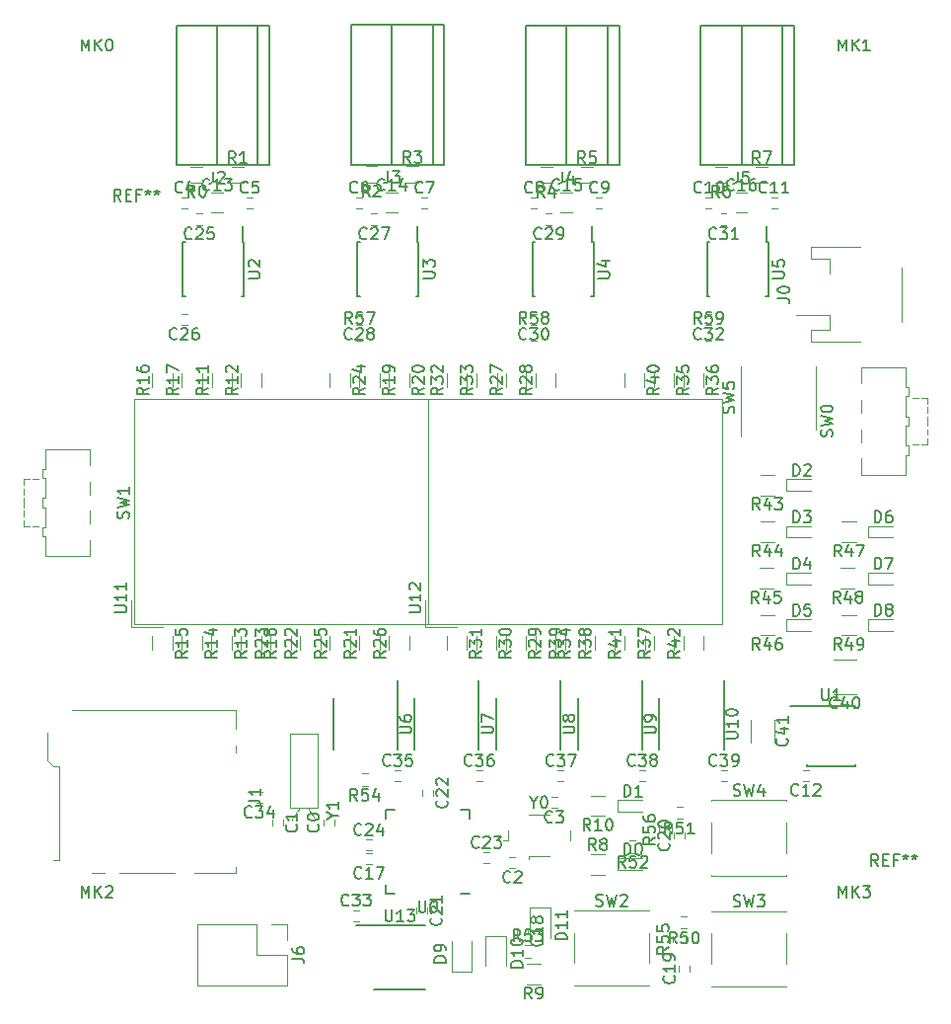
<source format=gbr>
G04 #@! TF.GenerationSoftware,KiCad,Pcbnew,(5.0-dev-4115-gdd04bcb)*
G04 #@! TF.CreationDate,2018-03-06T13:39:24-08:00*
G04 #@! TF.ProjectId,Thermocouple Data Logger,546865726D6F636F75706C6520446174,rev?*
G04 #@! TF.SameCoordinates,Original*
G04 #@! TF.FileFunction,Legend,Top*
G04 #@! TF.FilePolarity,Positive*
%FSLAX46Y46*%
G04 Gerber Fmt 4.6, Leading zero omitted, Abs format (unit mm)*
G04 Created by KiCad (PCBNEW (5.0-dev-4115-gdd04bcb)) date Tuesday, March 06, 2018 at 01:39:24 PM*
%MOMM*%
%LPD*%
G01*
G04 APERTURE LIST*
%ADD10C,0.120000*%
%ADD11C,0.150000*%
G04 APERTURE END LIST*
D10*
X125960000Y-112900000D02*
X125960000Y-112350000D01*
X125960000Y-122750000D02*
X125960000Y-123260000D01*
X125960000Y-109290000D02*
X125960000Y-110850000D01*
X125960000Y-123260000D02*
X122350000Y-123260000D01*
X125960000Y-109290000D02*
X111900000Y-109290000D01*
X120650000Y-123260000D02*
X115950000Y-123260000D01*
X114650000Y-123260000D02*
X113550000Y-123260000D01*
X110740000Y-122140000D02*
X110740000Y-114110000D01*
X110740000Y-114110000D02*
X110290000Y-114110000D01*
X109790000Y-111200000D02*
X109790000Y-113600000D01*
X109800000Y-113610000D02*
X110290000Y-114110000D01*
X110740000Y-122140000D02*
X110290000Y-122140000D01*
X116940000Y-102180000D02*
X116940000Y-99900000D01*
X116940000Y-102180000D02*
X119650000Y-102180000D01*
X117190000Y-101925000D02*
X117190000Y-82635000D01*
X117190000Y-82635000D02*
X142440000Y-82635000D01*
X142440000Y-82635000D02*
X142440000Y-101925000D01*
X142440000Y-101925000D02*
X117190000Y-101925000D01*
D11*
X139800000Y-106725000D02*
X139800000Y-112700000D01*
X134275000Y-108300000D02*
X134275000Y-112700000D01*
X138781250Y-125056250D02*
X138781250Y-124281250D01*
X146031250Y-117806250D02*
X146031250Y-118581250D01*
X138781250Y-117806250D02*
X138781250Y-118581250D01*
X146031250Y-125056250D02*
X145256250Y-125056250D01*
X146031250Y-117806250D02*
X145256250Y-117806250D01*
X138781250Y-117806250D02*
X139556250Y-117806250D01*
X138781250Y-125056250D02*
X139556250Y-125056250D01*
D10*
X137610000Y-121540000D02*
X137110000Y-121540000D01*
X137110000Y-122480000D02*
X137610000Y-122480000D01*
X133430000Y-118700000D02*
X133430000Y-119200000D01*
X134370000Y-119200000D02*
X134370000Y-118700000D01*
X129030000Y-118700000D02*
X129030000Y-119200000D01*
X129970000Y-119200000D02*
X129970000Y-118700000D01*
X149925000Y-121905000D02*
X149425000Y-121905000D01*
X149425000Y-122845000D02*
X149925000Y-122845000D01*
X153000000Y-117695000D02*
X153500000Y-117695000D01*
X153500000Y-116755000D02*
X153000000Y-116755000D01*
X121775000Y-65305000D02*
X121275000Y-65305000D01*
X121275000Y-66245000D02*
X121775000Y-66245000D01*
X126875000Y-66245000D02*
X127375000Y-66245000D01*
X127375000Y-65305000D02*
X126875000Y-65305000D01*
X136775000Y-65305000D02*
X136275000Y-65305000D01*
X136275000Y-66245000D02*
X136775000Y-66245000D01*
X141875000Y-66245000D02*
X142375000Y-66245000D01*
X142375000Y-65305000D02*
X141875000Y-65305000D01*
X151775000Y-65305000D02*
X151275000Y-65305000D01*
X151275000Y-66245000D02*
X151775000Y-66245000D01*
X156875000Y-66245000D02*
X157375000Y-66245000D01*
X157375000Y-65305000D02*
X156875000Y-65305000D01*
X166275000Y-66245000D02*
X166775000Y-66245000D01*
X166775000Y-65305000D02*
X166275000Y-65305000D01*
X172375000Y-65305000D02*
X171875000Y-65305000D01*
X171875000Y-66245000D02*
X172375000Y-66245000D01*
X175100000Y-114430000D02*
X174600000Y-114430000D01*
X174600000Y-115370000D02*
X175100000Y-115370000D01*
X179200000Y-104970000D02*
X177200000Y-104970000D01*
X177200000Y-107930000D02*
X179200000Y-107930000D01*
X170090000Y-110090000D02*
X170090000Y-112090000D01*
X172130000Y-112090000D02*
X172130000Y-110090000D01*
X158700000Y-122000000D02*
X160800000Y-122000000D01*
X158700000Y-123000000D02*
X160800000Y-123000000D01*
X158700000Y-122000000D02*
X158700000Y-123000000D01*
X158700000Y-117000000D02*
X158700000Y-118000000D01*
X158700000Y-118000000D02*
X160800000Y-118000000D01*
X158700000Y-117000000D02*
X160800000Y-117000000D01*
X173200000Y-89500000D02*
X175300000Y-89500000D01*
X173200000Y-90500000D02*
X175300000Y-90500000D01*
X173200000Y-89500000D02*
X173200000Y-90500000D01*
X173200000Y-93500000D02*
X173200000Y-94500000D01*
X173200000Y-94500000D02*
X175300000Y-94500000D01*
X173200000Y-93500000D02*
X175300000Y-93500000D01*
X173200000Y-97500000D02*
X175300000Y-97500000D01*
X173200000Y-98500000D02*
X175300000Y-98500000D01*
X173200000Y-97500000D02*
X173200000Y-98500000D01*
X173200000Y-101500000D02*
X173200000Y-102500000D01*
X173200000Y-102500000D02*
X175300000Y-102500000D01*
X173200000Y-101500000D02*
X175300000Y-101500000D01*
X180200000Y-93500000D02*
X182300000Y-93500000D01*
X180200000Y-94500000D02*
X182300000Y-94500000D01*
X180200000Y-93500000D02*
X180200000Y-94500000D01*
X180200000Y-97500000D02*
X180200000Y-98500000D01*
X180200000Y-98500000D02*
X182300000Y-98500000D01*
X180200000Y-97500000D02*
X182300000Y-97500000D01*
X180200000Y-101500000D02*
X182300000Y-101500000D01*
X180200000Y-102500000D02*
X182300000Y-102500000D01*
X180200000Y-101500000D02*
X180200000Y-102500000D01*
X144501461Y-131678780D02*
X146201461Y-131678780D01*
X146201461Y-131678780D02*
X146201461Y-129128780D01*
X144501461Y-131678780D02*
X144501461Y-129128780D01*
X149091461Y-128638780D02*
X149091461Y-131188780D01*
X147391461Y-128638780D02*
X147391461Y-131188780D01*
X149091461Y-128638780D02*
X147391461Y-128638780D01*
X152900000Y-126250000D02*
X152900000Y-128800000D01*
X151200000Y-126250000D02*
X151200000Y-128800000D01*
X152900000Y-126250000D02*
X151200000Y-126250000D01*
X176900000Y-75425000D02*
X174000000Y-75425000D01*
X183100000Y-75975000D02*
X183100000Y-71325000D01*
X176900000Y-70600000D02*
X176900000Y-71875000D01*
X175300000Y-70600000D02*
X176900000Y-70600000D01*
X175300000Y-69600000D02*
X175300000Y-70600000D01*
X179525000Y-69600000D02*
X175300000Y-69600000D01*
X175300000Y-77700000D02*
X179525000Y-77700000D01*
X175300000Y-76700000D02*
X175300000Y-77700000D01*
X176900000Y-76700000D02*
X175300000Y-76700000D01*
X176900000Y-75425000D02*
X176900000Y-76700000D01*
D11*
X128825000Y-62575000D02*
X128825000Y-50575000D01*
X120825000Y-50575000D02*
X120825000Y-62575000D01*
X124325000Y-62575000D02*
X124325000Y-50575000D01*
X127825000Y-50575000D02*
X127825000Y-62575000D01*
X120825000Y-50575000D02*
X128825000Y-50575000D01*
X128825000Y-62575000D02*
X120825000Y-62575000D01*
X143825000Y-62525000D02*
X135825000Y-62525000D01*
X135825000Y-50525000D02*
X143825000Y-50525000D01*
X142825000Y-50525000D02*
X142825000Y-62525000D01*
X139325000Y-62525000D02*
X139325000Y-50525000D01*
X135825000Y-50525000D02*
X135825000Y-62525000D01*
X143825000Y-62525000D02*
X143825000Y-50525000D01*
X158825000Y-62575000D02*
X150825000Y-62575000D01*
X150825000Y-50575000D02*
X158825000Y-50575000D01*
X157825000Y-50575000D02*
X157825000Y-62575000D01*
X154325000Y-62575000D02*
X154325000Y-50575000D01*
X150825000Y-50575000D02*
X150825000Y-62575000D01*
X158825000Y-62575000D02*
X158825000Y-50575000D01*
X173825000Y-62575000D02*
X173825000Y-50575000D01*
X165825000Y-50575000D02*
X165825000Y-62575000D01*
X169325000Y-62575000D02*
X169325000Y-50575000D01*
X172825000Y-50575000D02*
X172825000Y-62575000D01*
X165825000Y-50575000D02*
X173825000Y-50575000D01*
X173825000Y-62575000D02*
X165825000Y-62575000D01*
D10*
X130330000Y-127670000D02*
X130330000Y-129000000D01*
X129000000Y-127670000D02*
X130330000Y-127670000D01*
X130330000Y-130270000D02*
X130330000Y-132870000D01*
X127730000Y-130270000D02*
X130330000Y-130270000D01*
X127730000Y-127670000D02*
X127730000Y-130270000D01*
X130330000Y-132870000D02*
X122590000Y-132870000D01*
X127730000Y-127670000D02*
X122590000Y-127670000D01*
X122590000Y-127670000D02*
X122590000Y-132870000D01*
X123075000Y-64080000D02*
X122075000Y-64080000D01*
X122075000Y-62720000D02*
X123075000Y-62720000D01*
X126575000Y-64080000D02*
X125575000Y-64080000D01*
X125575000Y-62720000D02*
X126575000Y-62720000D01*
X138075000Y-64030000D02*
X137075000Y-64030000D01*
X137075000Y-62670000D02*
X138075000Y-62670000D01*
X141575000Y-64030000D02*
X140575000Y-64030000D01*
X140575000Y-62670000D02*
X141575000Y-62670000D01*
X153075000Y-64080000D02*
X152075000Y-64080000D01*
X152075000Y-62720000D02*
X153075000Y-62720000D01*
X156575000Y-64080000D02*
X155575000Y-64080000D01*
X155575000Y-62720000D02*
X156575000Y-62720000D01*
X167075000Y-62720000D02*
X168075000Y-62720000D01*
X168075000Y-64080000D02*
X167075000Y-64080000D01*
X170575000Y-62720000D02*
X171575000Y-62720000D01*
X171575000Y-64080000D02*
X170575000Y-64080000D01*
X157600000Y-123380000D02*
X156400000Y-123380000D01*
X156400000Y-121620000D02*
X157600000Y-121620000D01*
X152097056Y-132817056D02*
X150897056Y-132817056D01*
X150897056Y-131057056D02*
X152097056Y-131057056D01*
X157600000Y-118380000D02*
X156400000Y-118380000D01*
X156400000Y-116620000D02*
X157600000Y-116620000D01*
X125620000Y-80400000D02*
X125620000Y-81600000D01*
X123860000Y-81600000D02*
X123860000Y-80400000D01*
X126395000Y-81600000D02*
X126395000Y-80400000D01*
X128155000Y-80400000D02*
X128155000Y-81600000D01*
X125610000Y-102960000D02*
X125610000Y-104160000D01*
X123850000Y-104160000D02*
X123850000Y-102960000D01*
X123070000Y-102960000D02*
X123070000Y-104160000D01*
X121310000Y-104160000D02*
X121310000Y-102960000D01*
X120530000Y-102960000D02*
X120530000Y-104160000D01*
X118770000Y-104160000D02*
X118770000Y-102960000D01*
X120530000Y-80400000D02*
X120530000Y-81600000D01*
X118770000Y-81600000D02*
X118770000Y-80400000D01*
X123070000Y-80400000D02*
X123070000Y-81600000D01*
X121310000Y-81600000D02*
X121310000Y-80400000D01*
X126390000Y-104160000D02*
X126390000Y-102960000D01*
X128150000Y-102960000D02*
X128150000Y-104160000D01*
X136540000Y-81600000D02*
X136540000Y-80400000D01*
X138300000Y-80400000D02*
X138300000Y-81600000D01*
X140850000Y-80400000D02*
X140850000Y-81600000D01*
X139090000Y-81600000D02*
X139090000Y-80400000D01*
X138300000Y-102960000D02*
X138300000Y-104160000D01*
X136540000Y-104160000D02*
X136540000Y-102960000D01*
X133230000Y-102960000D02*
X133230000Y-104160000D01*
X131470000Y-104160000D02*
X131470000Y-102960000D01*
X128930000Y-104160000D02*
X128930000Y-102960000D01*
X130690000Y-102960000D02*
X130690000Y-104160000D01*
X134010000Y-81600000D02*
X134010000Y-80400000D01*
X135770000Y-80400000D02*
X135770000Y-81600000D01*
X135770000Y-102960000D02*
X135770000Y-104160000D01*
X134010000Y-104160000D02*
X134010000Y-102960000D01*
X139090000Y-104160000D02*
X139090000Y-102960000D01*
X140850000Y-102960000D02*
X140850000Y-104160000D01*
X149100000Y-81600000D02*
X149100000Y-80400000D01*
X150860000Y-80400000D02*
X150860000Y-81600000D01*
X153390000Y-80400000D02*
X153390000Y-81600000D01*
X151630000Y-81600000D02*
X151630000Y-80400000D01*
X150850000Y-102960000D02*
X150850000Y-104160000D01*
X149090000Y-104160000D02*
X149090000Y-102960000D01*
X146560000Y-104160000D02*
X146560000Y-102960000D01*
X148320000Y-102960000D02*
X148320000Y-104160000D01*
X145780000Y-102960000D02*
X145780000Y-104160000D01*
X144020000Y-104160000D02*
X144020000Y-102960000D01*
X145780000Y-80400000D02*
X145780000Y-81600000D01*
X144020000Y-81600000D02*
X144020000Y-80400000D01*
X146570000Y-81600000D02*
X146570000Y-80400000D01*
X148330000Y-80400000D02*
X148330000Y-81600000D01*
X151645000Y-104160000D02*
X151645000Y-102960000D01*
X153405000Y-102960000D02*
X153405000Y-104160000D01*
X163560000Y-80400000D02*
X163560000Y-81600000D01*
X161800000Y-81600000D02*
X161800000Y-80400000D01*
X166100000Y-80400000D02*
X166100000Y-81600000D01*
X164340000Y-81600000D02*
X164340000Y-80400000D01*
X163560000Y-102950000D02*
X163560000Y-104150000D01*
X161800000Y-104150000D02*
X161800000Y-102950000D01*
X156720000Y-104160000D02*
X156720000Y-102960000D01*
X158480000Y-102960000D02*
X158480000Y-104160000D01*
X155940000Y-102960000D02*
X155940000Y-104160000D01*
X154180000Y-104160000D02*
X154180000Y-102960000D01*
X161020000Y-80400000D02*
X161020000Y-81600000D01*
X159260000Y-81600000D02*
X159260000Y-80400000D01*
X161030000Y-102960000D02*
X161030000Y-104160000D01*
X159270000Y-104160000D02*
X159270000Y-102960000D01*
X166100000Y-102960000D02*
X166100000Y-104160000D01*
X164340000Y-104160000D02*
X164340000Y-102960000D01*
X172150000Y-90880000D02*
X170950000Y-90880000D01*
X170950000Y-89120000D02*
X172150000Y-89120000D01*
X170950000Y-93120000D02*
X172150000Y-93120000D01*
X172150000Y-94880000D02*
X170950000Y-94880000D01*
X172050000Y-98880000D02*
X170850000Y-98880000D01*
X170850000Y-97120000D02*
X172050000Y-97120000D01*
X170950000Y-101120000D02*
X172150000Y-101120000D01*
X172150000Y-102880000D02*
X170950000Y-102880000D01*
X179150000Y-94880000D02*
X177950000Y-94880000D01*
X177950000Y-93120000D02*
X179150000Y-93120000D01*
X177850000Y-97120000D02*
X179050000Y-97120000D01*
X179050000Y-98880000D02*
X177850000Y-98880000D01*
X179150000Y-102880000D02*
X177950000Y-102880000D01*
X177950000Y-101120000D02*
X179150000Y-101120000D01*
X164650000Y-126970000D02*
X164150000Y-126970000D01*
X164150000Y-128030000D02*
X164650000Y-128030000D01*
X163750000Y-118630000D02*
X164250000Y-118630000D01*
X164250000Y-117570000D02*
X163750000Y-117570000D01*
X159750000Y-121530000D02*
X160250000Y-121530000D01*
X160250000Y-120470000D02*
X159750000Y-120470000D01*
X150750000Y-130530000D02*
X151250000Y-130530000D01*
X151250000Y-129470000D02*
X150750000Y-129470000D01*
X136750000Y-115780000D02*
X137250000Y-115780000D01*
X137250000Y-114720000D02*
X136750000Y-114720000D01*
X163470000Y-128700000D02*
X163470000Y-129200000D01*
X164530000Y-129200000D02*
X164530000Y-128700000D01*
X163330000Y-119800000D02*
X163330000Y-119300000D01*
X162270000Y-119300000D02*
X162270000Y-119800000D01*
X136275000Y-77580000D02*
X136775000Y-77580000D01*
X136775000Y-76520000D02*
X136275000Y-76520000D01*
X151750000Y-76520000D02*
X151250000Y-76520000D01*
X151250000Y-77580000D02*
X151750000Y-77580000D01*
X166250000Y-77580000D02*
X166750000Y-77580000D01*
X166750000Y-76520000D02*
X166250000Y-76520000D01*
X185300000Y-84900000D02*
X185300000Y-84900000D01*
X185300000Y-84100000D02*
X185300000Y-84900000D01*
X185300000Y-83800000D02*
X185300000Y-83800000D01*
X185300000Y-83300000D02*
X185300000Y-83800000D01*
X185300000Y-85200000D02*
X185300000Y-85200000D01*
X185300000Y-85700000D02*
X185300000Y-85200000D01*
X184000000Y-86500000D02*
X184000000Y-86500000D01*
X184500000Y-86500000D02*
X184000000Y-86500000D01*
X184000000Y-82500000D02*
X184000000Y-82500000D01*
X184500000Y-82500000D02*
X184000000Y-82500000D01*
X184800000Y-82500000D02*
X184800000Y-82500000D01*
X185300000Y-82500000D02*
X184800000Y-82500000D01*
X185300000Y-83000000D02*
X185300000Y-83000000D01*
X185300000Y-82500000D02*
X185300000Y-83000000D01*
X185300000Y-86000000D02*
X185300000Y-86000000D01*
X185300000Y-86500000D02*
X185300000Y-86000000D01*
X184800000Y-86500000D02*
X184800000Y-86500000D01*
X185300000Y-86500000D02*
X184800000Y-86500000D01*
X183400000Y-89100000D02*
X183400000Y-89100000D01*
X183400000Y-87400000D02*
X183400000Y-89100000D01*
X183700000Y-87400000D02*
X183400000Y-87400000D01*
X183700000Y-86600000D02*
X183700000Y-87400000D01*
X183400000Y-86600000D02*
X183700000Y-86600000D01*
X183400000Y-84900000D02*
X183400000Y-86600000D01*
X183700000Y-84900000D02*
X183400000Y-84900000D01*
X183700000Y-84100000D02*
X183700000Y-84900000D01*
X183400000Y-84100000D02*
X183700000Y-84100000D01*
X183400000Y-82400000D02*
X183400000Y-84100000D01*
X183700000Y-82400000D02*
X183400000Y-82400000D01*
X183700000Y-81600000D02*
X183700000Y-82400000D01*
X183400000Y-81600000D02*
X183700000Y-81600000D01*
X183400000Y-79900000D02*
X183400000Y-81600000D01*
X179600000Y-86300000D02*
X179600000Y-86300000D01*
X179600000Y-85200000D02*
X179600000Y-86300000D01*
X179600000Y-83800000D02*
X179600000Y-83800000D01*
X179600000Y-82700000D02*
X179600000Y-83800000D01*
X179600000Y-89100000D02*
X179600000Y-87700000D01*
X183400000Y-89100000D02*
X179600000Y-89100000D01*
X179600000Y-79900000D02*
X183400000Y-79900000D01*
X179600000Y-81300000D02*
X179600000Y-79900000D01*
X113400000Y-94700000D02*
X113400000Y-96100000D01*
X113400000Y-96100000D02*
X109600000Y-96100000D01*
X109600000Y-86900000D02*
X113400000Y-86900000D01*
X113400000Y-86900000D02*
X113400000Y-88300000D01*
X113400000Y-93300000D02*
X113400000Y-92200000D01*
X113400000Y-92200000D02*
X113400000Y-92200000D01*
X113400000Y-90800000D02*
X113400000Y-89700000D01*
X113400000Y-89700000D02*
X113400000Y-89700000D01*
X109600000Y-96100000D02*
X109600000Y-94400000D01*
X109600000Y-94400000D02*
X109300000Y-94400000D01*
X109300000Y-94400000D02*
X109300000Y-93600000D01*
X109300000Y-93600000D02*
X109600000Y-93600000D01*
X109600000Y-93600000D02*
X109600000Y-91900000D01*
X109600000Y-91900000D02*
X109300000Y-91900000D01*
X109300000Y-91900000D02*
X109300000Y-91100000D01*
X109300000Y-91100000D02*
X109600000Y-91100000D01*
X109600000Y-91100000D02*
X109600000Y-89400000D01*
X109600000Y-89400000D02*
X109300000Y-89400000D01*
X109300000Y-89400000D02*
X109300000Y-88600000D01*
X109300000Y-88600000D02*
X109600000Y-88600000D01*
X109600000Y-88600000D02*
X109600000Y-86900000D01*
X109600000Y-86900000D02*
X109600000Y-86900000D01*
X107700000Y-89500000D02*
X108200000Y-89500000D01*
X108200000Y-89500000D02*
X108200000Y-89500000D01*
X107700000Y-89500000D02*
X107700000Y-90000000D01*
X107700000Y-90000000D02*
X107700000Y-90000000D01*
X107700000Y-93500000D02*
X107700000Y-93000000D01*
X107700000Y-93000000D02*
X107700000Y-93000000D01*
X107700000Y-93500000D02*
X108200000Y-93500000D01*
X108200000Y-93500000D02*
X108200000Y-93500000D01*
X108500000Y-93500000D02*
X109000000Y-93500000D01*
X109000000Y-93500000D02*
X109000000Y-93500000D01*
X108500000Y-89500000D02*
X109000000Y-89500000D01*
X109000000Y-89500000D02*
X109000000Y-89500000D01*
X107700000Y-90300000D02*
X107700000Y-90800000D01*
X107700000Y-90800000D02*
X107700000Y-90800000D01*
X107700000Y-92700000D02*
X107700000Y-92200000D01*
X107700000Y-92200000D02*
X107700000Y-92200000D01*
X107700000Y-91900000D02*
X107700000Y-91100000D01*
X107700000Y-91100000D02*
X107700000Y-91100000D01*
X154967056Y-132927056D02*
X161427056Y-132927056D01*
X154967056Y-128397056D02*
X154967056Y-130997056D01*
X154967056Y-126467056D02*
X161427056Y-126467056D01*
X161427056Y-128397056D02*
X161427056Y-130997056D01*
X154967056Y-126497056D02*
X154967056Y-126467056D01*
X154967056Y-132927056D02*
X154967056Y-132897056D01*
X161427056Y-132927056D02*
X161427056Y-132897056D01*
X161427056Y-126467056D02*
X161427056Y-126497056D01*
X173210000Y-126520000D02*
X173210000Y-126550000D01*
X173210000Y-132980000D02*
X173210000Y-132950000D01*
X166750000Y-132980000D02*
X166750000Y-132950000D01*
X166750000Y-126550000D02*
X166750000Y-126520000D01*
X173210000Y-128450000D02*
X173210000Y-131050000D01*
X166750000Y-126520000D02*
X173210000Y-126520000D01*
X166750000Y-128450000D02*
X166750000Y-131050000D01*
X166750000Y-132980000D02*
X173210000Y-132980000D01*
X166750000Y-123480000D02*
X173210000Y-123480000D01*
X166750000Y-118950000D02*
X166750000Y-121550000D01*
X166750000Y-117020000D02*
X173210000Y-117020000D01*
X173210000Y-118950000D02*
X173210000Y-121550000D01*
X166750000Y-117050000D02*
X166750000Y-117020000D01*
X166750000Y-123480000D02*
X166750000Y-123450000D01*
X173210000Y-123480000D02*
X173210000Y-123450000D01*
X173210000Y-117020000D02*
X173210000Y-117050000D01*
X175735000Y-85200000D02*
X175735000Y-79800000D01*
X169265000Y-85840000D02*
X169265000Y-79800000D01*
D11*
X174925000Y-108975000D02*
X173525000Y-108975000D01*
X174925000Y-114075000D02*
X179075000Y-114075000D01*
X174925000Y-108925000D02*
X179075000Y-108925000D01*
X174925000Y-114075000D02*
X174925000Y-113930000D01*
X179075000Y-114075000D02*
X179075000Y-113930000D01*
X179075000Y-108925000D02*
X179075000Y-109070000D01*
X174925000Y-108925000D02*
X174925000Y-108975000D01*
X126625000Y-69175000D02*
X126500000Y-69175000D01*
X126625000Y-73825000D02*
X126400000Y-73825000D01*
X121375000Y-73825000D02*
X121600000Y-73825000D01*
X121375000Y-69175000D02*
X121600000Y-69175000D01*
X126625000Y-69175000D02*
X126625000Y-73825000D01*
X121375000Y-69175000D02*
X121375000Y-73825000D01*
X126500000Y-69175000D02*
X126500000Y-67825000D01*
X141625000Y-69175000D02*
X141500000Y-69175000D01*
X141625000Y-73825000D02*
X141400000Y-73825000D01*
X136375000Y-73825000D02*
X136600000Y-73825000D01*
X136375000Y-69175000D02*
X136600000Y-69175000D01*
X141625000Y-69175000D02*
X141625000Y-73825000D01*
X136375000Y-69175000D02*
X136375000Y-73825000D01*
X141500000Y-69175000D02*
X141500000Y-67825000D01*
X156500000Y-69175000D02*
X156500000Y-67825000D01*
X151375000Y-69175000D02*
X151375000Y-73825000D01*
X156625000Y-69175000D02*
X156625000Y-73825000D01*
X151375000Y-69175000D02*
X151600000Y-69175000D01*
X151375000Y-73825000D02*
X151600000Y-73825000D01*
X156625000Y-73825000D02*
X156400000Y-73825000D01*
X156625000Y-69175000D02*
X156500000Y-69175000D01*
X171500000Y-69175000D02*
X171500000Y-67825000D01*
X166375000Y-69175000D02*
X166375000Y-73825000D01*
X171625000Y-69175000D02*
X171625000Y-73825000D01*
X166375000Y-69175000D02*
X166600000Y-69175000D01*
X166375000Y-73825000D02*
X166600000Y-73825000D01*
X171625000Y-73825000D02*
X171400000Y-73825000D01*
X171625000Y-69175000D02*
X171500000Y-69175000D01*
X146800000Y-106725000D02*
X146800000Y-112700000D01*
X141275000Y-108300000D02*
X141275000Y-112700000D01*
X148275000Y-108300000D02*
X148275000Y-112700000D01*
X153800000Y-106725000D02*
X153800000Y-112700000D01*
X155275000Y-108300000D02*
X155275000Y-112700000D01*
X160800000Y-106725000D02*
X160800000Y-112700000D01*
X167800000Y-106725000D02*
X167800000Y-112700000D01*
X162275000Y-108300000D02*
X162275000Y-112700000D01*
D10*
X142190000Y-102180000D02*
X142190000Y-99900000D01*
X142190000Y-102180000D02*
X144900000Y-102180000D01*
X142440000Y-101925000D02*
X142440000Y-82635000D01*
X142440000Y-82635000D02*
X167690000Y-82635000D01*
X167690000Y-82635000D02*
X167690000Y-101925000D01*
X167690000Y-101925000D02*
X142440000Y-101925000D01*
D11*
X137800000Y-133225000D02*
X142200000Y-133225000D01*
X136225000Y-127700000D02*
X142200000Y-127700000D01*
D10*
X151075000Y-121825000D02*
X151075000Y-122065000D01*
X152875000Y-121825000D02*
X151075000Y-121825000D01*
X151075000Y-118225000D02*
X152875000Y-118225000D01*
X154675000Y-119625000D02*
X154675000Y-120425000D01*
X149275000Y-120425000D02*
X149275000Y-119625000D01*
X148875000Y-120425000D02*
X149275000Y-120425000D01*
X130800000Y-118600000D02*
X130800000Y-118800000D01*
X131400000Y-117700000D02*
X130800000Y-118600000D01*
X132700000Y-118600000D02*
X132700000Y-118800000D01*
X132100000Y-117700000D02*
X132700000Y-118600000D01*
X130550000Y-117700000D02*
X132950000Y-117700000D01*
X130550000Y-111300000D02*
X130550000Y-117700000D01*
X132950000Y-111300000D02*
X130550000Y-111300000D01*
X132950000Y-117700000D02*
X132950000Y-111300000D01*
X123825000Y-66625000D02*
X124825000Y-66625000D01*
X124825000Y-64925000D02*
X123825000Y-64925000D01*
X139825000Y-64925000D02*
X138825000Y-64925000D01*
X138825000Y-66625000D02*
X139825000Y-66625000D01*
X153825000Y-66625000D02*
X154825000Y-66625000D01*
X154825000Y-64925000D02*
X153825000Y-64925000D01*
X168825000Y-66625000D02*
X169825000Y-66625000D01*
X169825000Y-64925000D02*
X168825000Y-64925000D01*
X151020000Y-128500000D02*
X151020000Y-128000000D01*
X150080000Y-128000000D02*
X150080000Y-128500000D01*
X164920000Y-131700000D02*
X164920000Y-131200000D01*
X163980000Y-131200000D02*
X163980000Y-131700000D01*
X163530000Y-119800000D02*
X163530000Y-120300000D01*
X164470000Y-120300000D02*
X164470000Y-119800000D01*
X142370000Y-126725000D02*
X142370000Y-126225000D01*
X141430000Y-126225000D02*
X141430000Y-126725000D01*
X141930000Y-116150000D02*
X141930000Y-116650000D01*
X142870000Y-116650000D02*
X142870000Y-116150000D01*
X147700000Y-121455000D02*
X147200000Y-121455000D01*
X147200000Y-122395000D02*
X147700000Y-122395000D01*
X137100000Y-121320000D02*
X137600000Y-121320000D01*
X137600000Y-120380000D02*
X137100000Y-120380000D01*
X122550000Y-67670000D02*
X123050000Y-67670000D01*
X123050000Y-66730000D02*
X122550000Y-66730000D01*
X121750000Y-75330000D02*
X121250000Y-75330000D01*
X121250000Y-76270000D02*
X121750000Y-76270000D01*
X138050000Y-66730000D02*
X137550000Y-66730000D01*
X137550000Y-67670000D02*
X138050000Y-67670000D01*
X136275000Y-76270000D02*
X136775000Y-76270000D01*
X136775000Y-75330000D02*
X136275000Y-75330000D01*
X152550000Y-67670000D02*
X153050000Y-67670000D01*
X153050000Y-66730000D02*
X152550000Y-66730000D01*
X151750000Y-75330000D02*
X151250000Y-75330000D01*
X151250000Y-76270000D02*
X151750000Y-76270000D01*
X167550000Y-67670000D02*
X168050000Y-67670000D01*
X168050000Y-66730000D02*
X167550000Y-66730000D01*
X166750000Y-75330000D02*
X166250000Y-75330000D01*
X166250000Y-76270000D02*
X166750000Y-76270000D01*
X136500000Y-126430000D02*
X136000000Y-126430000D01*
X136000000Y-127370000D02*
X136500000Y-127370000D01*
X128200000Y-116330000D02*
X127700000Y-116330000D01*
X127700000Y-117270000D02*
X128200000Y-117270000D01*
X139575000Y-115370000D02*
X140075000Y-115370000D01*
X140075000Y-114430000D02*
X139575000Y-114430000D01*
X146575000Y-115370000D02*
X147075000Y-115370000D01*
X147075000Y-114430000D02*
X146575000Y-114430000D01*
X153575000Y-115370000D02*
X154075000Y-115370000D01*
X154075000Y-114430000D02*
X153575000Y-114430000D01*
X161075000Y-114430000D02*
X160575000Y-114430000D01*
X160575000Y-115370000D02*
X161075000Y-115370000D01*
X168075000Y-114430000D02*
X167575000Y-114430000D01*
X167575000Y-115370000D02*
X168075000Y-115370000D01*
D11*
X127052380Y-117033333D02*
X127766666Y-117033333D01*
X127909523Y-117080952D01*
X128004761Y-117176190D01*
X128052380Y-117319047D01*
X128052380Y-117414285D01*
X128052380Y-116033333D02*
X128052380Y-116604761D01*
X128052380Y-116319047D02*
X127052380Y-116319047D01*
X127195238Y-116414285D01*
X127290476Y-116509523D01*
X127338095Y-116604761D01*
X115552380Y-100908095D02*
X116361904Y-100908095D01*
X116457142Y-100860476D01*
X116504761Y-100812857D01*
X116552380Y-100717619D01*
X116552380Y-100527142D01*
X116504761Y-100431904D01*
X116457142Y-100384285D01*
X116361904Y-100336666D01*
X115552380Y-100336666D01*
X116552380Y-99336666D02*
X116552380Y-99908095D01*
X116552380Y-99622380D02*
X115552380Y-99622380D01*
X115695238Y-99717619D01*
X115790476Y-99812857D01*
X115838095Y-99908095D01*
X116552380Y-98384285D02*
X116552380Y-98955714D01*
X116552380Y-98670000D02*
X115552380Y-98670000D01*
X115695238Y-98765238D01*
X115790476Y-98860476D01*
X115838095Y-98955714D01*
X140002380Y-111261904D02*
X140811904Y-111261904D01*
X140907142Y-111214285D01*
X140954761Y-111166666D01*
X141002380Y-111071428D01*
X141002380Y-110880952D01*
X140954761Y-110785714D01*
X140907142Y-110738095D01*
X140811904Y-110690476D01*
X140002380Y-110690476D01*
X140002380Y-109785714D02*
X140002380Y-109976190D01*
X140050000Y-110071428D01*
X140097619Y-110119047D01*
X140240476Y-110214285D01*
X140430952Y-110261904D01*
X140811904Y-110261904D01*
X140907142Y-110214285D01*
X140954761Y-110166666D01*
X141002380Y-110071428D01*
X141002380Y-109880952D01*
X140954761Y-109785714D01*
X140907142Y-109738095D01*
X140811904Y-109690476D01*
X140573809Y-109690476D01*
X140478571Y-109738095D01*
X140430952Y-109785714D01*
X140383333Y-109880952D01*
X140383333Y-110071428D01*
X140430952Y-110166666D01*
X140478571Y-110214285D01*
X140573809Y-110261904D01*
X141644345Y-125633630D02*
X141644345Y-126443154D01*
X141691964Y-126538392D01*
X141739583Y-126586011D01*
X141834821Y-126633630D01*
X142025297Y-126633630D01*
X142120535Y-126586011D01*
X142168154Y-126538392D01*
X142215773Y-126443154D01*
X142215773Y-125633630D01*
X142882440Y-125633630D02*
X142977678Y-125633630D01*
X143072916Y-125681250D01*
X143120535Y-125728869D01*
X143168154Y-125824107D01*
X143215773Y-126014583D01*
X143215773Y-126252678D01*
X143168154Y-126443154D01*
X143120535Y-126538392D01*
X143072916Y-126586011D01*
X142977678Y-126633630D01*
X142882440Y-126633630D01*
X142787202Y-126586011D01*
X142739583Y-126538392D01*
X142691964Y-126443154D01*
X142644345Y-126252678D01*
X142644345Y-126014583D01*
X142691964Y-125824107D01*
X142739583Y-125728869D01*
X142787202Y-125681250D01*
X142882440Y-125633630D01*
X136717142Y-123637142D02*
X136669523Y-123684761D01*
X136526666Y-123732380D01*
X136431428Y-123732380D01*
X136288571Y-123684761D01*
X136193333Y-123589523D01*
X136145714Y-123494285D01*
X136098095Y-123303809D01*
X136098095Y-123160952D01*
X136145714Y-122970476D01*
X136193333Y-122875238D01*
X136288571Y-122780000D01*
X136431428Y-122732380D01*
X136526666Y-122732380D01*
X136669523Y-122780000D01*
X136717142Y-122827619D01*
X137669523Y-123732380D02*
X137098095Y-123732380D01*
X137383809Y-123732380D02*
X137383809Y-122732380D01*
X137288571Y-122875238D01*
X137193333Y-122970476D01*
X137098095Y-123018095D01*
X138002857Y-122732380D02*
X138669523Y-122732380D01*
X138240952Y-123732380D01*
X116066666Y-65652380D02*
X115733333Y-65176190D01*
X115495238Y-65652380D02*
X115495238Y-64652380D01*
X115876190Y-64652380D01*
X115971428Y-64700000D01*
X116019047Y-64747619D01*
X116066666Y-64842857D01*
X116066666Y-64985714D01*
X116019047Y-65080952D01*
X115971428Y-65128571D01*
X115876190Y-65176190D01*
X115495238Y-65176190D01*
X116495238Y-65128571D02*
X116828571Y-65128571D01*
X116971428Y-65652380D02*
X116495238Y-65652380D01*
X116495238Y-64652380D01*
X116971428Y-64652380D01*
X117733333Y-65128571D02*
X117400000Y-65128571D01*
X117400000Y-65652380D02*
X117400000Y-64652380D01*
X117876190Y-64652380D01*
X118400000Y-64652380D02*
X118400000Y-64890476D01*
X118161904Y-64795238D02*
X118400000Y-64890476D01*
X118638095Y-64795238D01*
X118257142Y-65080952D02*
X118400000Y-64890476D01*
X118542857Y-65080952D01*
X119161904Y-64652380D02*
X119161904Y-64890476D01*
X118923809Y-64795238D02*
X119161904Y-64890476D01*
X119400000Y-64795238D01*
X119019047Y-65080952D02*
X119161904Y-64890476D01*
X119304761Y-65080952D01*
X132987142Y-119116666D02*
X133034761Y-119164285D01*
X133082380Y-119307142D01*
X133082380Y-119402380D01*
X133034761Y-119545238D01*
X132939523Y-119640476D01*
X132844285Y-119688095D01*
X132653809Y-119735714D01*
X132510952Y-119735714D01*
X132320476Y-119688095D01*
X132225238Y-119640476D01*
X132130000Y-119545238D01*
X132082380Y-119402380D01*
X132082380Y-119307142D01*
X132130000Y-119164285D01*
X132177619Y-119116666D01*
X132082380Y-118497619D02*
X132082380Y-118402380D01*
X132130000Y-118307142D01*
X132177619Y-118259523D01*
X132272857Y-118211904D01*
X132463333Y-118164285D01*
X132701428Y-118164285D01*
X132891904Y-118211904D01*
X132987142Y-118259523D01*
X133034761Y-118307142D01*
X133082380Y-118402380D01*
X133082380Y-118497619D01*
X133034761Y-118592857D01*
X132987142Y-118640476D01*
X132891904Y-118688095D01*
X132701428Y-118735714D01*
X132463333Y-118735714D01*
X132272857Y-118688095D01*
X132177619Y-118640476D01*
X132130000Y-118592857D01*
X132082380Y-118497619D01*
X131127142Y-119116666D02*
X131174761Y-119164285D01*
X131222380Y-119307142D01*
X131222380Y-119402380D01*
X131174761Y-119545238D01*
X131079523Y-119640476D01*
X130984285Y-119688095D01*
X130793809Y-119735714D01*
X130650952Y-119735714D01*
X130460476Y-119688095D01*
X130365238Y-119640476D01*
X130270000Y-119545238D01*
X130222380Y-119402380D01*
X130222380Y-119307142D01*
X130270000Y-119164285D01*
X130317619Y-119116666D01*
X131222380Y-118164285D02*
X131222380Y-118735714D01*
X131222380Y-118450000D02*
X130222380Y-118450000D01*
X130365238Y-118545238D01*
X130460476Y-118640476D01*
X130508095Y-118735714D01*
X149508333Y-124002142D02*
X149460714Y-124049761D01*
X149317857Y-124097380D01*
X149222619Y-124097380D01*
X149079761Y-124049761D01*
X148984523Y-123954523D01*
X148936904Y-123859285D01*
X148889285Y-123668809D01*
X148889285Y-123525952D01*
X148936904Y-123335476D01*
X148984523Y-123240238D01*
X149079761Y-123145000D01*
X149222619Y-123097380D01*
X149317857Y-123097380D01*
X149460714Y-123145000D01*
X149508333Y-123192619D01*
X149889285Y-123192619D02*
X149936904Y-123145000D01*
X150032142Y-123097380D01*
X150270238Y-123097380D01*
X150365476Y-123145000D01*
X150413095Y-123192619D01*
X150460714Y-123287857D01*
X150460714Y-123383095D01*
X150413095Y-123525952D01*
X149841666Y-124097380D01*
X150460714Y-124097380D01*
X153083333Y-118852142D02*
X153035714Y-118899761D01*
X152892857Y-118947380D01*
X152797619Y-118947380D01*
X152654761Y-118899761D01*
X152559523Y-118804523D01*
X152511904Y-118709285D01*
X152464285Y-118518809D01*
X152464285Y-118375952D01*
X152511904Y-118185476D01*
X152559523Y-118090238D01*
X152654761Y-117995000D01*
X152797619Y-117947380D01*
X152892857Y-117947380D01*
X153035714Y-117995000D01*
X153083333Y-118042619D01*
X153416666Y-117947380D02*
X154035714Y-117947380D01*
X153702380Y-118328333D01*
X153845238Y-118328333D01*
X153940476Y-118375952D01*
X153988095Y-118423571D01*
X154035714Y-118518809D01*
X154035714Y-118756904D01*
X153988095Y-118852142D01*
X153940476Y-118899761D01*
X153845238Y-118947380D01*
X153559523Y-118947380D01*
X153464285Y-118899761D01*
X153416666Y-118852142D01*
X121358333Y-64862142D02*
X121310714Y-64909761D01*
X121167857Y-64957380D01*
X121072619Y-64957380D01*
X120929761Y-64909761D01*
X120834523Y-64814523D01*
X120786904Y-64719285D01*
X120739285Y-64528809D01*
X120739285Y-64385952D01*
X120786904Y-64195476D01*
X120834523Y-64100238D01*
X120929761Y-64005000D01*
X121072619Y-63957380D01*
X121167857Y-63957380D01*
X121310714Y-64005000D01*
X121358333Y-64052619D01*
X122215476Y-64290714D02*
X122215476Y-64957380D01*
X121977380Y-63909761D02*
X121739285Y-64624047D01*
X122358333Y-64624047D01*
X126958333Y-64862142D02*
X126910714Y-64909761D01*
X126767857Y-64957380D01*
X126672619Y-64957380D01*
X126529761Y-64909761D01*
X126434523Y-64814523D01*
X126386904Y-64719285D01*
X126339285Y-64528809D01*
X126339285Y-64385952D01*
X126386904Y-64195476D01*
X126434523Y-64100238D01*
X126529761Y-64005000D01*
X126672619Y-63957380D01*
X126767857Y-63957380D01*
X126910714Y-64005000D01*
X126958333Y-64052619D01*
X127863095Y-63957380D02*
X127386904Y-63957380D01*
X127339285Y-64433571D01*
X127386904Y-64385952D01*
X127482142Y-64338333D01*
X127720238Y-64338333D01*
X127815476Y-64385952D01*
X127863095Y-64433571D01*
X127910714Y-64528809D01*
X127910714Y-64766904D01*
X127863095Y-64862142D01*
X127815476Y-64909761D01*
X127720238Y-64957380D01*
X127482142Y-64957380D01*
X127386904Y-64909761D01*
X127339285Y-64862142D01*
X136358333Y-64862142D02*
X136310714Y-64909761D01*
X136167857Y-64957380D01*
X136072619Y-64957380D01*
X135929761Y-64909761D01*
X135834523Y-64814523D01*
X135786904Y-64719285D01*
X135739285Y-64528809D01*
X135739285Y-64385952D01*
X135786904Y-64195476D01*
X135834523Y-64100238D01*
X135929761Y-64005000D01*
X136072619Y-63957380D01*
X136167857Y-63957380D01*
X136310714Y-64005000D01*
X136358333Y-64052619D01*
X137215476Y-63957380D02*
X137025000Y-63957380D01*
X136929761Y-64005000D01*
X136882142Y-64052619D01*
X136786904Y-64195476D01*
X136739285Y-64385952D01*
X136739285Y-64766904D01*
X136786904Y-64862142D01*
X136834523Y-64909761D01*
X136929761Y-64957380D01*
X137120238Y-64957380D01*
X137215476Y-64909761D01*
X137263095Y-64862142D01*
X137310714Y-64766904D01*
X137310714Y-64528809D01*
X137263095Y-64433571D01*
X137215476Y-64385952D01*
X137120238Y-64338333D01*
X136929761Y-64338333D01*
X136834523Y-64385952D01*
X136786904Y-64433571D01*
X136739285Y-64528809D01*
X141958333Y-64862142D02*
X141910714Y-64909761D01*
X141767857Y-64957380D01*
X141672619Y-64957380D01*
X141529761Y-64909761D01*
X141434523Y-64814523D01*
X141386904Y-64719285D01*
X141339285Y-64528809D01*
X141339285Y-64385952D01*
X141386904Y-64195476D01*
X141434523Y-64100238D01*
X141529761Y-64005000D01*
X141672619Y-63957380D01*
X141767857Y-63957380D01*
X141910714Y-64005000D01*
X141958333Y-64052619D01*
X142291666Y-63957380D02*
X142958333Y-63957380D01*
X142529761Y-64957380D01*
X151358333Y-64862142D02*
X151310714Y-64909761D01*
X151167857Y-64957380D01*
X151072619Y-64957380D01*
X150929761Y-64909761D01*
X150834523Y-64814523D01*
X150786904Y-64719285D01*
X150739285Y-64528809D01*
X150739285Y-64385952D01*
X150786904Y-64195476D01*
X150834523Y-64100238D01*
X150929761Y-64005000D01*
X151072619Y-63957380D01*
X151167857Y-63957380D01*
X151310714Y-64005000D01*
X151358333Y-64052619D01*
X151929761Y-64385952D02*
X151834523Y-64338333D01*
X151786904Y-64290714D01*
X151739285Y-64195476D01*
X151739285Y-64147857D01*
X151786904Y-64052619D01*
X151834523Y-64005000D01*
X151929761Y-63957380D01*
X152120238Y-63957380D01*
X152215476Y-64005000D01*
X152263095Y-64052619D01*
X152310714Y-64147857D01*
X152310714Y-64195476D01*
X152263095Y-64290714D01*
X152215476Y-64338333D01*
X152120238Y-64385952D01*
X151929761Y-64385952D01*
X151834523Y-64433571D01*
X151786904Y-64481190D01*
X151739285Y-64576428D01*
X151739285Y-64766904D01*
X151786904Y-64862142D01*
X151834523Y-64909761D01*
X151929761Y-64957380D01*
X152120238Y-64957380D01*
X152215476Y-64909761D01*
X152263095Y-64862142D01*
X152310714Y-64766904D01*
X152310714Y-64576428D01*
X152263095Y-64481190D01*
X152215476Y-64433571D01*
X152120238Y-64385952D01*
X156958333Y-64862142D02*
X156910714Y-64909761D01*
X156767857Y-64957380D01*
X156672619Y-64957380D01*
X156529761Y-64909761D01*
X156434523Y-64814523D01*
X156386904Y-64719285D01*
X156339285Y-64528809D01*
X156339285Y-64385952D01*
X156386904Y-64195476D01*
X156434523Y-64100238D01*
X156529761Y-64005000D01*
X156672619Y-63957380D01*
X156767857Y-63957380D01*
X156910714Y-64005000D01*
X156958333Y-64052619D01*
X157434523Y-64957380D02*
X157625000Y-64957380D01*
X157720238Y-64909761D01*
X157767857Y-64862142D01*
X157863095Y-64719285D01*
X157910714Y-64528809D01*
X157910714Y-64147857D01*
X157863095Y-64052619D01*
X157815476Y-64005000D01*
X157720238Y-63957380D01*
X157529761Y-63957380D01*
X157434523Y-64005000D01*
X157386904Y-64052619D01*
X157339285Y-64147857D01*
X157339285Y-64385952D01*
X157386904Y-64481190D01*
X157434523Y-64528809D01*
X157529761Y-64576428D01*
X157720238Y-64576428D01*
X157815476Y-64528809D01*
X157863095Y-64481190D01*
X157910714Y-64385952D01*
X165882142Y-64862142D02*
X165834523Y-64909761D01*
X165691666Y-64957380D01*
X165596428Y-64957380D01*
X165453571Y-64909761D01*
X165358333Y-64814523D01*
X165310714Y-64719285D01*
X165263095Y-64528809D01*
X165263095Y-64385952D01*
X165310714Y-64195476D01*
X165358333Y-64100238D01*
X165453571Y-64005000D01*
X165596428Y-63957380D01*
X165691666Y-63957380D01*
X165834523Y-64005000D01*
X165882142Y-64052619D01*
X166834523Y-64957380D02*
X166263095Y-64957380D01*
X166548809Y-64957380D02*
X166548809Y-63957380D01*
X166453571Y-64100238D01*
X166358333Y-64195476D01*
X166263095Y-64243095D01*
X167453571Y-63957380D02*
X167548809Y-63957380D01*
X167644047Y-64005000D01*
X167691666Y-64052619D01*
X167739285Y-64147857D01*
X167786904Y-64338333D01*
X167786904Y-64576428D01*
X167739285Y-64766904D01*
X167691666Y-64862142D01*
X167644047Y-64909761D01*
X167548809Y-64957380D01*
X167453571Y-64957380D01*
X167358333Y-64909761D01*
X167310714Y-64862142D01*
X167263095Y-64766904D01*
X167215476Y-64576428D01*
X167215476Y-64338333D01*
X167263095Y-64147857D01*
X167310714Y-64052619D01*
X167358333Y-64005000D01*
X167453571Y-63957380D01*
X171482142Y-64862142D02*
X171434523Y-64909761D01*
X171291666Y-64957380D01*
X171196428Y-64957380D01*
X171053571Y-64909761D01*
X170958333Y-64814523D01*
X170910714Y-64719285D01*
X170863095Y-64528809D01*
X170863095Y-64385952D01*
X170910714Y-64195476D01*
X170958333Y-64100238D01*
X171053571Y-64005000D01*
X171196428Y-63957380D01*
X171291666Y-63957380D01*
X171434523Y-64005000D01*
X171482142Y-64052619D01*
X172434523Y-64957380D02*
X171863095Y-64957380D01*
X172148809Y-64957380D02*
X172148809Y-63957380D01*
X172053571Y-64100238D01*
X171958333Y-64195476D01*
X171863095Y-64243095D01*
X173386904Y-64957380D02*
X172815476Y-64957380D01*
X173101190Y-64957380D02*
X173101190Y-63957380D01*
X173005952Y-64100238D01*
X172910714Y-64195476D01*
X172815476Y-64243095D01*
X174207142Y-116527142D02*
X174159523Y-116574761D01*
X174016666Y-116622380D01*
X173921428Y-116622380D01*
X173778571Y-116574761D01*
X173683333Y-116479523D01*
X173635714Y-116384285D01*
X173588095Y-116193809D01*
X173588095Y-116050952D01*
X173635714Y-115860476D01*
X173683333Y-115765238D01*
X173778571Y-115670000D01*
X173921428Y-115622380D01*
X174016666Y-115622380D01*
X174159523Y-115670000D01*
X174207142Y-115717619D01*
X175159523Y-116622380D02*
X174588095Y-116622380D01*
X174873809Y-116622380D02*
X174873809Y-115622380D01*
X174778571Y-115765238D01*
X174683333Y-115860476D01*
X174588095Y-115908095D01*
X175540476Y-115717619D02*
X175588095Y-115670000D01*
X175683333Y-115622380D01*
X175921428Y-115622380D01*
X176016666Y-115670000D01*
X176064285Y-115717619D01*
X176111904Y-115812857D01*
X176111904Y-115908095D01*
X176064285Y-116050952D01*
X175492857Y-116622380D01*
X176111904Y-116622380D01*
X177557142Y-109057142D02*
X177509523Y-109104761D01*
X177366666Y-109152380D01*
X177271428Y-109152380D01*
X177128571Y-109104761D01*
X177033333Y-109009523D01*
X176985714Y-108914285D01*
X176938095Y-108723809D01*
X176938095Y-108580952D01*
X176985714Y-108390476D01*
X177033333Y-108295238D01*
X177128571Y-108200000D01*
X177271428Y-108152380D01*
X177366666Y-108152380D01*
X177509523Y-108200000D01*
X177557142Y-108247619D01*
X178414285Y-108485714D02*
X178414285Y-109152380D01*
X178176190Y-108104761D02*
X177938095Y-108819047D01*
X178557142Y-108819047D01*
X179128571Y-108152380D02*
X179223809Y-108152380D01*
X179319047Y-108200000D01*
X179366666Y-108247619D01*
X179414285Y-108342857D01*
X179461904Y-108533333D01*
X179461904Y-108771428D01*
X179414285Y-108961904D01*
X179366666Y-109057142D01*
X179319047Y-109104761D01*
X179223809Y-109152380D01*
X179128571Y-109152380D01*
X179033333Y-109104761D01*
X178985714Y-109057142D01*
X178938095Y-108961904D01*
X178890476Y-108771428D01*
X178890476Y-108533333D01*
X178938095Y-108342857D01*
X178985714Y-108247619D01*
X179033333Y-108200000D01*
X179128571Y-108152380D01*
X173217142Y-111732857D02*
X173264761Y-111780476D01*
X173312380Y-111923333D01*
X173312380Y-112018571D01*
X173264761Y-112161428D01*
X173169523Y-112256666D01*
X173074285Y-112304285D01*
X172883809Y-112351904D01*
X172740952Y-112351904D01*
X172550476Y-112304285D01*
X172455238Y-112256666D01*
X172360000Y-112161428D01*
X172312380Y-112018571D01*
X172312380Y-111923333D01*
X172360000Y-111780476D01*
X172407619Y-111732857D01*
X172645714Y-110875714D02*
X173312380Y-110875714D01*
X172264761Y-111113809D02*
X172979047Y-111351904D01*
X172979047Y-110732857D01*
X173312380Y-109828095D02*
X173312380Y-110399523D01*
X173312380Y-110113809D02*
X172312380Y-110113809D01*
X172455238Y-110209047D01*
X172550476Y-110304285D01*
X172598095Y-110399523D01*
X159261904Y-121702380D02*
X159261904Y-120702380D01*
X159500000Y-120702380D01*
X159642857Y-120750000D01*
X159738095Y-120845238D01*
X159785714Y-120940476D01*
X159833333Y-121130952D01*
X159833333Y-121273809D01*
X159785714Y-121464285D01*
X159738095Y-121559523D01*
X159642857Y-121654761D01*
X159500000Y-121702380D01*
X159261904Y-121702380D01*
X160452380Y-120702380D02*
X160547619Y-120702380D01*
X160642857Y-120750000D01*
X160690476Y-120797619D01*
X160738095Y-120892857D01*
X160785714Y-121083333D01*
X160785714Y-121321428D01*
X160738095Y-121511904D01*
X160690476Y-121607142D01*
X160642857Y-121654761D01*
X160547619Y-121702380D01*
X160452380Y-121702380D01*
X160357142Y-121654761D01*
X160309523Y-121607142D01*
X160261904Y-121511904D01*
X160214285Y-121321428D01*
X160214285Y-121083333D01*
X160261904Y-120892857D01*
X160309523Y-120797619D01*
X160357142Y-120750000D01*
X160452380Y-120702380D01*
X159261904Y-116702380D02*
X159261904Y-115702380D01*
X159500000Y-115702380D01*
X159642857Y-115750000D01*
X159738095Y-115845238D01*
X159785714Y-115940476D01*
X159833333Y-116130952D01*
X159833333Y-116273809D01*
X159785714Y-116464285D01*
X159738095Y-116559523D01*
X159642857Y-116654761D01*
X159500000Y-116702380D01*
X159261904Y-116702380D01*
X160785714Y-116702380D02*
X160214285Y-116702380D01*
X160500000Y-116702380D02*
X160500000Y-115702380D01*
X160404761Y-115845238D01*
X160309523Y-115940476D01*
X160214285Y-115988095D01*
X173761904Y-89202380D02*
X173761904Y-88202380D01*
X174000000Y-88202380D01*
X174142857Y-88250000D01*
X174238095Y-88345238D01*
X174285714Y-88440476D01*
X174333333Y-88630952D01*
X174333333Y-88773809D01*
X174285714Y-88964285D01*
X174238095Y-89059523D01*
X174142857Y-89154761D01*
X174000000Y-89202380D01*
X173761904Y-89202380D01*
X174714285Y-88297619D02*
X174761904Y-88250000D01*
X174857142Y-88202380D01*
X175095238Y-88202380D01*
X175190476Y-88250000D01*
X175238095Y-88297619D01*
X175285714Y-88392857D01*
X175285714Y-88488095D01*
X175238095Y-88630952D01*
X174666666Y-89202380D01*
X175285714Y-89202380D01*
X173761904Y-93202380D02*
X173761904Y-92202380D01*
X174000000Y-92202380D01*
X174142857Y-92250000D01*
X174238095Y-92345238D01*
X174285714Y-92440476D01*
X174333333Y-92630952D01*
X174333333Y-92773809D01*
X174285714Y-92964285D01*
X174238095Y-93059523D01*
X174142857Y-93154761D01*
X174000000Y-93202380D01*
X173761904Y-93202380D01*
X174666666Y-92202380D02*
X175285714Y-92202380D01*
X174952380Y-92583333D01*
X175095238Y-92583333D01*
X175190476Y-92630952D01*
X175238095Y-92678571D01*
X175285714Y-92773809D01*
X175285714Y-93011904D01*
X175238095Y-93107142D01*
X175190476Y-93154761D01*
X175095238Y-93202380D01*
X174809523Y-93202380D01*
X174714285Y-93154761D01*
X174666666Y-93107142D01*
X173761904Y-97202380D02*
X173761904Y-96202380D01*
X174000000Y-96202380D01*
X174142857Y-96250000D01*
X174238095Y-96345238D01*
X174285714Y-96440476D01*
X174333333Y-96630952D01*
X174333333Y-96773809D01*
X174285714Y-96964285D01*
X174238095Y-97059523D01*
X174142857Y-97154761D01*
X174000000Y-97202380D01*
X173761904Y-97202380D01*
X175190476Y-96535714D02*
X175190476Y-97202380D01*
X174952380Y-96154761D02*
X174714285Y-96869047D01*
X175333333Y-96869047D01*
X173761904Y-101202380D02*
X173761904Y-100202380D01*
X174000000Y-100202380D01*
X174142857Y-100250000D01*
X174238095Y-100345238D01*
X174285714Y-100440476D01*
X174333333Y-100630952D01*
X174333333Y-100773809D01*
X174285714Y-100964285D01*
X174238095Y-101059523D01*
X174142857Y-101154761D01*
X174000000Y-101202380D01*
X173761904Y-101202380D01*
X175238095Y-100202380D02*
X174761904Y-100202380D01*
X174714285Y-100678571D01*
X174761904Y-100630952D01*
X174857142Y-100583333D01*
X175095238Y-100583333D01*
X175190476Y-100630952D01*
X175238095Y-100678571D01*
X175285714Y-100773809D01*
X175285714Y-101011904D01*
X175238095Y-101107142D01*
X175190476Y-101154761D01*
X175095238Y-101202380D01*
X174857142Y-101202380D01*
X174761904Y-101154761D01*
X174714285Y-101107142D01*
X180761904Y-93202380D02*
X180761904Y-92202380D01*
X181000000Y-92202380D01*
X181142857Y-92250000D01*
X181238095Y-92345238D01*
X181285714Y-92440476D01*
X181333333Y-92630952D01*
X181333333Y-92773809D01*
X181285714Y-92964285D01*
X181238095Y-93059523D01*
X181142857Y-93154761D01*
X181000000Y-93202380D01*
X180761904Y-93202380D01*
X182190476Y-92202380D02*
X182000000Y-92202380D01*
X181904761Y-92250000D01*
X181857142Y-92297619D01*
X181761904Y-92440476D01*
X181714285Y-92630952D01*
X181714285Y-93011904D01*
X181761904Y-93107142D01*
X181809523Y-93154761D01*
X181904761Y-93202380D01*
X182095238Y-93202380D01*
X182190476Y-93154761D01*
X182238095Y-93107142D01*
X182285714Y-93011904D01*
X182285714Y-92773809D01*
X182238095Y-92678571D01*
X182190476Y-92630952D01*
X182095238Y-92583333D01*
X181904761Y-92583333D01*
X181809523Y-92630952D01*
X181761904Y-92678571D01*
X181714285Y-92773809D01*
X180761904Y-97202380D02*
X180761904Y-96202380D01*
X181000000Y-96202380D01*
X181142857Y-96250000D01*
X181238095Y-96345238D01*
X181285714Y-96440476D01*
X181333333Y-96630952D01*
X181333333Y-96773809D01*
X181285714Y-96964285D01*
X181238095Y-97059523D01*
X181142857Y-97154761D01*
X181000000Y-97202380D01*
X180761904Y-97202380D01*
X181666666Y-96202380D02*
X182333333Y-96202380D01*
X181904761Y-97202380D01*
X180761904Y-101202380D02*
X180761904Y-100202380D01*
X181000000Y-100202380D01*
X181142857Y-100250000D01*
X181238095Y-100345238D01*
X181285714Y-100440476D01*
X181333333Y-100630952D01*
X181333333Y-100773809D01*
X181285714Y-100964285D01*
X181238095Y-101059523D01*
X181142857Y-101154761D01*
X181000000Y-101202380D01*
X180761904Y-101202380D01*
X181904761Y-100630952D02*
X181809523Y-100583333D01*
X181761904Y-100535714D01*
X181714285Y-100440476D01*
X181714285Y-100392857D01*
X181761904Y-100297619D01*
X181809523Y-100250000D01*
X181904761Y-100202380D01*
X182095238Y-100202380D01*
X182190476Y-100250000D01*
X182238095Y-100297619D01*
X182285714Y-100392857D01*
X182285714Y-100440476D01*
X182238095Y-100535714D01*
X182190476Y-100583333D01*
X182095238Y-100630952D01*
X181904761Y-100630952D01*
X181809523Y-100678571D01*
X181761904Y-100726190D01*
X181714285Y-100821428D01*
X181714285Y-101011904D01*
X181761904Y-101107142D01*
X181809523Y-101154761D01*
X181904761Y-101202380D01*
X182095238Y-101202380D01*
X182190476Y-101154761D01*
X182238095Y-101107142D01*
X182285714Y-101011904D01*
X182285714Y-100821428D01*
X182238095Y-100726190D01*
X182190476Y-100678571D01*
X182095238Y-100630952D01*
X143953841Y-130916875D02*
X142953841Y-130916875D01*
X142953841Y-130678780D01*
X143001461Y-130535922D01*
X143096699Y-130440684D01*
X143191937Y-130393065D01*
X143382413Y-130345446D01*
X143525270Y-130345446D01*
X143715746Y-130393065D01*
X143810984Y-130440684D01*
X143906222Y-130535922D01*
X143953841Y-130678780D01*
X143953841Y-130916875D01*
X143953841Y-129869256D02*
X143953841Y-129678780D01*
X143906222Y-129583541D01*
X143858603Y-129535922D01*
X143715746Y-129440684D01*
X143525270Y-129393065D01*
X143144318Y-129393065D01*
X143049080Y-129440684D01*
X143001461Y-129488303D01*
X142953841Y-129583541D01*
X142953841Y-129774018D01*
X143001461Y-129869256D01*
X143049080Y-129916875D01*
X143144318Y-129964494D01*
X143382413Y-129964494D01*
X143477651Y-129916875D01*
X143525270Y-129869256D01*
X143572889Y-129774018D01*
X143572889Y-129583541D01*
X143525270Y-129488303D01*
X143477651Y-129440684D01*
X143382413Y-129393065D01*
X150543841Y-131353065D02*
X149543841Y-131353065D01*
X149543841Y-131114970D01*
X149591461Y-130972113D01*
X149686699Y-130876875D01*
X149781937Y-130829256D01*
X149972413Y-130781637D01*
X150115270Y-130781637D01*
X150305746Y-130829256D01*
X150400984Y-130876875D01*
X150496222Y-130972113D01*
X150543841Y-131114970D01*
X150543841Y-131353065D01*
X150543841Y-129829256D02*
X150543841Y-130400684D01*
X150543841Y-130114970D02*
X149543841Y-130114970D01*
X149686699Y-130210208D01*
X149781937Y-130305446D01*
X149829556Y-130400684D01*
X149543841Y-129210208D02*
X149543841Y-129114970D01*
X149591461Y-129019732D01*
X149639080Y-128972113D01*
X149734318Y-128924494D01*
X149924794Y-128876875D01*
X150162889Y-128876875D01*
X150353365Y-128924494D01*
X150448603Y-128972113D01*
X150496222Y-129019732D01*
X150543841Y-129114970D01*
X150543841Y-129210208D01*
X150496222Y-129305446D01*
X150448603Y-129353065D01*
X150353365Y-129400684D01*
X150162889Y-129448303D01*
X149924794Y-129448303D01*
X149734318Y-129400684D01*
X149639080Y-129353065D01*
X149591461Y-129305446D01*
X149543841Y-129210208D01*
X154352380Y-128964285D02*
X153352380Y-128964285D01*
X153352380Y-128726190D01*
X153400000Y-128583333D01*
X153495238Y-128488095D01*
X153590476Y-128440476D01*
X153780952Y-128392857D01*
X153923809Y-128392857D01*
X154114285Y-128440476D01*
X154209523Y-128488095D01*
X154304761Y-128583333D01*
X154352380Y-128726190D01*
X154352380Y-128964285D01*
X154352380Y-127440476D02*
X154352380Y-128011904D01*
X154352380Y-127726190D02*
X153352380Y-127726190D01*
X153495238Y-127821428D01*
X153590476Y-127916666D01*
X153638095Y-128011904D01*
X154352380Y-126488095D02*
X154352380Y-127059523D01*
X154352380Y-126773809D02*
X153352380Y-126773809D01*
X153495238Y-126869047D01*
X153590476Y-126964285D01*
X153638095Y-127059523D01*
X172452380Y-73983333D02*
X173166666Y-73983333D01*
X173309523Y-74030952D01*
X173404761Y-74126190D01*
X173452380Y-74269047D01*
X173452380Y-74364285D01*
X172452380Y-73316666D02*
X172452380Y-73221428D01*
X172500000Y-73126190D01*
X172547619Y-73078571D01*
X172642857Y-73030952D01*
X172833333Y-72983333D01*
X173071428Y-72983333D01*
X173261904Y-73030952D01*
X173357142Y-73078571D01*
X173404761Y-73126190D01*
X173452380Y-73221428D01*
X173452380Y-73316666D01*
X173404761Y-73411904D01*
X173357142Y-73459523D01*
X173261904Y-73507142D01*
X173071428Y-73554761D01*
X172833333Y-73554761D01*
X172642857Y-73507142D01*
X172547619Y-73459523D01*
X172500000Y-73411904D01*
X172452380Y-73316666D01*
X123991666Y-63127380D02*
X123991666Y-63841666D01*
X123944047Y-63984523D01*
X123848809Y-64079761D01*
X123705952Y-64127380D01*
X123610714Y-64127380D01*
X124420238Y-63222619D02*
X124467857Y-63175000D01*
X124563095Y-63127380D01*
X124801190Y-63127380D01*
X124896428Y-63175000D01*
X124944047Y-63222619D01*
X124991666Y-63317857D01*
X124991666Y-63413095D01*
X124944047Y-63555952D01*
X124372619Y-64127380D01*
X124991666Y-64127380D01*
X138991666Y-63077380D02*
X138991666Y-63791666D01*
X138944047Y-63934523D01*
X138848809Y-64029761D01*
X138705952Y-64077380D01*
X138610714Y-64077380D01*
X139372619Y-63077380D02*
X139991666Y-63077380D01*
X139658333Y-63458333D01*
X139801190Y-63458333D01*
X139896428Y-63505952D01*
X139944047Y-63553571D01*
X139991666Y-63648809D01*
X139991666Y-63886904D01*
X139944047Y-63982142D01*
X139896428Y-64029761D01*
X139801190Y-64077380D01*
X139515476Y-64077380D01*
X139420238Y-64029761D01*
X139372619Y-63982142D01*
X153991666Y-63127380D02*
X153991666Y-63841666D01*
X153944047Y-63984523D01*
X153848809Y-64079761D01*
X153705952Y-64127380D01*
X153610714Y-64127380D01*
X154896428Y-63460714D02*
X154896428Y-64127380D01*
X154658333Y-63079761D02*
X154420238Y-63794047D01*
X155039285Y-63794047D01*
X168991666Y-63127380D02*
X168991666Y-63841666D01*
X168944047Y-63984523D01*
X168848809Y-64079761D01*
X168705952Y-64127380D01*
X168610714Y-64127380D01*
X169944047Y-63127380D02*
X169467857Y-63127380D01*
X169420238Y-63603571D01*
X169467857Y-63555952D01*
X169563095Y-63508333D01*
X169801190Y-63508333D01*
X169896428Y-63555952D01*
X169944047Y-63603571D01*
X169991666Y-63698809D01*
X169991666Y-63936904D01*
X169944047Y-64032142D01*
X169896428Y-64079761D01*
X169801190Y-64127380D01*
X169563095Y-64127380D01*
X169467857Y-64079761D01*
X169420238Y-64032142D01*
X130782380Y-130603333D02*
X131496666Y-130603333D01*
X131639523Y-130650952D01*
X131734761Y-130746190D01*
X131782380Y-130889047D01*
X131782380Y-130984285D01*
X130782380Y-129698571D02*
X130782380Y-129889047D01*
X130830000Y-129984285D01*
X130877619Y-130031904D01*
X131020476Y-130127142D01*
X131210952Y-130174761D01*
X131591904Y-130174761D01*
X131687142Y-130127142D01*
X131734761Y-130079523D01*
X131782380Y-129984285D01*
X131782380Y-129793809D01*
X131734761Y-129698571D01*
X131687142Y-129650952D01*
X131591904Y-129603333D01*
X131353809Y-129603333D01*
X131258571Y-129650952D01*
X131210952Y-129698571D01*
X131163333Y-129793809D01*
X131163333Y-129984285D01*
X131210952Y-130079523D01*
X131258571Y-130127142D01*
X131353809Y-130174761D01*
X122408333Y-65302380D02*
X122075000Y-64826190D01*
X121836904Y-65302380D02*
X121836904Y-64302380D01*
X122217857Y-64302380D01*
X122313095Y-64350000D01*
X122360714Y-64397619D01*
X122408333Y-64492857D01*
X122408333Y-64635714D01*
X122360714Y-64730952D01*
X122313095Y-64778571D01*
X122217857Y-64826190D01*
X121836904Y-64826190D01*
X123027380Y-64302380D02*
X123122619Y-64302380D01*
X123217857Y-64350000D01*
X123265476Y-64397619D01*
X123313095Y-64492857D01*
X123360714Y-64683333D01*
X123360714Y-64921428D01*
X123313095Y-65111904D01*
X123265476Y-65207142D01*
X123217857Y-65254761D01*
X123122619Y-65302380D01*
X123027380Y-65302380D01*
X122932142Y-65254761D01*
X122884523Y-65207142D01*
X122836904Y-65111904D01*
X122789285Y-64921428D01*
X122789285Y-64683333D01*
X122836904Y-64492857D01*
X122884523Y-64397619D01*
X122932142Y-64350000D01*
X123027380Y-64302380D01*
X125908333Y-62402380D02*
X125575000Y-61926190D01*
X125336904Y-62402380D02*
X125336904Y-61402380D01*
X125717857Y-61402380D01*
X125813095Y-61450000D01*
X125860714Y-61497619D01*
X125908333Y-61592857D01*
X125908333Y-61735714D01*
X125860714Y-61830952D01*
X125813095Y-61878571D01*
X125717857Y-61926190D01*
X125336904Y-61926190D01*
X126860714Y-62402380D02*
X126289285Y-62402380D01*
X126575000Y-62402380D02*
X126575000Y-61402380D01*
X126479761Y-61545238D01*
X126384523Y-61640476D01*
X126289285Y-61688095D01*
X137408333Y-65252380D02*
X137075000Y-64776190D01*
X136836904Y-65252380D02*
X136836904Y-64252380D01*
X137217857Y-64252380D01*
X137313095Y-64300000D01*
X137360714Y-64347619D01*
X137408333Y-64442857D01*
X137408333Y-64585714D01*
X137360714Y-64680952D01*
X137313095Y-64728571D01*
X137217857Y-64776190D01*
X136836904Y-64776190D01*
X137789285Y-64347619D02*
X137836904Y-64300000D01*
X137932142Y-64252380D01*
X138170238Y-64252380D01*
X138265476Y-64300000D01*
X138313095Y-64347619D01*
X138360714Y-64442857D01*
X138360714Y-64538095D01*
X138313095Y-64680952D01*
X137741666Y-65252380D01*
X138360714Y-65252380D01*
X140908333Y-62352380D02*
X140575000Y-61876190D01*
X140336904Y-62352380D02*
X140336904Y-61352380D01*
X140717857Y-61352380D01*
X140813095Y-61400000D01*
X140860714Y-61447619D01*
X140908333Y-61542857D01*
X140908333Y-61685714D01*
X140860714Y-61780952D01*
X140813095Y-61828571D01*
X140717857Y-61876190D01*
X140336904Y-61876190D01*
X141241666Y-61352380D02*
X141860714Y-61352380D01*
X141527380Y-61733333D01*
X141670238Y-61733333D01*
X141765476Y-61780952D01*
X141813095Y-61828571D01*
X141860714Y-61923809D01*
X141860714Y-62161904D01*
X141813095Y-62257142D01*
X141765476Y-62304761D01*
X141670238Y-62352380D01*
X141384523Y-62352380D01*
X141289285Y-62304761D01*
X141241666Y-62257142D01*
X152408333Y-65302380D02*
X152075000Y-64826190D01*
X151836904Y-65302380D02*
X151836904Y-64302380D01*
X152217857Y-64302380D01*
X152313095Y-64350000D01*
X152360714Y-64397619D01*
X152408333Y-64492857D01*
X152408333Y-64635714D01*
X152360714Y-64730952D01*
X152313095Y-64778571D01*
X152217857Y-64826190D01*
X151836904Y-64826190D01*
X153265476Y-64635714D02*
X153265476Y-65302380D01*
X153027380Y-64254761D02*
X152789285Y-64969047D01*
X153408333Y-64969047D01*
X155908333Y-62402380D02*
X155575000Y-61926190D01*
X155336904Y-62402380D02*
X155336904Y-61402380D01*
X155717857Y-61402380D01*
X155813095Y-61450000D01*
X155860714Y-61497619D01*
X155908333Y-61592857D01*
X155908333Y-61735714D01*
X155860714Y-61830952D01*
X155813095Y-61878571D01*
X155717857Y-61926190D01*
X155336904Y-61926190D01*
X156813095Y-61402380D02*
X156336904Y-61402380D01*
X156289285Y-61878571D01*
X156336904Y-61830952D01*
X156432142Y-61783333D01*
X156670238Y-61783333D01*
X156765476Y-61830952D01*
X156813095Y-61878571D01*
X156860714Y-61973809D01*
X156860714Y-62211904D01*
X156813095Y-62307142D01*
X156765476Y-62354761D01*
X156670238Y-62402380D01*
X156432142Y-62402380D01*
X156336904Y-62354761D01*
X156289285Y-62307142D01*
X167408333Y-65302380D02*
X167075000Y-64826190D01*
X166836904Y-65302380D02*
X166836904Y-64302380D01*
X167217857Y-64302380D01*
X167313095Y-64350000D01*
X167360714Y-64397619D01*
X167408333Y-64492857D01*
X167408333Y-64635714D01*
X167360714Y-64730952D01*
X167313095Y-64778571D01*
X167217857Y-64826190D01*
X166836904Y-64826190D01*
X168265476Y-64302380D02*
X168075000Y-64302380D01*
X167979761Y-64350000D01*
X167932142Y-64397619D01*
X167836904Y-64540476D01*
X167789285Y-64730952D01*
X167789285Y-65111904D01*
X167836904Y-65207142D01*
X167884523Y-65254761D01*
X167979761Y-65302380D01*
X168170238Y-65302380D01*
X168265476Y-65254761D01*
X168313095Y-65207142D01*
X168360714Y-65111904D01*
X168360714Y-64873809D01*
X168313095Y-64778571D01*
X168265476Y-64730952D01*
X168170238Y-64683333D01*
X167979761Y-64683333D01*
X167884523Y-64730952D01*
X167836904Y-64778571D01*
X167789285Y-64873809D01*
X170908333Y-62402380D02*
X170575000Y-61926190D01*
X170336904Y-62402380D02*
X170336904Y-61402380D01*
X170717857Y-61402380D01*
X170813095Y-61450000D01*
X170860714Y-61497619D01*
X170908333Y-61592857D01*
X170908333Y-61735714D01*
X170860714Y-61830952D01*
X170813095Y-61878571D01*
X170717857Y-61926190D01*
X170336904Y-61926190D01*
X171241666Y-61402380D02*
X171908333Y-61402380D01*
X171479761Y-62402380D01*
X156833333Y-121302380D02*
X156500000Y-120826190D01*
X156261904Y-121302380D02*
X156261904Y-120302380D01*
X156642857Y-120302380D01*
X156738095Y-120350000D01*
X156785714Y-120397619D01*
X156833333Y-120492857D01*
X156833333Y-120635714D01*
X156785714Y-120730952D01*
X156738095Y-120778571D01*
X156642857Y-120826190D01*
X156261904Y-120826190D01*
X157404761Y-120730952D02*
X157309523Y-120683333D01*
X157261904Y-120635714D01*
X157214285Y-120540476D01*
X157214285Y-120492857D01*
X157261904Y-120397619D01*
X157309523Y-120350000D01*
X157404761Y-120302380D01*
X157595238Y-120302380D01*
X157690476Y-120350000D01*
X157738095Y-120397619D01*
X157785714Y-120492857D01*
X157785714Y-120540476D01*
X157738095Y-120635714D01*
X157690476Y-120683333D01*
X157595238Y-120730952D01*
X157404761Y-120730952D01*
X157309523Y-120778571D01*
X157261904Y-120826190D01*
X157214285Y-120921428D01*
X157214285Y-121111904D01*
X157261904Y-121207142D01*
X157309523Y-121254761D01*
X157404761Y-121302380D01*
X157595238Y-121302380D01*
X157690476Y-121254761D01*
X157738095Y-121207142D01*
X157785714Y-121111904D01*
X157785714Y-120921428D01*
X157738095Y-120826190D01*
X157690476Y-120778571D01*
X157595238Y-120730952D01*
X151330389Y-134039436D02*
X150997056Y-133563246D01*
X150758960Y-134039436D02*
X150758960Y-133039436D01*
X151139913Y-133039436D01*
X151235151Y-133087056D01*
X151282770Y-133134675D01*
X151330389Y-133229913D01*
X151330389Y-133372770D01*
X151282770Y-133468008D01*
X151235151Y-133515627D01*
X151139913Y-133563246D01*
X150758960Y-133563246D01*
X151806579Y-134039436D02*
X151997056Y-134039436D01*
X152092294Y-133991817D01*
X152139913Y-133944198D01*
X152235151Y-133801341D01*
X152282770Y-133610865D01*
X152282770Y-133229913D01*
X152235151Y-133134675D01*
X152187532Y-133087056D01*
X152092294Y-133039436D01*
X151901817Y-133039436D01*
X151806579Y-133087056D01*
X151758960Y-133134675D01*
X151711341Y-133229913D01*
X151711341Y-133468008D01*
X151758960Y-133563246D01*
X151806579Y-133610865D01*
X151901817Y-133658484D01*
X152092294Y-133658484D01*
X152187532Y-133610865D01*
X152235151Y-133563246D01*
X152282770Y-133468008D01*
X156357142Y-119602380D02*
X156023809Y-119126190D01*
X155785714Y-119602380D02*
X155785714Y-118602380D01*
X156166666Y-118602380D01*
X156261904Y-118650000D01*
X156309523Y-118697619D01*
X156357142Y-118792857D01*
X156357142Y-118935714D01*
X156309523Y-119030952D01*
X156261904Y-119078571D01*
X156166666Y-119126190D01*
X155785714Y-119126190D01*
X157309523Y-119602380D02*
X156738095Y-119602380D01*
X157023809Y-119602380D02*
X157023809Y-118602380D01*
X156928571Y-118745238D01*
X156833333Y-118840476D01*
X156738095Y-118888095D01*
X157928571Y-118602380D02*
X158023809Y-118602380D01*
X158119047Y-118650000D01*
X158166666Y-118697619D01*
X158214285Y-118792857D01*
X158261904Y-118983333D01*
X158261904Y-119221428D01*
X158214285Y-119411904D01*
X158166666Y-119507142D01*
X158119047Y-119554761D01*
X158023809Y-119602380D01*
X157928571Y-119602380D01*
X157833333Y-119554761D01*
X157785714Y-119507142D01*
X157738095Y-119411904D01*
X157690476Y-119221428D01*
X157690476Y-118983333D01*
X157738095Y-118792857D01*
X157785714Y-118697619D01*
X157833333Y-118650000D01*
X157928571Y-118602380D01*
X123542380Y-81642857D02*
X123066190Y-81976190D01*
X123542380Y-82214285D02*
X122542380Y-82214285D01*
X122542380Y-81833333D01*
X122590000Y-81738095D01*
X122637619Y-81690476D01*
X122732857Y-81642857D01*
X122875714Y-81642857D01*
X122970952Y-81690476D01*
X123018571Y-81738095D01*
X123066190Y-81833333D01*
X123066190Y-82214285D01*
X123542380Y-80690476D02*
X123542380Y-81261904D01*
X123542380Y-80976190D02*
X122542380Y-80976190D01*
X122685238Y-81071428D01*
X122780476Y-81166666D01*
X122828095Y-81261904D01*
X123542380Y-79738095D02*
X123542380Y-80309523D01*
X123542380Y-80023809D02*
X122542380Y-80023809D01*
X122685238Y-80119047D01*
X122780476Y-80214285D01*
X122828095Y-80309523D01*
X126077380Y-81642857D02*
X125601190Y-81976190D01*
X126077380Y-82214285D02*
X125077380Y-82214285D01*
X125077380Y-81833333D01*
X125125000Y-81738095D01*
X125172619Y-81690476D01*
X125267857Y-81642857D01*
X125410714Y-81642857D01*
X125505952Y-81690476D01*
X125553571Y-81738095D01*
X125601190Y-81833333D01*
X125601190Y-82214285D01*
X126077380Y-80690476D02*
X126077380Y-81261904D01*
X126077380Y-80976190D02*
X125077380Y-80976190D01*
X125220238Y-81071428D01*
X125315476Y-81166666D01*
X125363095Y-81261904D01*
X125172619Y-80309523D02*
X125125000Y-80261904D01*
X125077380Y-80166666D01*
X125077380Y-79928571D01*
X125125000Y-79833333D01*
X125172619Y-79785714D01*
X125267857Y-79738095D01*
X125363095Y-79738095D01*
X125505952Y-79785714D01*
X126077380Y-80357142D01*
X126077380Y-79738095D01*
X126832380Y-104202857D02*
X126356190Y-104536190D01*
X126832380Y-104774285D02*
X125832380Y-104774285D01*
X125832380Y-104393333D01*
X125880000Y-104298095D01*
X125927619Y-104250476D01*
X126022857Y-104202857D01*
X126165714Y-104202857D01*
X126260952Y-104250476D01*
X126308571Y-104298095D01*
X126356190Y-104393333D01*
X126356190Y-104774285D01*
X126832380Y-103250476D02*
X126832380Y-103821904D01*
X126832380Y-103536190D02*
X125832380Y-103536190D01*
X125975238Y-103631428D01*
X126070476Y-103726666D01*
X126118095Y-103821904D01*
X125832380Y-102917142D02*
X125832380Y-102298095D01*
X126213333Y-102631428D01*
X126213333Y-102488571D01*
X126260952Y-102393333D01*
X126308571Y-102345714D01*
X126403809Y-102298095D01*
X126641904Y-102298095D01*
X126737142Y-102345714D01*
X126784761Y-102393333D01*
X126832380Y-102488571D01*
X126832380Y-102774285D01*
X126784761Y-102869523D01*
X126737142Y-102917142D01*
X124292380Y-104202857D02*
X123816190Y-104536190D01*
X124292380Y-104774285D02*
X123292380Y-104774285D01*
X123292380Y-104393333D01*
X123340000Y-104298095D01*
X123387619Y-104250476D01*
X123482857Y-104202857D01*
X123625714Y-104202857D01*
X123720952Y-104250476D01*
X123768571Y-104298095D01*
X123816190Y-104393333D01*
X123816190Y-104774285D01*
X124292380Y-103250476D02*
X124292380Y-103821904D01*
X124292380Y-103536190D02*
X123292380Y-103536190D01*
X123435238Y-103631428D01*
X123530476Y-103726666D01*
X123578095Y-103821904D01*
X123625714Y-102393333D02*
X124292380Y-102393333D01*
X123244761Y-102631428D02*
X123959047Y-102869523D01*
X123959047Y-102250476D01*
X121752380Y-104202857D02*
X121276190Y-104536190D01*
X121752380Y-104774285D02*
X120752380Y-104774285D01*
X120752380Y-104393333D01*
X120800000Y-104298095D01*
X120847619Y-104250476D01*
X120942857Y-104202857D01*
X121085714Y-104202857D01*
X121180952Y-104250476D01*
X121228571Y-104298095D01*
X121276190Y-104393333D01*
X121276190Y-104774285D01*
X121752380Y-103250476D02*
X121752380Y-103821904D01*
X121752380Y-103536190D02*
X120752380Y-103536190D01*
X120895238Y-103631428D01*
X120990476Y-103726666D01*
X121038095Y-103821904D01*
X120752380Y-102345714D02*
X120752380Y-102821904D01*
X121228571Y-102869523D01*
X121180952Y-102821904D01*
X121133333Y-102726666D01*
X121133333Y-102488571D01*
X121180952Y-102393333D01*
X121228571Y-102345714D01*
X121323809Y-102298095D01*
X121561904Y-102298095D01*
X121657142Y-102345714D01*
X121704761Y-102393333D01*
X121752380Y-102488571D01*
X121752380Y-102726666D01*
X121704761Y-102821904D01*
X121657142Y-102869523D01*
X118452380Y-81642857D02*
X117976190Y-81976190D01*
X118452380Y-82214285D02*
X117452380Y-82214285D01*
X117452380Y-81833333D01*
X117500000Y-81738095D01*
X117547619Y-81690476D01*
X117642857Y-81642857D01*
X117785714Y-81642857D01*
X117880952Y-81690476D01*
X117928571Y-81738095D01*
X117976190Y-81833333D01*
X117976190Y-82214285D01*
X118452380Y-80690476D02*
X118452380Y-81261904D01*
X118452380Y-80976190D02*
X117452380Y-80976190D01*
X117595238Y-81071428D01*
X117690476Y-81166666D01*
X117738095Y-81261904D01*
X117452380Y-79833333D02*
X117452380Y-80023809D01*
X117500000Y-80119047D01*
X117547619Y-80166666D01*
X117690476Y-80261904D01*
X117880952Y-80309523D01*
X118261904Y-80309523D01*
X118357142Y-80261904D01*
X118404761Y-80214285D01*
X118452380Y-80119047D01*
X118452380Y-79928571D01*
X118404761Y-79833333D01*
X118357142Y-79785714D01*
X118261904Y-79738095D01*
X118023809Y-79738095D01*
X117928571Y-79785714D01*
X117880952Y-79833333D01*
X117833333Y-79928571D01*
X117833333Y-80119047D01*
X117880952Y-80214285D01*
X117928571Y-80261904D01*
X118023809Y-80309523D01*
X120992380Y-81642857D02*
X120516190Y-81976190D01*
X120992380Y-82214285D02*
X119992380Y-82214285D01*
X119992380Y-81833333D01*
X120040000Y-81738095D01*
X120087619Y-81690476D01*
X120182857Y-81642857D01*
X120325714Y-81642857D01*
X120420952Y-81690476D01*
X120468571Y-81738095D01*
X120516190Y-81833333D01*
X120516190Y-82214285D01*
X120992380Y-80690476D02*
X120992380Y-81261904D01*
X120992380Y-80976190D02*
X119992380Y-80976190D01*
X120135238Y-81071428D01*
X120230476Y-81166666D01*
X120278095Y-81261904D01*
X119992380Y-80357142D02*
X119992380Y-79690476D01*
X120992380Y-80119047D01*
X129372380Y-104202857D02*
X128896190Y-104536190D01*
X129372380Y-104774285D02*
X128372380Y-104774285D01*
X128372380Y-104393333D01*
X128420000Y-104298095D01*
X128467619Y-104250476D01*
X128562857Y-104202857D01*
X128705714Y-104202857D01*
X128800952Y-104250476D01*
X128848571Y-104298095D01*
X128896190Y-104393333D01*
X128896190Y-104774285D01*
X129372380Y-103250476D02*
X129372380Y-103821904D01*
X129372380Y-103536190D02*
X128372380Y-103536190D01*
X128515238Y-103631428D01*
X128610476Y-103726666D01*
X128658095Y-103821904D01*
X128800952Y-102679047D02*
X128753333Y-102774285D01*
X128705714Y-102821904D01*
X128610476Y-102869523D01*
X128562857Y-102869523D01*
X128467619Y-102821904D01*
X128420000Y-102774285D01*
X128372380Y-102679047D01*
X128372380Y-102488571D01*
X128420000Y-102393333D01*
X128467619Y-102345714D01*
X128562857Y-102298095D01*
X128610476Y-102298095D01*
X128705714Y-102345714D01*
X128753333Y-102393333D01*
X128800952Y-102488571D01*
X128800952Y-102679047D01*
X128848571Y-102774285D01*
X128896190Y-102821904D01*
X128991428Y-102869523D01*
X129181904Y-102869523D01*
X129277142Y-102821904D01*
X129324761Y-102774285D01*
X129372380Y-102679047D01*
X129372380Y-102488571D01*
X129324761Y-102393333D01*
X129277142Y-102345714D01*
X129181904Y-102298095D01*
X128991428Y-102298095D01*
X128896190Y-102345714D01*
X128848571Y-102393333D01*
X128800952Y-102488571D01*
X139522380Y-81642857D02*
X139046190Y-81976190D01*
X139522380Y-82214285D02*
X138522380Y-82214285D01*
X138522380Y-81833333D01*
X138570000Y-81738095D01*
X138617619Y-81690476D01*
X138712857Y-81642857D01*
X138855714Y-81642857D01*
X138950952Y-81690476D01*
X138998571Y-81738095D01*
X139046190Y-81833333D01*
X139046190Y-82214285D01*
X139522380Y-80690476D02*
X139522380Y-81261904D01*
X139522380Y-80976190D02*
X138522380Y-80976190D01*
X138665238Y-81071428D01*
X138760476Y-81166666D01*
X138808095Y-81261904D01*
X139522380Y-80214285D02*
X139522380Y-80023809D01*
X139474761Y-79928571D01*
X139427142Y-79880952D01*
X139284285Y-79785714D01*
X139093809Y-79738095D01*
X138712857Y-79738095D01*
X138617619Y-79785714D01*
X138570000Y-79833333D01*
X138522380Y-79928571D01*
X138522380Y-80119047D01*
X138570000Y-80214285D01*
X138617619Y-80261904D01*
X138712857Y-80309523D01*
X138950952Y-80309523D01*
X139046190Y-80261904D01*
X139093809Y-80214285D01*
X139141428Y-80119047D01*
X139141428Y-79928571D01*
X139093809Y-79833333D01*
X139046190Y-79785714D01*
X138950952Y-79738095D01*
X142072380Y-81642857D02*
X141596190Y-81976190D01*
X142072380Y-82214285D02*
X141072380Y-82214285D01*
X141072380Y-81833333D01*
X141120000Y-81738095D01*
X141167619Y-81690476D01*
X141262857Y-81642857D01*
X141405714Y-81642857D01*
X141500952Y-81690476D01*
X141548571Y-81738095D01*
X141596190Y-81833333D01*
X141596190Y-82214285D01*
X141167619Y-81261904D02*
X141120000Y-81214285D01*
X141072380Y-81119047D01*
X141072380Y-80880952D01*
X141120000Y-80785714D01*
X141167619Y-80738095D01*
X141262857Y-80690476D01*
X141358095Y-80690476D01*
X141500952Y-80738095D01*
X142072380Y-81309523D01*
X142072380Y-80690476D01*
X141072380Y-80071428D02*
X141072380Y-79976190D01*
X141120000Y-79880952D01*
X141167619Y-79833333D01*
X141262857Y-79785714D01*
X141453333Y-79738095D01*
X141691428Y-79738095D01*
X141881904Y-79785714D01*
X141977142Y-79833333D01*
X142024761Y-79880952D01*
X142072380Y-79976190D01*
X142072380Y-80071428D01*
X142024761Y-80166666D01*
X141977142Y-80214285D01*
X141881904Y-80261904D01*
X141691428Y-80309523D01*
X141453333Y-80309523D01*
X141262857Y-80261904D01*
X141167619Y-80214285D01*
X141120000Y-80166666D01*
X141072380Y-80071428D01*
X136222380Y-104202857D02*
X135746190Y-104536190D01*
X136222380Y-104774285D02*
X135222380Y-104774285D01*
X135222380Y-104393333D01*
X135270000Y-104298095D01*
X135317619Y-104250476D01*
X135412857Y-104202857D01*
X135555714Y-104202857D01*
X135650952Y-104250476D01*
X135698571Y-104298095D01*
X135746190Y-104393333D01*
X135746190Y-104774285D01*
X135317619Y-103821904D02*
X135270000Y-103774285D01*
X135222380Y-103679047D01*
X135222380Y-103440952D01*
X135270000Y-103345714D01*
X135317619Y-103298095D01*
X135412857Y-103250476D01*
X135508095Y-103250476D01*
X135650952Y-103298095D01*
X136222380Y-103869523D01*
X136222380Y-103250476D01*
X136222380Y-102298095D02*
X136222380Y-102869523D01*
X136222380Y-102583809D02*
X135222380Y-102583809D01*
X135365238Y-102679047D01*
X135460476Y-102774285D01*
X135508095Y-102869523D01*
X131152380Y-104202857D02*
X130676190Y-104536190D01*
X131152380Y-104774285D02*
X130152380Y-104774285D01*
X130152380Y-104393333D01*
X130200000Y-104298095D01*
X130247619Y-104250476D01*
X130342857Y-104202857D01*
X130485714Y-104202857D01*
X130580952Y-104250476D01*
X130628571Y-104298095D01*
X130676190Y-104393333D01*
X130676190Y-104774285D01*
X130247619Y-103821904D02*
X130200000Y-103774285D01*
X130152380Y-103679047D01*
X130152380Y-103440952D01*
X130200000Y-103345714D01*
X130247619Y-103298095D01*
X130342857Y-103250476D01*
X130438095Y-103250476D01*
X130580952Y-103298095D01*
X131152380Y-103869523D01*
X131152380Y-103250476D01*
X130247619Y-102869523D02*
X130200000Y-102821904D01*
X130152380Y-102726666D01*
X130152380Y-102488571D01*
X130200000Y-102393333D01*
X130247619Y-102345714D01*
X130342857Y-102298095D01*
X130438095Y-102298095D01*
X130580952Y-102345714D01*
X131152380Y-102917142D01*
X131152380Y-102298095D01*
X128612380Y-104202857D02*
X128136190Y-104536190D01*
X128612380Y-104774285D02*
X127612380Y-104774285D01*
X127612380Y-104393333D01*
X127660000Y-104298095D01*
X127707619Y-104250476D01*
X127802857Y-104202857D01*
X127945714Y-104202857D01*
X128040952Y-104250476D01*
X128088571Y-104298095D01*
X128136190Y-104393333D01*
X128136190Y-104774285D01*
X127707619Y-103821904D02*
X127660000Y-103774285D01*
X127612380Y-103679047D01*
X127612380Y-103440952D01*
X127660000Y-103345714D01*
X127707619Y-103298095D01*
X127802857Y-103250476D01*
X127898095Y-103250476D01*
X128040952Y-103298095D01*
X128612380Y-103869523D01*
X128612380Y-103250476D01*
X127612380Y-102917142D02*
X127612380Y-102298095D01*
X127993333Y-102631428D01*
X127993333Y-102488571D01*
X128040952Y-102393333D01*
X128088571Y-102345714D01*
X128183809Y-102298095D01*
X128421904Y-102298095D01*
X128517142Y-102345714D01*
X128564761Y-102393333D01*
X128612380Y-102488571D01*
X128612380Y-102774285D01*
X128564761Y-102869523D01*
X128517142Y-102917142D01*
X136992380Y-81642857D02*
X136516190Y-81976190D01*
X136992380Y-82214285D02*
X135992380Y-82214285D01*
X135992380Y-81833333D01*
X136040000Y-81738095D01*
X136087619Y-81690476D01*
X136182857Y-81642857D01*
X136325714Y-81642857D01*
X136420952Y-81690476D01*
X136468571Y-81738095D01*
X136516190Y-81833333D01*
X136516190Y-82214285D01*
X136087619Y-81261904D02*
X136040000Y-81214285D01*
X135992380Y-81119047D01*
X135992380Y-80880952D01*
X136040000Y-80785714D01*
X136087619Y-80738095D01*
X136182857Y-80690476D01*
X136278095Y-80690476D01*
X136420952Y-80738095D01*
X136992380Y-81309523D01*
X136992380Y-80690476D01*
X136325714Y-79833333D02*
X136992380Y-79833333D01*
X135944761Y-80071428D02*
X136659047Y-80309523D01*
X136659047Y-79690476D01*
X133692380Y-104202857D02*
X133216190Y-104536190D01*
X133692380Y-104774285D02*
X132692380Y-104774285D01*
X132692380Y-104393333D01*
X132740000Y-104298095D01*
X132787619Y-104250476D01*
X132882857Y-104202857D01*
X133025714Y-104202857D01*
X133120952Y-104250476D01*
X133168571Y-104298095D01*
X133216190Y-104393333D01*
X133216190Y-104774285D01*
X132787619Y-103821904D02*
X132740000Y-103774285D01*
X132692380Y-103679047D01*
X132692380Y-103440952D01*
X132740000Y-103345714D01*
X132787619Y-103298095D01*
X132882857Y-103250476D01*
X132978095Y-103250476D01*
X133120952Y-103298095D01*
X133692380Y-103869523D01*
X133692380Y-103250476D01*
X132692380Y-102345714D02*
X132692380Y-102821904D01*
X133168571Y-102869523D01*
X133120952Y-102821904D01*
X133073333Y-102726666D01*
X133073333Y-102488571D01*
X133120952Y-102393333D01*
X133168571Y-102345714D01*
X133263809Y-102298095D01*
X133501904Y-102298095D01*
X133597142Y-102345714D01*
X133644761Y-102393333D01*
X133692380Y-102488571D01*
X133692380Y-102726666D01*
X133644761Y-102821904D01*
X133597142Y-102869523D01*
X138772380Y-104202857D02*
X138296190Y-104536190D01*
X138772380Y-104774285D02*
X137772380Y-104774285D01*
X137772380Y-104393333D01*
X137820000Y-104298095D01*
X137867619Y-104250476D01*
X137962857Y-104202857D01*
X138105714Y-104202857D01*
X138200952Y-104250476D01*
X138248571Y-104298095D01*
X138296190Y-104393333D01*
X138296190Y-104774285D01*
X137867619Y-103821904D02*
X137820000Y-103774285D01*
X137772380Y-103679047D01*
X137772380Y-103440952D01*
X137820000Y-103345714D01*
X137867619Y-103298095D01*
X137962857Y-103250476D01*
X138058095Y-103250476D01*
X138200952Y-103298095D01*
X138772380Y-103869523D01*
X138772380Y-103250476D01*
X137772380Y-102393333D02*
X137772380Y-102583809D01*
X137820000Y-102679047D01*
X137867619Y-102726666D01*
X138010476Y-102821904D01*
X138200952Y-102869523D01*
X138581904Y-102869523D01*
X138677142Y-102821904D01*
X138724761Y-102774285D01*
X138772380Y-102679047D01*
X138772380Y-102488571D01*
X138724761Y-102393333D01*
X138677142Y-102345714D01*
X138581904Y-102298095D01*
X138343809Y-102298095D01*
X138248571Y-102345714D01*
X138200952Y-102393333D01*
X138153333Y-102488571D01*
X138153333Y-102679047D01*
X138200952Y-102774285D01*
X138248571Y-102821904D01*
X138343809Y-102869523D01*
X148782380Y-81642857D02*
X148306190Y-81976190D01*
X148782380Y-82214285D02*
X147782380Y-82214285D01*
X147782380Y-81833333D01*
X147830000Y-81738095D01*
X147877619Y-81690476D01*
X147972857Y-81642857D01*
X148115714Y-81642857D01*
X148210952Y-81690476D01*
X148258571Y-81738095D01*
X148306190Y-81833333D01*
X148306190Y-82214285D01*
X147877619Y-81261904D02*
X147830000Y-81214285D01*
X147782380Y-81119047D01*
X147782380Y-80880952D01*
X147830000Y-80785714D01*
X147877619Y-80738095D01*
X147972857Y-80690476D01*
X148068095Y-80690476D01*
X148210952Y-80738095D01*
X148782380Y-81309523D01*
X148782380Y-80690476D01*
X147782380Y-80357142D02*
X147782380Y-79690476D01*
X148782380Y-80119047D01*
X151312380Y-81642857D02*
X150836190Y-81976190D01*
X151312380Y-82214285D02*
X150312380Y-82214285D01*
X150312380Y-81833333D01*
X150360000Y-81738095D01*
X150407619Y-81690476D01*
X150502857Y-81642857D01*
X150645714Y-81642857D01*
X150740952Y-81690476D01*
X150788571Y-81738095D01*
X150836190Y-81833333D01*
X150836190Y-82214285D01*
X150407619Y-81261904D02*
X150360000Y-81214285D01*
X150312380Y-81119047D01*
X150312380Y-80880952D01*
X150360000Y-80785714D01*
X150407619Y-80738095D01*
X150502857Y-80690476D01*
X150598095Y-80690476D01*
X150740952Y-80738095D01*
X151312380Y-81309523D01*
X151312380Y-80690476D01*
X150740952Y-80119047D02*
X150693333Y-80214285D01*
X150645714Y-80261904D01*
X150550476Y-80309523D01*
X150502857Y-80309523D01*
X150407619Y-80261904D01*
X150360000Y-80214285D01*
X150312380Y-80119047D01*
X150312380Y-79928571D01*
X150360000Y-79833333D01*
X150407619Y-79785714D01*
X150502857Y-79738095D01*
X150550476Y-79738095D01*
X150645714Y-79785714D01*
X150693333Y-79833333D01*
X150740952Y-79928571D01*
X150740952Y-80119047D01*
X150788571Y-80214285D01*
X150836190Y-80261904D01*
X150931428Y-80309523D01*
X151121904Y-80309523D01*
X151217142Y-80261904D01*
X151264761Y-80214285D01*
X151312380Y-80119047D01*
X151312380Y-79928571D01*
X151264761Y-79833333D01*
X151217142Y-79785714D01*
X151121904Y-79738095D01*
X150931428Y-79738095D01*
X150836190Y-79785714D01*
X150788571Y-79833333D01*
X150740952Y-79928571D01*
X152072380Y-104202857D02*
X151596190Y-104536190D01*
X152072380Y-104774285D02*
X151072380Y-104774285D01*
X151072380Y-104393333D01*
X151120000Y-104298095D01*
X151167619Y-104250476D01*
X151262857Y-104202857D01*
X151405714Y-104202857D01*
X151500952Y-104250476D01*
X151548571Y-104298095D01*
X151596190Y-104393333D01*
X151596190Y-104774285D01*
X151167619Y-103821904D02*
X151120000Y-103774285D01*
X151072380Y-103679047D01*
X151072380Y-103440952D01*
X151120000Y-103345714D01*
X151167619Y-103298095D01*
X151262857Y-103250476D01*
X151358095Y-103250476D01*
X151500952Y-103298095D01*
X152072380Y-103869523D01*
X152072380Y-103250476D01*
X152072380Y-102774285D02*
X152072380Y-102583809D01*
X152024761Y-102488571D01*
X151977142Y-102440952D01*
X151834285Y-102345714D01*
X151643809Y-102298095D01*
X151262857Y-102298095D01*
X151167619Y-102345714D01*
X151120000Y-102393333D01*
X151072380Y-102488571D01*
X151072380Y-102679047D01*
X151120000Y-102774285D01*
X151167619Y-102821904D01*
X151262857Y-102869523D01*
X151500952Y-102869523D01*
X151596190Y-102821904D01*
X151643809Y-102774285D01*
X151691428Y-102679047D01*
X151691428Y-102488571D01*
X151643809Y-102393333D01*
X151596190Y-102345714D01*
X151500952Y-102298095D01*
X149542380Y-104202857D02*
X149066190Y-104536190D01*
X149542380Y-104774285D02*
X148542380Y-104774285D01*
X148542380Y-104393333D01*
X148590000Y-104298095D01*
X148637619Y-104250476D01*
X148732857Y-104202857D01*
X148875714Y-104202857D01*
X148970952Y-104250476D01*
X149018571Y-104298095D01*
X149066190Y-104393333D01*
X149066190Y-104774285D01*
X148542380Y-103869523D02*
X148542380Y-103250476D01*
X148923333Y-103583809D01*
X148923333Y-103440952D01*
X148970952Y-103345714D01*
X149018571Y-103298095D01*
X149113809Y-103250476D01*
X149351904Y-103250476D01*
X149447142Y-103298095D01*
X149494761Y-103345714D01*
X149542380Y-103440952D01*
X149542380Y-103726666D01*
X149494761Y-103821904D01*
X149447142Y-103869523D01*
X148542380Y-102631428D02*
X148542380Y-102536190D01*
X148590000Y-102440952D01*
X148637619Y-102393333D01*
X148732857Y-102345714D01*
X148923333Y-102298095D01*
X149161428Y-102298095D01*
X149351904Y-102345714D01*
X149447142Y-102393333D01*
X149494761Y-102440952D01*
X149542380Y-102536190D01*
X149542380Y-102631428D01*
X149494761Y-102726666D01*
X149447142Y-102774285D01*
X149351904Y-102821904D01*
X149161428Y-102869523D01*
X148923333Y-102869523D01*
X148732857Y-102821904D01*
X148637619Y-102774285D01*
X148590000Y-102726666D01*
X148542380Y-102631428D01*
X147002380Y-104202857D02*
X146526190Y-104536190D01*
X147002380Y-104774285D02*
X146002380Y-104774285D01*
X146002380Y-104393333D01*
X146050000Y-104298095D01*
X146097619Y-104250476D01*
X146192857Y-104202857D01*
X146335714Y-104202857D01*
X146430952Y-104250476D01*
X146478571Y-104298095D01*
X146526190Y-104393333D01*
X146526190Y-104774285D01*
X146002380Y-103869523D02*
X146002380Y-103250476D01*
X146383333Y-103583809D01*
X146383333Y-103440952D01*
X146430952Y-103345714D01*
X146478571Y-103298095D01*
X146573809Y-103250476D01*
X146811904Y-103250476D01*
X146907142Y-103298095D01*
X146954761Y-103345714D01*
X147002380Y-103440952D01*
X147002380Y-103726666D01*
X146954761Y-103821904D01*
X146907142Y-103869523D01*
X147002380Y-102298095D02*
X147002380Y-102869523D01*
X147002380Y-102583809D02*
X146002380Y-102583809D01*
X146145238Y-102679047D01*
X146240476Y-102774285D01*
X146288095Y-102869523D01*
X143702380Y-81642857D02*
X143226190Y-81976190D01*
X143702380Y-82214285D02*
X142702380Y-82214285D01*
X142702380Y-81833333D01*
X142750000Y-81738095D01*
X142797619Y-81690476D01*
X142892857Y-81642857D01*
X143035714Y-81642857D01*
X143130952Y-81690476D01*
X143178571Y-81738095D01*
X143226190Y-81833333D01*
X143226190Y-82214285D01*
X142702380Y-81309523D02*
X142702380Y-80690476D01*
X143083333Y-81023809D01*
X143083333Y-80880952D01*
X143130952Y-80785714D01*
X143178571Y-80738095D01*
X143273809Y-80690476D01*
X143511904Y-80690476D01*
X143607142Y-80738095D01*
X143654761Y-80785714D01*
X143702380Y-80880952D01*
X143702380Y-81166666D01*
X143654761Y-81261904D01*
X143607142Y-81309523D01*
X142797619Y-80309523D02*
X142750000Y-80261904D01*
X142702380Y-80166666D01*
X142702380Y-79928571D01*
X142750000Y-79833333D01*
X142797619Y-79785714D01*
X142892857Y-79738095D01*
X142988095Y-79738095D01*
X143130952Y-79785714D01*
X143702380Y-80357142D01*
X143702380Y-79738095D01*
X146252380Y-81642857D02*
X145776190Y-81976190D01*
X146252380Y-82214285D02*
X145252380Y-82214285D01*
X145252380Y-81833333D01*
X145300000Y-81738095D01*
X145347619Y-81690476D01*
X145442857Y-81642857D01*
X145585714Y-81642857D01*
X145680952Y-81690476D01*
X145728571Y-81738095D01*
X145776190Y-81833333D01*
X145776190Y-82214285D01*
X145252380Y-81309523D02*
X145252380Y-80690476D01*
X145633333Y-81023809D01*
X145633333Y-80880952D01*
X145680952Y-80785714D01*
X145728571Y-80738095D01*
X145823809Y-80690476D01*
X146061904Y-80690476D01*
X146157142Y-80738095D01*
X146204761Y-80785714D01*
X146252380Y-80880952D01*
X146252380Y-81166666D01*
X146204761Y-81261904D01*
X146157142Y-81309523D01*
X145252380Y-80357142D02*
X145252380Y-79738095D01*
X145633333Y-80071428D01*
X145633333Y-79928571D01*
X145680952Y-79833333D01*
X145728571Y-79785714D01*
X145823809Y-79738095D01*
X146061904Y-79738095D01*
X146157142Y-79785714D01*
X146204761Y-79833333D01*
X146252380Y-79928571D01*
X146252380Y-80214285D01*
X146204761Y-80309523D01*
X146157142Y-80357142D01*
X154627380Y-104202857D02*
X154151190Y-104536190D01*
X154627380Y-104774285D02*
X153627380Y-104774285D01*
X153627380Y-104393333D01*
X153675000Y-104298095D01*
X153722619Y-104250476D01*
X153817857Y-104202857D01*
X153960714Y-104202857D01*
X154055952Y-104250476D01*
X154103571Y-104298095D01*
X154151190Y-104393333D01*
X154151190Y-104774285D01*
X153627380Y-103869523D02*
X153627380Y-103250476D01*
X154008333Y-103583809D01*
X154008333Y-103440952D01*
X154055952Y-103345714D01*
X154103571Y-103298095D01*
X154198809Y-103250476D01*
X154436904Y-103250476D01*
X154532142Y-103298095D01*
X154579761Y-103345714D01*
X154627380Y-103440952D01*
X154627380Y-103726666D01*
X154579761Y-103821904D01*
X154532142Y-103869523D01*
X153960714Y-102393333D02*
X154627380Y-102393333D01*
X153579761Y-102631428D02*
X154294047Y-102869523D01*
X154294047Y-102250476D01*
X164782380Y-81642857D02*
X164306190Y-81976190D01*
X164782380Y-82214285D02*
X163782380Y-82214285D01*
X163782380Y-81833333D01*
X163830000Y-81738095D01*
X163877619Y-81690476D01*
X163972857Y-81642857D01*
X164115714Y-81642857D01*
X164210952Y-81690476D01*
X164258571Y-81738095D01*
X164306190Y-81833333D01*
X164306190Y-82214285D01*
X163782380Y-81309523D02*
X163782380Y-80690476D01*
X164163333Y-81023809D01*
X164163333Y-80880952D01*
X164210952Y-80785714D01*
X164258571Y-80738095D01*
X164353809Y-80690476D01*
X164591904Y-80690476D01*
X164687142Y-80738095D01*
X164734761Y-80785714D01*
X164782380Y-80880952D01*
X164782380Y-81166666D01*
X164734761Y-81261904D01*
X164687142Y-81309523D01*
X163782380Y-79785714D02*
X163782380Y-80261904D01*
X164258571Y-80309523D01*
X164210952Y-80261904D01*
X164163333Y-80166666D01*
X164163333Y-79928571D01*
X164210952Y-79833333D01*
X164258571Y-79785714D01*
X164353809Y-79738095D01*
X164591904Y-79738095D01*
X164687142Y-79785714D01*
X164734761Y-79833333D01*
X164782380Y-79928571D01*
X164782380Y-80166666D01*
X164734761Y-80261904D01*
X164687142Y-80309523D01*
X167322380Y-81642857D02*
X166846190Y-81976190D01*
X167322380Y-82214285D02*
X166322380Y-82214285D01*
X166322380Y-81833333D01*
X166370000Y-81738095D01*
X166417619Y-81690476D01*
X166512857Y-81642857D01*
X166655714Y-81642857D01*
X166750952Y-81690476D01*
X166798571Y-81738095D01*
X166846190Y-81833333D01*
X166846190Y-82214285D01*
X166322380Y-81309523D02*
X166322380Y-80690476D01*
X166703333Y-81023809D01*
X166703333Y-80880952D01*
X166750952Y-80785714D01*
X166798571Y-80738095D01*
X166893809Y-80690476D01*
X167131904Y-80690476D01*
X167227142Y-80738095D01*
X167274761Y-80785714D01*
X167322380Y-80880952D01*
X167322380Y-81166666D01*
X167274761Y-81261904D01*
X167227142Y-81309523D01*
X166322380Y-79833333D02*
X166322380Y-80023809D01*
X166370000Y-80119047D01*
X166417619Y-80166666D01*
X166560476Y-80261904D01*
X166750952Y-80309523D01*
X167131904Y-80309523D01*
X167227142Y-80261904D01*
X167274761Y-80214285D01*
X167322380Y-80119047D01*
X167322380Y-79928571D01*
X167274761Y-79833333D01*
X167227142Y-79785714D01*
X167131904Y-79738095D01*
X166893809Y-79738095D01*
X166798571Y-79785714D01*
X166750952Y-79833333D01*
X166703333Y-79928571D01*
X166703333Y-80119047D01*
X166750952Y-80214285D01*
X166798571Y-80261904D01*
X166893809Y-80309523D01*
X161482380Y-104192857D02*
X161006190Y-104526190D01*
X161482380Y-104764285D02*
X160482380Y-104764285D01*
X160482380Y-104383333D01*
X160530000Y-104288095D01*
X160577619Y-104240476D01*
X160672857Y-104192857D01*
X160815714Y-104192857D01*
X160910952Y-104240476D01*
X160958571Y-104288095D01*
X161006190Y-104383333D01*
X161006190Y-104764285D01*
X160482380Y-103859523D02*
X160482380Y-103240476D01*
X160863333Y-103573809D01*
X160863333Y-103430952D01*
X160910952Y-103335714D01*
X160958571Y-103288095D01*
X161053809Y-103240476D01*
X161291904Y-103240476D01*
X161387142Y-103288095D01*
X161434761Y-103335714D01*
X161482380Y-103430952D01*
X161482380Y-103716666D01*
X161434761Y-103811904D01*
X161387142Y-103859523D01*
X160482380Y-102907142D02*
X160482380Y-102240476D01*
X161482380Y-102669047D01*
X156402380Y-104202857D02*
X155926190Y-104536190D01*
X156402380Y-104774285D02*
X155402380Y-104774285D01*
X155402380Y-104393333D01*
X155450000Y-104298095D01*
X155497619Y-104250476D01*
X155592857Y-104202857D01*
X155735714Y-104202857D01*
X155830952Y-104250476D01*
X155878571Y-104298095D01*
X155926190Y-104393333D01*
X155926190Y-104774285D01*
X155402380Y-103869523D02*
X155402380Y-103250476D01*
X155783333Y-103583809D01*
X155783333Y-103440952D01*
X155830952Y-103345714D01*
X155878571Y-103298095D01*
X155973809Y-103250476D01*
X156211904Y-103250476D01*
X156307142Y-103298095D01*
X156354761Y-103345714D01*
X156402380Y-103440952D01*
X156402380Y-103726666D01*
X156354761Y-103821904D01*
X156307142Y-103869523D01*
X155830952Y-102679047D02*
X155783333Y-102774285D01*
X155735714Y-102821904D01*
X155640476Y-102869523D01*
X155592857Y-102869523D01*
X155497619Y-102821904D01*
X155450000Y-102774285D01*
X155402380Y-102679047D01*
X155402380Y-102488571D01*
X155450000Y-102393333D01*
X155497619Y-102345714D01*
X155592857Y-102298095D01*
X155640476Y-102298095D01*
X155735714Y-102345714D01*
X155783333Y-102393333D01*
X155830952Y-102488571D01*
X155830952Y-102679047D01*
X155878571Y-102774285D01*
X155926190Y-102821904D01*
X156021428Y-102869523D01*
X156211904Y-102869523D01*
X156307142Y-102821904D01*
X156354761Y-102774285D01*
X156402380Y-102679047D01*
X156402380Y-102488571D01*
X156354761Y-102393333D01*
X156307142Y-102345714D01*
X156211904Y-102298095D01*
X156021428Y-102298095D01*
X155926190Y-102345714D01*
X155878571Y-102393333D01*
X155830952Y-102488571D01*
X153862380Y-104202857D02*
X153386190Y-104536190D01*
X153862380Y-104774285D02*
X152862380Y-104774285D01*
X152862380Y-104393333D01*
X152910000Y-104298095D01*
X152957619Y-104250476D01*
X153052857Y-104202857D01*
X153195714Y-104202857D01*
X153290952Y-104250476D01*
X153338571Y-104298095D01*
X153386190Y-104393333D01*
X153386190Y-104774285D01*
X152862380Y-103869523D02*
X152862380Y-103250476D01*
X153243333Y-103583809D01*
X153243333Y-103440952D01*
X153290952Y-103345714D01*
X153338571Y-103298095D01*
X153433809Y-103250476D01*
X153671904Y-103250476D01*
X153767142Y-103298095D01*
X153814761Y-103345714D01*
X153862380Y-103440952D01*
X153862380Y-103726666D01*
X153814761Y-103821904D01*
X153767142Y-103869523D01*
X153862380Y-102774285D02*
X153862380Y-102583809D01*
X153814761Y-102488571D01*
X153767142Y-102440952D01*
X153624285Y-102345714D01*
X153433809Y-102298095D01*
X153052857Y-102298095D01*
X152957619Y-102345714D01*
X152910000Y-102393333D01*
X152862380Y-102488571D01*
X152862380Y-102679047D01*
X152910000Y-102774285D01*
X152957619Y-102821904D01*
X153052857Y-102869523D01*
X153290952Y-102869523D01*
X153386190Y-102821904D01*
X153433809Y-102774285D01*
X153481428Y-102679047D01*
X153481428Y-102488571D01*
X153433809Y-102393333D01*
X153386190Y-102345714D01*
X153290952Y-102298095D01*
X162242380Y-81642857D02*
X161766190Y-81976190D01*
X162242380Y-82214285D02*
X161242380Y-82214285D01*
X161242380Y-81833333D01*
X161290000Y-81738095D01*
X161337619Y-81690476D01*
X161432857Y-81642857D01*
X161575714Y-81642857D01*
X161670952Y-81690476D01*
X161718571Y-81738095D01*
X161766190Y-81833333D01*
X161766190Y-82214285D01*
X161575714Y-80785714D02*
X162242380Y-80785714D01*
X161194761Y-81023809D02*
X161909047Y-81261904D01*
X161909047Y-80642857D01*
X161242380Y-80071428D02*
X161242380Y-79976190D01*
X161290000Y-79880952D01*
X161337619Y-79833333D01*
X161432857Y-79785714D01*
X161623333Y-79738095D01*
X161861428Y-79738095D01*
X162051904Y-79785714D01*
X162147142Y-79833333D01*
X162194761Y-79880952D01*
X162242380Y-79976190D01*
X162242380Y-80071428D01*
X162194761Y-80166666D01*
X162147142Y-80214285D01*
X162051904Y-80261904D01*
X161861428Y-80309523D01*
X161623333Y-80309523D01*
X161432857Y-80261904D01*
X161337619Y-80214285D01*
X161290000Y-80166666D01*
X161242380Y-80071428D01*
X158952380Y-104202857D02*
X158476190Y-104536190D01*
X158952380Y-104774285D02*
X157952380Y-104774285D01*
X157952380Y-104393333D01*
X158000000Y-104298095D01*
X158047619Y-104250476D01*
X158142857Y-104202857D01*
X158285714Y-104202857D01*
X158380952Y-104250476D01*
X158428571Y-104298095D01*
X158476190Y-104393333D01*
X158476190Y-104774285D01*
X158285714Y-103345714D02*
X158952380Y-103345714D01*
X157904761Y-103583809D02*
X158619047Y-103821904D01*
X158619047Y-103202857D01*
X158952380Y-102298095D02*
X158952380Y-102869523D01*
X158952380Y-102583809D02*
X157952380Y-102583809D01*
X158095238Y-102679047D01*
X158190476Y-102774285D01*
X158238095Y-102869523D01*
X164022380Y-104202857D02*
X163546190Y-104536190D01*
X164022380Y-104774285D02*
X163022380Y-104774285D01*
X163022380Y-104393333D01*
X163070000Y-104298095D01*
X163117619Y-104250476D01*
X163212857Y-104202857D01*
X163355714Y-104202857D01*
X163450952Y-104250476D01*
X163498571Y-104298095D01*
X163546190Y-104393333D01*
X163546190Y-104774285D01*
X163355714Y-103345714D02*
X164022380Y-103345714D01*
X162974761Y-103583809D02*
X163689047Y-103821904D01*
X163689047Y-103202857D01*
X163117619Y-102869523D02*
X163070000Y-102821904D01*
X163022380Y-102726666D01*
X163022380Y-102488571D01*
X163070000Y-102393333D01*
X163117619Y-102345714D01*
X163212857Y-102298095D01*
X163308095Y-102298095D01*
X163450952Y-102345714D01*
X164022380Y-102917142D01*
X164022380Y-102298095D01*
X170907142Y-92102380D02*
X170573809Y-91626190D01*
X170335714Y-92102380D02*
X170335714Y-91102380D01*
X170716666Y-91102380D01*
X170811904Y-91150000D01*
X170859523Y-91197619D01*
X170907142Y-91292857D01*
X170907142Y-91435714D01*
X170859523Y-91530952D01*
X170811904Y-91578571D01*
X170716666Y-91626190D01*
X170335714Y-91626190D01*
X171764285Y-91435714D02*
X171764285Y-92102380D01*
X171526190Y-91054761D02*
X171288095Y-91769047D01*
X171907142Y-91769047D01*
X172192857Y-91102380D02*
X172811904Y-91102380D01*
X172478571Y-91483333D01*
X172621428Y-91483333D01*
X172716666Y-91530952D01*
X172764285Y-91578571D01*
X172811904Y-91673809D01*
X172811904Y-91911904D01*
X172764285Y-92007142D01*
X172716666Y-92054761D01*
X172621428Y-92102380D01*
X172335714Y-92102380D01*
X172240476Y-92054761D01*
X172192857Y-92007142D01*
X170907142Y-96102380D02*
X170573809Y-95626190D01*
X170335714Y-96102380D02*
X170335714Y-95102380D01*
X170716666Y-95102380D01*
X170811904Y-95150000D01*
X170859523Y-95197619D01*
X170907142Y-95292857D01*
X170907142Y-95435714D01*
X170859523Y-95530952D01*
X170811904Y-95578571D01*
X170716666Y-95626190D01*
X170335714Y-95626190D01*
X171764285Y-95435714D02*
X171764285Y-96102380D01*
X171526190Y-95054761D02*
X171288095Y-95769047D01*
X171907142Y-95769047D01*
X172716666Y-95435714D02*
X172716666Y-96102380D01*
X172478571Y-95054761D02*
X172240476Y-95769047D01*
X172859523Y-95769047D01*
X170807142Y-100102380D02*
X170473809Y-99626190D01*
X170235714Y-100102380D02*
X170235714Y-99102380D01*
X170616666Y-99102380D01*
X170711904Y-99150000D01*
X170759523Y-99197619D01*
X170807142Y-99292857D01*
X170807142Y-99435714D01*
X170759523Y-99530952D01*
X170711904Y-99578571D01*
X170616666Y-99626190D01*
X170235714Y-99626190D01*
X171664285Y-99435714D02*
X171664285Y-100102380D01*
X171426190Y-99054761D02*
X171188095Y-99769047D01*
X171807142Y-99769047D01*
X172664285Y-99102380D02*
X172188095Y-99102380D01*
X172140476Y-99578571D01*
X172188095Y-99530952D01*
X172283333Y-99483333D01*
X172521428Y-99483333D01*
X172616666Y-99530952D01*
X172664285Y-99578571D01*
X172711904Y-99673809D01*
X172711904Y-99911904D01*
X172664285Y-100007142D01*
X172616666Y-100054761D01*
X172521428Y-100102380D01*
X172283333Y-100102380D01*
X172188095Y-100054761D01*
X172140476Y-100007142D01*
X170907142Y-104102380D02*
X170573809Y-103626190D01*
X170335714Y-104102380D02*
X170335714Y-103102380D01*
X170716666Y-103102380D01*
X170811904Y-103150000D01*
X170859523Y-103197619D01*
X170907142Y-103292857D01*
X170907142Y-103435714D01*
X170859523Y-103530952D01*
X170811904Y-103578571D01*
X170716666Y-103626190D01*
X170335714Y-103626190D01*
X171764285Y-103435714D02*
X171764285Y-104102380D01*
X171526190Y-103054761D02*
X171288095Y-103769047D01*
X171907142Y-103769047D01*
X172716666Y-103102380D02*
X172526190Y-103102380D01*
X172430952Y-103150000D01*
X172383333Y-103197619D01*
X172288095Y-103340476D01*
X172240476Y-103530952D01*
X172240476Y-103911904D01*
X172288095Y-104007142D01*
X172335714Y-104054761D01*
X172430952Y-104102380D01*
X172621428Y-104102380D01*
X172716666Y-104054761D01*
X172764285Y-104007142D01*
X172811904Y-103911904D01*
X172811904Y-103673809D01*
X172764285Y-103578571D01*
X172716666Y-103530952D01*
X172621428Y-103483333D01*
X172430952Y-103483333D01*
X172335714Y-103530952D01*
X172288095Y-103578571D01*
X172240476Y-103673809D01*
X177907142Y-96102380D02*
X177573809Y-95626190D01*
X177335714Y-96102380D02*
X177335714Y-95102380D01*
X177716666Y-95102380D01*
X177811904Y-95150000D01*
X177859523Y-95197619D01*
X177907142Y-95292857D01*
X177907142Y-95435714D01*
X177859523Y-95530952D01*
X177811904Y-95578571D01*
X177716666Y-95626190D01*
X177335714Y-95626190D01*
X178764285Y-95435714D02*
X178764285Y-96102380D01*
X178526190Y-95054761D02*
X178288095Y-95769047D01*
X178907142Y-95769047D01*
X179192857Y-95102380D02*
X179859523Y-95102380D01*
X179430952Y-96102380D01*
X177807142Y-100102380D02*
X177473809Y-99626190D01*
X177235714Y-100102380D02*
X177235714Y-99102380D01*
X177616666Y-99102380D01*
X177711904Y-99150000D01*
X177759523Y-99197619D01*
X177807142Y-99292857D01*
X177807142Y-99435714D01*
X177759523Y-99530952D01*
X177711904Y-99578571D01*
X177616666Y-99626190D01*
X177235714Y-99626190D01*
X178664285Y-99435714D02*
X178664285Y-100102380D01*
X178426190Y-99054761D02*
X178188095Y-99769047D01*
X178807142Y-99769047D01*
X179330952Y-99530952D02*
X179235714Y-99483333D01*
X179188095Y-99435714D01*
X179140476Y-99340476D01*
X179140476Y-99292857D01*
X179188095Y-99197619D01*
X179235714Y-99150000D01*
X179330952Y-99102380D01*
X179521428Y-99102380D01*
X179616666Y-99150000D01*
X179664285Y-99197619D01*
X179711904Y-99292857D01*
X179711904Y-99340476D01*
X179664285Y-99435714D01*
X179616666Y-99483333D01*
X179521428Y-99530952D01*
X179330952Y-99530952D01*
X179235714Y-99578571D01*
X179188095Y-99626190D01*
X179140476Y-99721428D01*
X179140476Y-99911904D01*
X179188095Y-100007142D01*
X179235714Y-100054761D01*
X179330952Y-100102380D01*
X179521428Y-100102380D01*
X179616666Y-100054761D01*
X179664285Y-100007142D01*
X179711904Y-99911904D01*
X179711904Y-99721428D01*
X179664285Y-99626190D01*
X179616666Y-99578571D01*
X179521428Y-99530952D01*
X177907142Y-104102380D02*
X177573809Y-103626190D01*
X177335714Y-104102380D02*
X177335714Y-103102380D01*
X177716666Y-103102380D01*
X177811904Y-103150000D01*
X177859523Y-103197619D01*
X177907142Y-103292857D01*
X177907142Y-103435714D01*
X177859523Y-103530952D01*
X177811904Y-103578571D01*
X177716666Y-103626190D01*
X177335714Y-103626190D01*
X178764285Y-103435714D02*
X178764285Y-104102380D01*
X178526190Y-103054761D02*
X178288095Y-103769047D01*
X178907142Y-103769047D01*
X179335714Y-104102380D02*
X179526190Y-104102380D01*
X179621428Y-104054761D01*
X179669047Y-104007142D01*
X179764285Y-103864285D01*
X179811904Y-103673809D01*
X179811904Y-103292857D01*
X179764285Y-103197619D01*
X179716666Y-103150000D01*
X179621428Y-103102380D01*
X179430952Y-103102380D01*
X179335714Y-103150000D01*
X179288095Y-103197619D01*
X179240476Y-103292857D01*
X179240476Y-103530952D01*
X179288095Y-103626190D01*
X179335714Y-103673809D01*
X179430952Y-103721428D01*
X179621428Y-103721428D01*
X179716666Y-103673809D01*
X179764285Y-103626190D01*
X179811904Y-103530952D01*
X163757142Y-129302380D02*
X163423809Y-128826190D01*
X163185714Y-129302380D02*
X163185714Y-128302380D01*
X163566666Y-128302380D01*
X163661904Y-128350000D01*
X163709523Y-128397619D01*
X163757142Y-128492857D01*
X163757142Y-128635714D01*
X163709523Y-128730952D01*
X163661904Y-128778571D01*
X163566666Y-128826190D01*
X163185714Y-128826190D01*
X164661904Y-128302380D02*
X164185714Y-128302380D01*
X164138095Y-128778571D01*
X164185714Y-128730952D01*
X164280952Y-128683333D01*
X164519047Y-128683333D01*
X164614285Y-128730952D01*
X164661904Y-128778571D01*
X164709523Y-128873809D01*
X164709523Y-129111904D01*
X164661904Y-129207142D01*
X164614285Y-129254761D01*
X164519047Y-129302380D01*
X164280952Y-129302380D01*
X164185714Y-129254761D01*
X164138095Y-129207142D01*
X165328571Y-128302380D02*
X165423809Y-128302380D01*
X165519047Y-128350000D01*
X165566666Y-128397619D01*
X165614285Y-128492857D01*
X165661904Y-128683333D01*
X165661904Y-128921428D01*
X165614285Y-129111904D01*
X165566666Y-129207142D01*
X165519047Y-129254761D01*
X165423809Y-129302380D01*
X165328571Y-129302380D01*
X165233333Y-129254761D01*
X165185714Y-129207142D01*
X165138095Y-129111904D01*
X165090476Y-128921428D01*
X165090476Y-128683333D01*
X165138095Y-128492857D01*
X165185714Y-128397619D01*
X165233333Y-128350000D01*
X165328571Y-128302380D01*
X163357142Y-119902380D02*
X163023809Y-119426190D01*
X162785714Y-119902380D02*
X162785714Y-118902380D01*
X163166666Y-118902380D01*
X163261904Y-118950000D01*
X163309523Y-118997619D01*
X163357142Y-119092857D01*
X163357142Y-119235714D01*
X163309523Y-119330952D01*
X163261904Y-119378571D01*
X163166666Y-119426190D01*
X162785714Y-119426190D01*
X164261904Y-118902380D02*
X163785714Y-118902380D01*
X163738095Y-119378571D01*
X163785714Y-119330952D01*
X163880952Y-119283333D01*
X164119047Y-119283333D01*
X164214285Y-119330952D01*
X164261904Y-119378571D01*
X164309523Y-119473809D01*
X164309523Y-119711904D01*
X164261904Y-119807142D01*
X164214285Y-119854761D01*
X164119047Y-119902380D01*
X163880952Y-119902380D01*
X163785714Y-119854761D01*
X163738095Y-119807142D01*
X165261904Y-119902380D02*
X164690476Y-119902380D01*
X164976190Y-119902380D02*
X164976190Y-118902380D01*
X164880952Y-119045238D01*
X164785714Y-119140476D01*
X164690476Y-119188095D01*
X159357142Y-122802380D02*
X159023809Y-122326190D01*
X158785714Y-122802380D02*
X158785714Y-121802380D01*
X159166666Y-121802380D01*
X159261904Y-121850000D01*
X159309523Y-121897619D01*
X159357142Y-121992857D01*
X159357142Y-122135714D01*
X159309523Y-122230952D01*
X159261904Y-122278571D01*
X159166666Y-122326190D01*
X158785714Y-122326190D01*
X160261904Y-121802380D02*
X159785714Y-121802380D01*
X159738095Y-122278571D01*
X159785714Y-122230952D01*
X159880952Y-122183333D01*
X160119047Y-122183333D01*
X160214285Y-122230952D01*
X160261904Y-122278571D01*
X160309523Y-122373809D01*
X160309523Y-122611904D01*
X160261904Y-122707142D01*
X160214285Y-122754761D01*
X160119047Y-122802380D01*
X159880952Y-122802380D01*
X159785714Y-122754761D01*
X159738095Y-122707142D01*
X160690476Y-121897619D02*
X160738095Y-121850000D01*
X160833333Y-121802380D01*
X161071428Y-121802380D01*
X161166666Y-121850000D01*
X161214285Y-121897619D01*
X161261904Y-121992857D01*
X161261904Y-122088095D01*
X161214285Y-122230952D01*
X160642857Y-122802380D01*
X161261904Y-122802380D01*
X150357142Y-129102380D02*
X150023809Y-128626190D01*
X149785714Y-129102380D02*
X149785714Y-128102380D01*
X150166666Y-128102380D01*
X150261904Y-128150000D01*
X150309523Y-128197619D01*
X150357142Y-128292857D01*
X150357142Y-128435714D01*
X150309523Y-128530952D01*
X150261904Y-128578571D01*
X150166666Y-128626190D01*
X149785714Y-128626190D01*
X151261904Y-128102380D02*
X150785714Y-128102380D01*
X150738095Y-128578571D01*
X150785714Y-128530952D01*
X150880952Y-128483333D01*
X151119047Y-128483333D01*
X151214285Y-128530952D01*
X151261904Y-128578571D01*
X151309523Y-128673809D01*
X151309523Y-128911904D01*
X151261904Y-129007142D01*
X151214285Y-129054761D01*
X151119047Y-129102380D01*
X150880952Y-129102380D01*
X150785714Y-129054761D01*
X150738095Y-129007142D01*
X151642857Y-128102380D02*
X152261904Y-128102380D01*
X151928571Y-128483333D01*
X152071428Y-128483333D01*
X152166666Y-128530952D01*
X152214285Y-128578571D01*
X152261904Y-128673809D01*
X152261904Y-128911904D01*
X152214285Y-129007142D01*
X152166666Y-129054761D01*
X152071428Y-129102380D01*
X151785714Y-129102380D01*
X151690476Y-129054761D01*
X151642857Y-129007142D01*
X136357142Y-117052380D02*
X136023809Y-116576190D01*
X135785714Y-117052380D02*
X135785714Y-116052380D01*
X136166666Y-116052380D01*
X136261904Y-116100000D01*
X136309523Y-116147619D01*
X136357142Y-116242857D01*
X136357142Y-116385714D01*
X136309523Y-116480952D01*
X136261904Y-116528571D01*
X136166666Y-116576190D01*
X135785714Y-116576190D01*
X137261904Y-116052380D02*
X136785714Y-116052380D01*
X136738095Y-116528571D01*
X136785714Y-116480952D01*
X136880952Y-116433333D01*
X137119047Y-116433333D01*
X137214285Y-116480952D01*
X137261904Y-116528571D01*
X137309523Y-116623809D01*
X137309523Y-116861904D01*
X137261904Y-116957142D01*
X137214285Y-117004761D01*
X137119047Y-117052380D01*
X136880952Y-117052380D01*
X136785714Y-117004761D01*
X136738095Y-116957142D01*
X138166666Y-116385714D02*
X138166666Y-117052380D01*
X137928571Y-116004761D02*
X137690476Y-116719047D01*
X138309523Y-116719047D01*
X163102380Y-129592857D02*
X162626190Y-129926190D01*
X163102380Y-130164285D02*
X162102380Y-130164285D01*
X162102380Y-129783333D01*
X162150000Y-129688095D01*
X162197619Y-129640476D01*
X162292857Y-129592857D01*
X162435714Y-129592857D01*
X162530952Y-129640476D01*
X162578571Y-129688095D01*
X162626190Y-129783333D01*
X162626190Y-130164285D01*
X162102380Y-128688095D02*
X162102380Y-129164285D01*
X162578571Y-129211904D01*
X162530952Y-129164285D01*
X162483333Y-129069047D01*
X162483333Y-128830952D01*
X162530952Y-128735714D01*
X162578571Y-128688095D01*
X162673809Y-128640476D01*
X162911904Y-128640476D01*
X163007142Y-128688095D01*
X163054761Y-128735714D01*
X163102380Y-128830952D01*
X163102380Y-129069047D01*
X163054761Y-129164285D01*
X163007142Y-129211904D01*
X162102380Y-127735714D02*
X162102380Y-128211904D01*
X162578571Y-128259523D01*
X162530952Y-128211904D01*
X162483333Y-128116666D01*
X162483333Y-127878571D01*
X162530952Y-127783333D01*
X162578571Y-127735714D01*
X162673809Y-127688095D01*
X162911904Y-127688095D01*
X163007142Y-127735714D01*
X163054761Y-127783333D01*
X163102380Y-127878571D01*
X163102380Y-128116666D01*
X163054761Y-128211904D01*
X163007142Y-128259523D01*
X161902380Y-120192857D02*
X161426190Y-120526190D01*
X161902380Y-120764285D02*
X160902380Y-120764285D01*
X160902380Y-120383333D01*
X160950000Y-120288095D01*
X160997619Y-120240476D01*
X161092857Y-120192857D01*
X161235714Y-120192857D01*
X161330952Y-120240476D01*
X161378571Y-120288095D01*
X161426190Y-120383333D01*
X161426190Y-120764285D01*
X160902380Y-119288095D02*
X160902380Y-119764285D01*
X161378571Y-119811904D01*
X161330952Y-119764285D01*
X161283333Y-119669047D01*
X161283333Y-119430952D01*
X161330952Y-119335714D01*
X161378571Y-119288095D01*
X161473809Y-119240476D01*
X161711904Y-119240476D01*
X161807142Y-119288095D01*
X161854761Y-119335714D01*
X161902380Y-119430952D01*
X161902380Y-119669047D01*
X161854761Y-119764285D01*
X161807142Y-119811904D01*
X160902380Y-118383333D02*
X160902380Y-118573809D01*
X160950000Y-118669047D01*
X160997619Y-118716666D01*
X161140476Y-118811904D01*
X161330952Y-118859523D01*
X161711904Y-118859523D01*
X161807142Y-118811904D01*
X161854761Y-118764285D01*
X161902380Y-118669047D01*
X161902380Y-118478571D01*
X161854761Y-118383333D01*
X161807142Y-118335714D01*
X161711904Y-118288095D01*
X161473809Y-118288095D01*
X161378571Y-118335714D01*
X161330952Y-118383333D01*
X161283333Y-118478571D01*
X161283333Y-118669047D01*
X161330952Y-118764285D01*
X161378571Y-118811904D01*
X161473809Y-118859523D01*
X135882142Y-76152380D02*
X135548809Y-75676190D01*
X135310714Y-76152380D02*
X135310714Y-75152380D01*
X135691666Y-75152380D01*
X135786904Y-75200000D01*
X135834523Y-75247619D01*
X135882142Y-75342857D01*
X135882142Y-75485714D01*
X135834523Y-75580952D01*
X135786904Y-75628571D01*
X135691666Y-75676190D01*
X135310714Y-75676190D01*
X136786904Y-75152380D02*
X136310714Y-75152380D01*
X136263095Y-75628571D01*
X136310714Y-75580952D01*
X136405952Y-75533333D01*
X136644047Y-75533333D01*
X136739285Y-75580952D01*
X136786904Y-75628571D01*
X136834523Y-75723809D01*
X136834523Y-75961904D01*
X136786904Y-76057142D01*
X136739285Y-76104761D01*
X136644047Y-76152380D01*
X136405952Y-76152380D01*
X136310714Y-76104761D01*
X136263095Y-76057142D01*
X137167857Y-75152380D02*
X137834523Y-75152380D01*
X137405952Y-76152380D01*
X150857142Y-76152380D02*
X150523809Y-75676190D01*
X150285714Y-76152380D02*
X150285714Y-75152380D01*
X150666666Y-75152380D01*
X150761904Y-75200000D01*
X150809523Y-75247619D01*
X150857142Y-75342857D01*
X150857142Y-75485714D01*
X150809523Y-75580952D01*
X150761904Y-75628571D01*
X150666666Y-75676190D01*
X150285714Y-75676190D01*
X151761904Y-75152380D02*
X151285714Y-75152380D01*
X151238095Y-75628571D01*
X151285714Y-75580952D01*
X151380952Y-75533333D01*
X151619047Y-75533333D01*
X151714285Y-75580952D01*
X151761904Y-75628571D01*
X151809523Y-75723809D01*
X151809523Y-75961904D01*
X151761904Y-76057142D01*
X151714285Y-76104761D01*
X151619047Y-76152380D01*
X151380952Y-76152380D01*
X151285714Y-76104761D01*
X151238095Y-76057142D01*
X152380952Y-75580952D02*
X152285714Y-75533333D01*
X152238095Y-75485714D01*
X152190476Y-75390476D01*
X152190476Y-75342857D01*
X152238095Y-75247619D01*
X152285714Y-75200000D01*
X152380952Y-75152380D01*
X152571428Y-75152380D01*
X152666666Y-75200000D01*
X152714285Y-75247619D01*
X152761904Y-75342857D01*
X152761904Y-75390476D01*
X152714285Y-75485714D01*
X152666666Y-75533333D01*
X152571428Y-75580952D01*
X152380952Y-75580952D01*
X152285714Y-75628571D01*
X152238095Y-75676190D01*
X152190476Y-75771428D01*
X152190476Y-75961904D01*
X152238095Y-76057142D01*
X152285714Y-76104761D01*
X152380952Y-76152380D01*
X152571428Y-76152380D01*
X152666666Y-76104761D01*
X152714285Y-76057142D01*
X152761904Y-75961904D01*
X152761904Y-75771428D01*
X152714285Y-75676190D01*
X152666666Y-75628571D01*
X152571428Y-75580952D01*
X165857142Y-76152380D02*
X165523809Y-75676190D01*
X165285714Y-76152380D02*
X165285714Y-75152380D01*
X165666666Y-75152380D01*
X165761904Y-75200000D01*
X165809523Y-75247619D01*
X165857142Y-75342857D01*
X165857142Y-75485714D01*
X165809523Y-75580952D01*
X165761904Y-75628571D01*
X165666666Y-75676190D01*
X165285714Y-75676190D01*
X166761904Y-75152380D02*
X166285714Y-75152380D01*
X166238095Y-75628571D01*
X166285714Y-75580952D01*
X166380952Y-75533333D01*
X166619047Y-75533333D01*
X166714285Y-75580952D01*
X166761904Y-75628571D01*
X166809523Y-75723809D01*
X166809523Y-75961904D01*
X166761904Y-76057142D01*
X166714285Y-76104761D01*
X166619047Y-76152380D01*
X166380952Y-76152380D01*
X166285714Y-76104761D01*
X166238095Y-76057142D01*
X167285714Y-76152380D02*
X167476190Y-76152380D01*
X167571428Y-76104761D01*
X167619047Y-76057142D01*
X167714285Y-75914285D01*
X167761904Y-75723809D01*
X167761904Y-75342857D01*
X167714285Y-75247619D01*
X167666666Y-75200000D01*
X167571428Y-75152380D01*
X167380952Y-75152380D01*
X167285714Y-75200000D01*
X167238095Y-75247619D01*
X167190476Y-75342857D01*
X167190476Y-75580952D01*
X167238095Y-75676190D01*
X167285714Y-75723809D01*
X167380952Y-75771428D01*
X167571428Y-75771428D01*
X167666666Y-75723809D01*
X167714285Y-75676190D01*
X167761904Y-75580952D01*
X177104761Y-85833333D02*
X177152380Y-85690476D01*
X177152380Y-85452380D01*
X177104761Y-85357142D01*
X177057142Y-85309523D01*
X176961904Y-85261904D01*
X176866666Y-85261904D01*
X176771428Y-85309523D01*
X176723809Y-85357142D01*
X176676190Y-85452380D01*
X176628571Y-85642857D01*
X176580952Y-85738095D01*
X176533333Y-85785714D01*
X176438095Y-85833333D01*
X176342857Y-85833333D01*
X176247619Y-85785714D01*
X176200000Y-85738095D01*
X176152380Y-85642857D01*
X176152380Y-85404761D01*
X176200000Y-85261904D01*
X176152380Y-84928571D02*
X177152380Y-84690476D01*
X176438095Y-84500000D01*
X177152380Y-84309523D01*
X176152380Y-84071428D01*
X176152380Y-83500000D02*
X176152380Y-83404761D01*
X176200000Y-83309523D01*
X176247619Y-83261904D01*
X176342857Y-83214285D01*
X176533333Y-83166666D01*
X176771428Y-83166666D01*
X176961904Y-83214285D01*
X177057142Y-83261904D01*
X177104761Y-83309523D01*
X177152380Y-83404761D01*
X177152380Y-83500000D01*
X177104761Y-83595238D01*
X177057142Y-83642857D01*
X176961904Y-83690476D01*
X176771428Y-83738095D01*
X176533333Y-83738095D01*
X176342857Y-83690476D01*
X176247619Y-83642857D01*
X176200000Y-83595238D01*
X176152380Y-83500000D01*
X116704761Y-92833333D02*
X116752380Y-92690476D01*
X116752380Y-92452380D01*
X116704761Y-92357142D01*
X116657142Y-92309523D01*
X116561904Y-92261904D01*
X116466666Y-92261904D01*
X116371428Y-92309523D01*
X116323809Y-92357142D01*
X116276190Y-92452380D01*
X116228571Y-92642857D01*
X116180952Y-92738095D01*
X116133333Y-92785714D01*
X116038095Y-92833333D01*
X115942857Y-92833333D01*
X115847619Y-92785714D01*
X115800000Y-92738095D01*
X115752380Y-92642857D01*
X115752380Y-92404761D01*
X115800000Y-92261904D01*
X115752380Y-91928571D02*
X116752380Y-91690476D01*
X116038095Y-91500000D01*
X116752380Y-91309523D01*
X115752380Y-91071428D01*
X116752380Y-90166666D02*
X116752380Y-90738095D01*
X116752380Y-90452380D02*
X115752380Y-90452380D01*
X115895238Y-90547619D01*
X115990476Y-90642857D01*
X116038095Y-90738095D01*
X156863722Y-126051817D02*
X157006579Y-126099436D01*
X157244675Y-126099436D01*
X157339913Y-126051817D01*
X157387532Y-126004198D01*
X157435151Y-125908960D01*
X157435151Y-125813722D01*
X157387532Y-125718484D01*
X157339913Y-125670865D01*
X157244675Y-125623246D01*
X157054198Y-125575627D01*
X156958960Y-125528008D01*
X156911341Y-125480389D01*
X156863722Y-125385151D01*
X156863722Y-125289913D01*
X156911341Y-125194675D01*
X156958960Y-125147056D01*
X157054198Y-125099436D01*
X157292294Y-125099436D01*
X157435151Y-125147056D01*
X157768484Y-125099436D02*
X158006579Y-126099436D01*
X158197056Y-125385151D01*
X158387532Y-126099436D01*
X158625627Y-125099436D01*
X158958960Y-125194675D02*
X159006579Y-125147056D01*
X159101817Y-125099436D01*
X159339913Y-125099436D01*
X159435151Y-125147056D01*
X159482770Y-125194675D01*
X159530389Y-125289913D01*
X159530389Y-125385151D01*
X159482770Y-125528008D01*
X158911341Y-126099436D01*
X159530389Y-126099436D01*
X168646666Y-126104761D02*
X168789523Y-126152380D01*
X169027619Y-126152380D01*
X169122857Y-126104761D01*
X169170476Y-126057142D01*
X169218095Y-125961904D01*
X169218095Y-125866666D01*
X169170476Y-125771428D01*
X169122857Y-125723809D01*
X169027619Y-125676190D01*
X168837142Y-125628571D01*
X168741904Y-125580952D01*
X168694285Y-125533333D01*
X168646666Y-125438095D01*
X168646666Y-125342857D01*
X168694285Y-125247619D01*
X168741904Y-125200000D01*
X168837142Y-125152380D01*
X169075238Y-125152380D01*
X169218095Y-125200000D01*
X169551428Y-125152380D02*
X169789523Y-126152380D01*
X169980000Y-125438095D01*
X170170476Y-126152380D01*
X170408571Y-125152380D01*
X170694285Y-125152380D02*
X171313333Y-125152380D01*
X170980000Y-125533333D01*
X171122857Y-125533333D01*
X171218095Y-125580952D01*
X171265714Y-125628571D01*
X171313333Y-125723809D01*
X171313333Y-125961904D01*
X171265714Y-126057142D01*
X171218095Y-126104761D01*
X171122857Y-126152380D01*
X170837142Y-126152380D01*
X170741904Y-126104761D01*
X170694285Y-126057142D01*
X168646666Y-116604761D02*
X168789523Y-116652380D01*
X169027619Y-116652380D01*
X169122857Y-116604761D01*
X169170476Y-116557142D01*
X169218095Y-116461904D01*
X169218095Y-116366666D01*
X169170476Y-116271428D01*
X169122857Y-116223809D01*
X169027619Y-116176190D01*
X168837142Y-116128571D01*
X168741904Y-116080952D01*
X168694285Y-116033333D01*
X168646666Y-115938095D01*
X168646666Y-115842857D01*
X168694285Y-115747619D01*
X168741904Y-115700000D01*
X168837142Y-115652380D01*
X169075238Y-115652380D01*
X169218095Y-115700000D01*
X169551428Y-115652380D02*
X169789523Y-116652380D01*
X169980000Y-115938095D01*
X170170476Y-116652380D01*
X170408571Y-115652380D01*
X171218095Y-115985714D02*
X171218095Y-116652380D01*
X170980000Y-115604761D02*
X170741904Y-116319047D01*
X171360952Y-116319047D01*
X168669761Y-83833333D02*
X168717380Y-83690476D01*
X168717380Y-83452380D01*
X168669761Y-83357142D01*
X168622142Y-83309523D01*
X168526904Y-83261904D01*
X168431666Y-83261904D01*
X168336428Y-83309523D01*
X168288809Y-83357142D01*
X168241190Y-83452380D01*
X168193571Y-83642857D01*
X168145952Y-83738095D01*
X168098333Y-83785714D01*
X168003095Y-83833333D01*
X167907857Y-83833333D01*
X167812619Y-83785714D01*
X167765000Y-83738095D01*
X167717380Y-83642857D01*
X167717380Y-83404761D01*
X167765000Y-83261904D01*
X167717380Y-82928571D02*
X168717380Y-82690476D01*
X168003095Y-82500000D01*
X168717380Y-82309523D01*
X167717380Y-82071428D01*
X167717380Y-81214285D02*
X167717380Y-81690476D01*
X168193571Y-81738095D01*
X168145952Y-81690476D01*
X168098333Y-81595238D01*
X168098333Y-81357142D01*
X168145952Y-81261904D01*
X168193571Y-81214285D01*
X168288809Y-81166666D01*
X168526904Y-81166666D01*
X168622142Y-81214285D01*
X168669761Y-81261904D01*
X168717380Y-81357142D01*
X168717380Y-81595238D01*
X168669761Y-81690476D01*
X168622142Y-81738095D01*
X176238095Y-107452380D02*
X176238095Y-108261904D01*
X176285714Y-108357142D01*
X176333333Y-108404761D01*
X176428571Y-108452380D01*
X176619047Y-108452380D01*
X176714285Y-108404761D01*
X176761904Y-108357142D01*
X176809523Y-108261904D01*
X176809523Y-107452380D01*
X177809523Y-108452380D02*
X177238095Y-108452380D01*
X177523809Y-108452380D02*
X177523809Y-107452380D01*
X177428571Y-107595238D01*
X177333333Y-107690476D01*
X177238095Y-107738095D01*
X127002380Y-72261904D02*
X127811904Y-72261904D01*
X127907142Y-72214285D01*
X127954761Y-72166666D01*
X128002380Y-72071428D01*
X128002380Y-71880952D01*
X127954761Y-71785714D01*
X127907142Y-71738095D01*
X127811904Y-71690476D01*
X127002380Y-71690476D01*
X127097619Y-71261904D02*
X127050000Y-71214285D01*
X127002380Y-71119047D01*
X127002380Y-70880952D01*
X127050000Y-70785714D01*
X127097619Y-70738095D01*
X127192857Y-70690476D01*
X127288095Y-70690476D01*
X127430952Y-70738095D01*
X128002380Y-71309523D01*
X128002380Y-70690476D01*
X142002380Y-72261904D02*
X142811904Y-72261904D01*
X142907142Y-72214285D01*
X142954761Y-72166666D01*
X143002380Y-72071428D01*
X143002380Y-71880952D01*
X142954761Y-71785714D01*
X142907142Y-71738095D01*
X142811904Y-71690476D01*
X142002380Y-71690476D01*
X142002380Y-71309523D02*
X142002380Y-70690476D01*
X142383333Y-71023809D01*
X142383333Y-70880952D01*
X142430952Y-70785714D01*
X142478571Y-70738095D01*
X142573809Y-70690476D01*
X142811904Y-70690476D01*
X142907142Y-70738095D01*
X142954761Y-70785714D01*
X143002380Y-70880952D01*
X143002380Y-71166666D01*
X142954761Y-71261904D01*
X142907142Y-71309523D01*
X157002380Y-72261904D02*
X157811904Y-72261904D01*
X157907142Y-72214285D01*
X157954761Y-72166666D01*
X158002380Y-72071428D01*
X158002380Y-71880952D01*
X157954761Y-71785714D01*
X157907142Y-71738095D01*
X157811904Y-71690476D01*
X157002380Y-71690476D01*
X157335714Y-70785714D02*
X158002380Y-70785714D01*
X156954761Y-71023809D02*
X157669047Y-71261904D01*
X157669047Y-70642857D01*
X172002380Y-72261904D02*
X172811904Y-72261904D01*
X172907142Y-72214285D01*
X172954761Y-72166666D01*
X173002380Y-72071428D01*
X173002380Y-71880952D01*
X172954761Y-71785714D01*
X172907142Y-71738095D01*
X172811904Y-71690476D01*
X172002380Y-71690476D01*
X172002380Y-70738095D02*
X172002380Y-71214285D01*
X172478571Y-71261904D01*
X172430952Y-71214285D01*
X172383333Y-71119047D01*
X172383333Y-70880952D01*
X172430952Y-70785714D01*
X172478571Y-70738095D01*
X172573809Y-70690476D01*
X172811904Y-70690476D01*
X172907142Y-70738095D01*
X172954761Y-70785714D01*
X173002380Y-70880952D01*
X173002380Y-71119047D01*
X172954761Y-71214285D01*
X172907142Y-71261904D01*
X147002380Y-111261904D02*
X147811904Y-111261904D01*
X147907142Y-111214285D01*
X147954761Y-111166666D01*
X148002380Y-111071428D01*
X148002380Y-110880952D01*
X147954761Y-110785714D01*
X147907142Y-110738095D01*
X147811904Y-110690476D01*
X147002380Y-110690476D01*
X147002380Y-110309523D02*
X147002380Y-109642857D01*
X148002380Y-110071428D01*
X154002380Y-111261904D02*
X154811904Y-111261904D01*
X154907142Y-111214285D01*
X154954761Y-111166666D01*
X155002380Y-111071428D01*
X155002380Y-110880952D01*
X154954761Y-110785714D01*
X154907142Y-110738095D01*
X154811904Y-110690476D01*
X154002380Y-110690476D01*
X154430952Y-110071428D02*
X154383333Y-110166666D01*
X154335714Y-110214285D01*
X154240476Y-110261904D01*
X154192857Y-110261904D01*
X154097619Y-110214285D01*
X154050000Y-110166666D01*
X154002380Y-110071428D01*
X154002380Y-109880952D01*
X154050000Y-109785714D01*
X154097619Y-109738095D01*
X154192857Y-109690476D01*
X154240476Y-109690476D01*
X154335714Y-109738095D01*
X154383333Y-109785714D01*
X154430952Y-109880952D01*
X154430952Y-110071428D01*
X154478571Y-110166666D01*
X154526190Y-110214285D01*
X154621428Y-110261904D01*
X154811904Y-110261904D01*
X154907142Y-110214285D01*
X154954761Y-110166666D01*
X155002380Y-110071428D01*
X155002380Y-109880952D01*
X154954761Y-109785714D01*
X154907142Y-109738095D01*
X154811904Y-109690476D01*
X154621428Y-109690476D01*
X154526190Y-109738095D01*
X154478571Y-109785714D01*
X154430952Y-109880952D01*
X161002380Y-111261904D02*
X161811904Y-111261904D01*
X161907142Y-111214285D01*
X161954761Y-111166666D01*
X162002380Y-111071428D01*
X162002380Y-110880952D01*
X161954761Y-110785714D01*
X161907142Y-110738095D01*
X161811904Y-110690476D01*
X161002380Y-110690476D01*
X162002380Y-110166666D02*
X162002380Y-109976190D01*
X161954761Y-109880952D01*
X161907142Y-109833333D01*
X161764285Y-109738095D01*
X161573809Y-109690476D01*
X161192857Y-109690476D01*
X161097619Y-109738095D01*
X161050000Y-109785714D01*
X161002380Y-109880952D01*
X161002380Y-110071428D01*
X161050000Y-110166666D01*
X161097619Y-110214285D01*
X161192857Y-110261904D01*
X161430952Y-110261904D01*
X161526190Y-110214285D01*
X161573809Y-110166666D01*
X161621428Y-110071428D01*
X161621428Y-109880952D01*
X161573809Y-109785714D01*
X161526190Y-109738095D01*
X161430952Y-109690476D01*
X168002380Y-111738095D02*
X168811904Y-111738095D01*
X168907142Y-111690476D01*
X168954761Y-111642857D01*
X169002380Y-111547619D01*
X169002380Y-111357142D01*
X168954761Y-111261904D01*
X168907142Y-111214285D01*
X168811904Y-111166666D01*
X168002380Y-111166666D01*
X169002380Y-110166666D02*
X169002380Y-110738095D01*
X169002380Y-110452380D02*
X168002380Y-110452380D01*
X168145238Y-110547619D01*
X168240476Y-110642857D01*
X168288095Y-110738095D01*
X168002380Y-109547619D02*
X168002380Y-109452380D01*
X168050000Y-109357142D01*
X168097619Y-109309523D01*
X168192857Y-109261904D01*
X168383333Y-109214285D01*
X168621428Y-109214285D01*
X168811904Y-109261904D01*
X168907142Y-109309523D01*
X168954761Y-109357142D01*
X169002380Y-109452380D01*
X169002380Y-109547619D01*
X168954761Y-109642857D01*
X168907142Y-109690476D01*
X168811904Y-109738095D01*
X168621428Y-109785714D01*
X168383333Y-109785714D01*
X168192857Y-109738095D01*
X168097619Y-109690476D01*
X168050000Y-109642857D01*
X168002380Y-109547619D01*
X140802380Y-100908095D02*
X141611904Y-100908095D01*
X141707142Y-100860476D01*
X141754761Y-100812857D01*
X141802380Y-100717619D01*
X141802380Y-100527142D01*
X141754761Y-100431904D01*
X141707142Y-100384285D01*
X141611904Y-100336666D01*
X140802380Y-100336666D01*
X141802380Y-99336666D02*
X141802380Y-99908095D01*
X141802380Y-99622380D02*
X140802380Y-99622380D01*
X140945238Y-99717619D01*
X141040476Y-99812857D01*
X141088095Y-99908095D01*
X140897619Y-98955714D02*
X140850000Y-98908095D01*
X140802380Y-98812857D01*
X140802380Y-98574761D01*
X140850000Y-98479523D01*
X140897619Y-98431904D01*
X140992857Y-98384285D01*
X141088095Y-98384285D01*
X141230952Y-98431904D01*
X141802380Y-99003333D01*
X141802380Y-98384285D01*
X138761904Y-126402380D02*
X138761904Y-127211904D01*
X138809523Y-127307142D01*
X138857142Y-127354761D01*
X138952380Y-127402380D01*
X139142857Y-127402380D01*
X139238095Y-127354761D01*
X139285714Y-127307142D01*
X139333333Y-127211904D01*
X139333333Y-126402380D01*
X140333333Y-127402380D02*
X139761904Y-127402380D01*
X140047619Y-127402380D02*
X140047619Y-126402380D01*
X139952380Y-126545238D01*
X139857142Y-126640476D01*
X139761904Y-126688095D01*
X140666666Y-126402380D02*
X141285714Y-126402380D01*
X140952380Y-126783333D01*
X141095238Y-126783333D01*
X141190476Y-126830952D01*
X141238095Y-126878571D01*
X141285714Y-126973809D01*
X141285714Y-127211904D01*
X141238095Y-127307142D01*
X141190476Y-127354761D01*
X141095238Y-127402380D01*
X140809523Y-127402380D01*
X140714285Y-127354761D01*
X140666666Y-127307142D01*
X151498809Y-117201190D02*
X151498809Y-117677380D01*
X151165476Y-116677380D02*
X151498809Y-117201190D01*
X151832142Y-116677380D01*
X152355952Y-116677380D02*
X152451190Y-116677380D01*
X152546428Y-116725000D01*
X152594047Y-116772619D01*
X152641666Y-116867857D01*
X152689285Y-117058333D01*
X152689285Y-117296428D01*
X152641666Y-117486904D01*
X152594047Y-117582142D01*
X152546428Y-117629761D01*
X152451190Y-117677380D01*
X152355952Y-117677380D01*
X152260714Y-117629761D01*
X152213095Y-117582142D01*
X152165476Y-117486904D01*
X152117857Y-117296428D01*
X152117857Y-117058333D01*
X152165476Y-116867857D01*
X152213095Y-116772619D01*
X152260714Y-116725000D01*
X152355952Y-116677380D01*
X134246190Y-118351190D02*
X134722380Y-118351190D01*
X133722380Y-118684523D02*
X134246190Y-118351190D01*
X133722380Y-118017857D01*
X134722380Y-117160714D02*
X134722380Y-117732142D01*
X134722380Y-117446428D02*
X133722380Y-117446428D01*
X133865238Y-117541666D01*
X133960476Y-117636904D01*
X134008095Y-117732142D01*
X177690476Y-52752380D02*
X177690476Y-51752380D01*
X178023809Y-52466666D01*
X178357142Y-51752380D01*
X178357142Y-52752380D01*
X178833333Y-52752380D02*
X178833333Y-51752380D01*
X179404761Y-52752380D02*
X178976190Y-52180952D01*
X179404761Y-51752380D02*
X178833333Y-52323809D01*
X180357142Y-52752380D02*
X179785714Y-52752380D01*
X180071428Y-52752380D02*
X180071428Y-51752380D01*
X179976190Y-51895238D01*
X179880952Y-51990476D01*
X179785714Y-52038095D01*
X112690476Y-52752380D02*
X112690476Y-51752380D01*
X113023809Y-52466666D01*
X113357142Y-51752380D01*
X113357142Y-52752380D01*
X113833333Y-52752380D02*
X113833333Y-51752380D01*
X114404761Y-52752380D02*
X113976190Y-52180952D01*
X114404761Y-51752380D02*
X113833333Y-52323809D01*
X115023809Y-51752380D02*
X115119047Y-51752380D01*
X115214285Y-51800000D01*
X115261904Y-51847619D01*
X115309523Y-51942857D01*
X115357142Y-52133333D01*
X115357142Y-52371428D01*
X115309523Y-52561904D01*
X115261904Y-52657142D01*
X115214285Y-52704761D01*
X115119047Y-52752380D01*
X115023809Y-52752380D01*
X114928571Y-52704761D01*
X114880952Y-52657142D01*
X114833333Y-52561904D01*
X114785714Y-52371428D01*
X114785714Y-52133333D01*
X114833333Y-51942857D01*
X114880952Y-51847619D01*
X114928571Y-51800000D01*
X115023809Y-51752380D01*
X112690476Y-125352380D02*
X112690476Y-124352380D01*
X113023809Y-125066666D01*
X113357142Y-124352380D01*
X113357142Y-125352380D01*
X113833333Y-125352380D02*
X113833333Y-124352380D01*
X114404761Y-125352380D02*
X113976190Y-124780952D01*
X114404761Y-124352380D02*
X113833333Y-124923809D01*
X114785714Y-124447619D02*
X114833333Y-124400000D01*
X114928571Y-124352380D01*
X115166666Y-124352380D01*
X115261904Y-124400000D01*
X115309523Y-124447619D01*
X115357142Y-124542857D01*
X115357142Y-124638095D01*
X115309523Y-124780952D01*
X114738095Y-125352380D01*
X115357142Y-125352380D01*
X177690476Y-125352380D02*
X177690476Y-124352380D01*
X178023809Y-125066666D01*
X178357142Y-124352380D01*
X178357142Y-125352380D01*
X178833333Y-125352380D02*
X178833333Y-124352380D01*
X179404761Y-125352380D02*
X178976190Y-124780952D01*
X179404761Y-124352380D02*
X178833333Y-124923809D01*
X179738095Y-124352380D02*
X180357142Y-124352380D01*
X180023809Y-124733333D01*
X180166666Y-124733333D01*
X180261904Y-124780952D01*
X180309523Y-124828571D01*
X180357142Y-124923809D01*
X180357142Y-125161904D01*
X180309523Y-125257142D01*
X180261904Y-125304761D01*
X180166666Y-125352380D01*
X179880952Y-125352380D01*
X179785714Y-125304761D01*
X179738095Y-125257142D01*
X181066666Y-122652380D02*
X180733333Y-122176190D01*
X180495238Y-122652380D02*
X180495238Y-121652380D01*
X180876190Y-121652380D01*
X180971428Y-121700000D01*
X181019047Y-121747619D01*
X181066666Y-121842857D01*
X181066666Y-121985714D01*
X181019047Y-122080952D01*
X180971428Y-122128571D01*
X180876190Y-122176190D01*
X180495238Y-122176190D01*
X181495238Y-122128571D02*
X181828571Y-122128571D01*
X181971428Y-122652380D02*
X181495238Y-122652380D01*
X181495238Y-121652380D01*
X181971428Y-121652380D01*
X182733333Y-122128571D02*
X182400000Y-122128571D01*
X182400000Y-122652380D02*
X182400000Y-121652380D01*
X182876190Y-121652380D01*
X183400000Y-121652380D02*
X183400000Y-121890476D01*
X183161904Y-121795238D02*
X183400000Y-121890476D01*
X183638095Y-121795238D01*
X183257142Y-122080952D02*
X183400000Y-121890476D01*
X183542857Y-122080952D01*
X184161904Y-121652380D02*
X184161904Y-121890476D01*
X183923809Y-121795238D02*
X184161904Y-121890476D01*
X184400000Y-121795238D01*
X184019047Y-122080952D02*
X184161904Y-121890476D01*
X184304761Y-122080952D01*
X123682142Y-64632142D02*
X123634523Y-64679761D01*
X123491666Y-64727380D01*
X123396428Y-64727380D01*
X123253571Y-64679761D01*
X123158333Y-64584523D01*
X123110714Y-64489285D01*
X123063095Y-64298809D01*
X123063095Y-64155952D01*
X123110714Y-63965476D01*
X123158333Y-63870238D01*
X123253571Y-63775000D01*
X123396428Y-63727380D01*
X123491666Y-63727380D01*
X123634523Y-63775000D01*
X123682142Y-63822619D01*
X124634523Y-64727380D02*
X124063095Y-64727380D01*
X124348809Y-64727380D02*
X124348809Y-63727380D01*
X124253571Y-63870238D01*
X124158333Y-63965476D01*
X124063095Y-64013095D01*
X124967857Y-63727380D02*
X125586904Y-63727380D01*
X125253571Y-64108333D01*
X125396428Y-64108333D01*
X125491666Y-64155952D01*
X125539285Y-64203571D01*
X125586904Y-64298809D01*
X125586904Y-64536904D01*
X125539285Y-64632142D01*
X125491666Y-64679761D01*
X125396428Y-64727380D01*
X125110714Y-64727380D01*
X125015476Y-64679761D01*
X124967857Y-64632142D01*
X138682142Y-64632142D02*
X138634523Y-64679761D01*
X138491666Y-64727380D01*
X138396428Y-64727380D01*
X138253571Y-64679761D01*
X138158333Y-64584523D01*
X138110714Y-64489285D01*
X138063095Y-64298809D01*
X138063095Y-64155952D01*
X138110714Y-63965476D01*
X138158333Y-63870238D01*
X138253571Y-63775000D01*
X138396428Y-63727380D01*
X138491666Y-63727380D01*
X138634523Y-63775000D01*
X138682142Y-63822619D01*
X139634523Y-64727380D02*
X139063095Y-64727380D01*
X139348809Y-64727380D02*
X139348809Y-63727380D01*
X139253571Y-63870238D01*
X139158333Y-63965476D01*
X139063095Y-64013095D01*
X140491666Y-64060714D02*
X140491666Y-64727380D01*
X140253571Y-63679761D02*
X140015476Y-64394047D01*
X140634523Y-64394047D01*
X153682142Y-64632142D02*
X153634523Y-64679761D01*
X153491666Y-64727380D01*
X153396428Y-64727380D01*
X153253571Y-64679761D01*
X153158333Y-64584523D01*
X153110714Y-64489285D01*
X153063095Y-64298809D01*
X153063095Y-64155952D01*
X153110714Y-63965476D01*
X153158333Y-63870238D01*
X153253571Y-63775000D01*
X153396428Y-63727380D01*
X153491666Y-63727380D01*
X153634523Y-63775000D01*
X153682142Y-63822619D01*
X154634523Y-64727380D02*
X154063095Y-64727380D01*
X154348809Y-64727380D02*
X154348809Y-63727380D01*
X154253571Y-63870238D01*
X154158333Y-63965476D01*
X154063095Y-64013095D01*
X155539285Y-63727380D02*
X155063095Y-63727380D01*
X155015476Y-64203571D01*
X155063095Y-64155952D01*
X155158333Y-64108333D01*
X155396428Y-64108333D01*
X155491666Y-64155952D01*
X155539285Y-64203571D01*
X155586904Y-64298809D01*
X155586904Y-64536904D01*
X155539285Y-64632142D01*
X155491666Y-64679761D01*
X155396428Y-64727380D01*
X155158333Y-64727380D01*
X155063095Y-64679761D01*
X155015476Y-64632142D01*
X168682142Y-64632142D02*
X168634523Y-64679761D01*
X168491666Y-64727380D01*
X168396428Y-64727380D01*
X168253571Y-64679761D01*
X168158333Y-64584523D01*
X168110714Y-64489285D01*
X168063095Y-64298809D01*
X168063095Y-64155952D01*
X168110714Y-63965476D01*
X168158333Y-63870238D01*
X168253571Y-63775000D01*
X168396428Y-63727380D01*
X168491666Y-63727380D01*
X168634523Y-63775000D01*
X168682142Y-63822619D01*
X169634523Y-64727380D02*
X169063095Y-64727380D01*
X169348809Y-64727380D02*
X169348809Y-63727380D01*
X169253571Y-63870238D01*
X169158333Y-63965476D01*
X169063095Y-64013095D01*
X170491666Y-63727380D02*
X170301190Y-63727380D01*
X170205952Y-63775000D01*
X170158333Y-63822619D01*
X170063095Y-63965476D01*
X170015476Y-64155952D01*
X170015476Y-64536904D01*
X170063095Y-64632142D01*
X170110714Y-64679761D01*
X170205952Y-64727380D01*
X170396428Y-64727380D01*
X170491666Y-64679761D01*
X170539285Y-64632142D01*
X170586904Y-64536904D01*
X170586904Y-64298809D01*
X170539285Y-64203571D01*
X170491666Y-64155952D01*
X170396428Y-64108333D01*
X170205952Y-64108333D01*
X170110714Y-64155952D01*
X170063095Y-64203571D01*
X170015476Y-64298809D01*
X152177142Y-128892857D02*
X152224761Y-128940476D01*
X152272380Y-129083333D01*
X152272380Y-129178571D01*
X152224761Y-129321428D01*
X152129523Y-129416666D01*
X152034285Y-129464285D01*
X151843809Y-129511904D01*
X151700952Y-129511904D01*
X151510476Y-129464285D01*
X151415238Y-129416666D01*
X151320000Y-129321428D01*
X151272380Y-129178571D01*
X151272380Y-129083333D01*
X151320000Y-128940476D01*
X151367619Y-128892857D01*
X152272380Y-127940476D02*
X152272380Y-128511904D01*
X152272380Y-128226190D02*
X151272380Y-128226190D01*
X151415238Y-128321428D01*
X151510476Y-128416666D01*
X151558095Y-128511904D01*
X151700952Y-127369047D02*
X151653333Y-127464285D01*
X151605714Y-127511904D01*
X151510476Y-127559523D01*
X151462857Y-127559523D01*
X151367619Y-127511904D01*
X151320000Y-127464285D01*
X151272380Y-127369047D01*
X151272380Y-127178571D01*
X151320000Y-127083333D01*
X151367619Y-127035714D01*
X151462857Y-126988095D01*
X151510476Y-126988095D01*
X151605714Y-127035714D01*
X151653333Y-127083333D01*
X151700952Y-127178571D01*
X151700952Y-127369047D01*
X151748571Y-127464285D01*
X151796190Y-127511904D01*
X151891428Y-127559523D01*
X152081904Y-127559523D01*
X152177142Y-127511904D01*
X152224761Y-127464285D01*
X152272380Y-127369047D01*
X152272380Y-127178571D01*
X152224761Y-127083333D01*
X152177142Y-127035714D01*
X152081904Y-126988095D01*
X151891428Y-126988095D01*
X151796190Y-127035714D01*
X151748571Y-127083333D01*
X151700952Y-127178571D01*
X163537142Y-132092857D02*
X163584761Y-132140476D01*
X163632380Y-132283333D01*
X163632380Y-132378571D01*
X163584761Y-132521428D01*
X163489523Y-132616666D01*
X163394285Y-132664285D01*
X163203809Y-132711904D01*
X163060952Y-132711904D01*
X162870476Y-132664285D01*
X162775238Y-132616666D01*
X162680000Y-132521428D01*
X162632380Y-132378571D01*
X162632380Y-132283333D01*
X162680000Y-132140476D01*
X162727619Y-132092857D01*
X163632380Y-131140476D02*
X163632380Y-131711904D01*
X163632380Y-131426190D02*
X162632380Y-131426190D01*
X162775238Y-131521428D01*
X162870476Y-131616666D01*
X162918095Y-131711904D01*
X163632380Y-130664285D02*
X163632380Y-130473809D01*
X163584761Y-130378571D01*
X163537142Y-130330952D01*
X163394285Y-130235714D01*
X163203809Y-130188095D01*
X162822857Y-130188095D01*
X162727619Y-130235714D01*
X162680000Y-130283333D01*
X162632380Y-130378571D01*
X162632380Y-130569047D01*
X162680000Y-130664285D01*
X162727619Y-130711904D01*
X162822857Y-130759523D01*
X163060952Y-130759523D01*
X163156190Y-130711904D01*
X163203809Y-130664285D01*
X163251428Y-130569047D01*
X163251428Y-130378571D01*
X163203809Y-130283333D01*
X163156190Y-130235714D01*
X163060952Y-130188095D01*
X163087142Y-120692857D02*
X163134761Y-120740476D01*
X163182380Y-120883333D01*
X163182380Y-120978571D01*
X163134761Y-121121428D01*
X163039523Y-121216666D01*
X162944285Y-121264285D01*
X162753809Y-121311904D01*
X162610952Y-121311904D01*
X162420476Y-121264285D01*
X162325238Y-121216666D01*
X162230000Y-121121428D01*
X162182380Y-120978571D01*
X162182380Y-120883333D01*
X162230000Y-120740476D01*
X162277619Y-120692857D01*
X162277619Y-120311904D02*
X162230000Y-120264285D01*
X162182380Y-120169047D01*
X162182380Y-119930952D01*
X162230000Y-119835714D01*
X162277619Y-119788095D01*
X162372857Y-119740476D01*
X162468095Y-119740476D01*
X162610952Y-119788095D01*
X163182380Y-120359523D01*
X163182380Y-119740476D01*
X162182380Y-119121428D02*
X162182380Y-119026190D01*
X162230000Y-118930952D01*
X162277619Y-118883333D01*
X162372857Y-118835714D01*
X162563333Y-118788095D01*
X162801428Y-118788095D01*
X162991904Y-118835714D01*
X163087142Y-118883333D01*
X163134761Y-118930952D01*
X163182380Y-119026190D01*
X163182380Y-119121428D01*
X163134761Y-119216666D01*
X163087142Y-119264285D01*
X162991904Y-119311904D01*
X162801428Y-119359523D01*
X162563333Y-119359523D01*
X162372857Y-119311904D01*
X162277619Y-119264285D01*
X162230000Y-119216666D01*
X162182380Y-119121428D01*
X143527142Y-127117857D02*
X143574761Y-127165476D01*
X143622380Y-127308333D01*
X143622380Y-127403571D01*
X143574761Y-127546428D01*
X143479523Y-127641666D01*
X143384285Y-127689285D01*
X143193809Y-127736904D01*
X143050952Y-127736904D01*
X142860476Y-127689285D01*
X142765238Y-127641666D01*
X142670000Y-127546428D01*
X142622380Y-127403571D01*
X142622380Y-127308333D01*
X142670000Y-127165476D01*
X142717619Y-127117857D01*
X142717619Y-126736904D02*
X142670000Y-126689285D01*
X142622380Y-126594047D01*
X142622380Y-126355952D01*
X142670000Y-126260714D01*
X142717619Y-126213095D01*
X142812857Y-126165476D01*
X142908095Y-126165476D01*
X143050952Y-126213095D01*
X143622380Y-126784523D01*
X143622380Y-126165476D01*
X143622380Y-125213095D02*
X143622380Y-125784523D01*
X143622380Y-125498809D02*
X142622380Y-125498809D01*
X142765238Y-125594047D01*
X142860476Y-125689285D01*
X142908095Y-125784523D01*
X144027142Y-117042857D02*
X144074761Y-117090476D01*
X144122380Y-117233333D01*
X144122380Y-117328571D01*
X144074761Y-117471428D01*
X143979523Y-117566666D01*
X143884285Y-117614285D01*
X143693809Y-117661904D01*
X143550952Y-117661904D01*
X143360476Y-117614285D01*
X143265238Y-117566666D01*
X143170000Y-117471428D01*
X143122380Y-117328571D01*
X143122380Y-117233333D01*
X143170000Y-117090476D01*
X143217619Y-117042857D01*
X143217619Y-116661904D02*
X143170000Y-116614285D01*
X143122380Y-116519047D01*
X143122380Y-116280952D01*
X143170000Y-116185714D01*
X143217619Y-116138095D01*
X143312857Y-116090476D01*
X143408095Y-116090476D01*
X143550952Y-116138095D01*
X144122380Y-116709523D01*
X144122380Y-116090476D01*
X143217619Y-115709523D02*
X143170000Y-115661904D01*
X143122380Y-115566666D01*
X143122380Y-115328571D01*
X143170000Y-115233333D01*
X143217619Y-115185714D01*
X143312857Y-115138095D01*
X143408095Y-115138095D01*
X143550952Y-115185714D01*
X144122380Y-115757142D01*
X144122380Y-115138095D01*
X146807142Y-121012142D02*
X146759523Y-121059761D01*
X146616666Y-121107380D01*
X146521428Y-121107380D01*
X146378571Y-121059761D01*
X146283333Y-120964523D01*
X146235714Y-120869285D01*
X146188095Y-120678809D01*
X146188095Y-120535952D01*
X146235714Y-120345476D01*
X146283333Y-120250238D01*
X146378571Y-120155000D01*
X146521428Y-120107380D01*
X146616666Y-120107380D01*
X146759523Y-120155000D01*
X146807142Y-120202619D01*
X147188095Y-120202619D02*
X147235714Y-120155000D01*
X147330952Y-120107380D01*
X147569047Y-120107380D01*
X147664285Y-120155000D01*
X147711904Y-120202619D01*
X147759523Y-120297857D01*
X147759523Y-120393095D01*
X147711904Y-120535952D01*
X147140476Y-121107380D01*
X147759523Y-121107380D01*
X148092857Y-120107380D02*
X148711904Y-120107380D01*
X148378571Y-120488333D01*
X148521428Y-120488333D01*
X148616666Y-120535952D01*
X148664285Y-120583571D01*
X148711904Y-120678809D01*
X148711904Y-120916904D01*
X148664285Y-121012142D01*
X148616666Y-121059761D01*
X148521428Y-121107380D01*
X148235714Y-121107380D01*
X148140476Y-121059761D01*
X148092857Y-121012142D01*
X136707142Y-119937142D02*
X136659523Y-119984761D01*
X136516666Y-120032380D01*
X136421428Y-120032380D01*
X136278571Y-119984761D01*
X136183333Y-119889523D01*
X136135714Y-119794285D01*
X136088095Y-119603809D01*
X136088095Y-119460952D01*
X136135714Y-119270476D01*
X136183333Y-119175238D01*
X136278571Y-119080000D01*
X136421428Y-119032380D01*
X136516666Y-119032380D01*
X136659523Y-119080000D01*
X136707142Y-119127619D01*
X137088095Y-119127619D02*
X137135714Y-119080000D01*
X137230952Y-119032380D01*
X137469047Y-119032380D01*
X137564285Y-119080000D01*
X137611904Y-119127619D01*
X137659523Y-119222857D01*
X137659523Y-119318095D01*
X137611904Y-119460952D01*
X137040476Y-120032380D01*
X137659523Y-120032380D01*
X138516666Y-119365714D02*
X138516666Y-120032380D01*
X138278571Y-118984761D02*
X138040476Y-119699047D01*
X138659523Y-119699047D01*
X122157142Y-68827142D02*
X122109523Y-68874761D01*
X121966666Y-68922380D01*
X121871428Y-68922380D01*
X121728571Y-68874761D01*
X121633333Y-68779523D01*
X121585714Y-68684285D01*
X121538095Y-68493809D01*
X121538095Y-68350952D01*
X121585714Y-68160476D01*
X121633333Y-68065238D01*
X121728571Y-67970000D01*
X121871428Y-67922380D01*
X121966666Y-67922380D01*
X122109523Y-67970000D01*
X122157142Y-68017619D01*
X122538095Y-68017619D02*
X122585714Y-67970000D01*
X122680952Y-67922380D01*
X122919047Y-67922380D01*
X123014285Y-67970000D01*
X123061904Y-68017619D01*
X123109523Y-68112857D01*
X123109523Y-68208095D01*
X123061904Y-68350952D01*
X122490476Y-68922380D01*
X123109523Y-68922380D01*
X124014285Y-67922380D02*
X123538095Y-67922380D01*
X123490476Y-68398571D01*
X123538095Y-68350952D01*
X123633333Y-68303333D01*
X123871428Y-68303333D01*
X123966666Y-68350952D01*
X124014285Y-68398571D01*
X124061904Y-68493809D01*
X124061904Y-68731904D01*
X124014285Y-68827142D01*
X123966666Y-68874761D01*
X123871428Y-68922380D01*
X123633333Y-68922380D01*
X123538095Y-68874761D01*
X123490476Y-68827142D01*
X120857142Y-77427142D02*
X120809523Y-77474761D01*
X120666666Y-77522380D01*
X120571428Y-77522380D01*
X120428571Y-77474761D01*
X120333333Y-77379523D01*
X120285714Y-77284285D01*
X120238095Y-77093809D01*
X120238095Y-76950952D01*
X120285714Y-76760476D01*
X120333333Y-76665238D01*
X120428571Y-76570000D01*
X120571428Y-76522380D01*
X120666666Y-76522380D01*
X120809523Y-76570000D01*
X120857142Y-76617619D01*
X121238095Y-76617619D02*
X121285714Y-76570000D01*
X121380952Y-76522380D01*
X121619047Y-76522380D01*
X121714285Y-76570000D01*
X121761904Y-76617619D01*
X121809523Y-76712857D01*
X121809523Y-76808095D01*
X121761904Y-76950952D01*
X121190476Y-77522380D01*
X121809523Y-77522380D01*
X122666666Y-76522380D02*
X122476190Y-76522380D01*
X122380952Y-76570000D01*
X122333333Y-76617619D01*
X122238095Y-76760476D01*
X122190476Y-76950952D01*
X122190476Y-77331904D01*
X122238095Y-77427142D01*
X122285714Y-77474761D01*
X122380952Y-77522380D01*
X122571428Y-77522380D01*
X122666666Y-77474761D01*
X122714285Y-77427142D01*
X122761904Y-77331904D01*
X122761904Y-77093809D01*
X122714285Y-76998571D01*
X122666666Y-76950952D01*
X122571428Y-76903333D01*
X122380952Y-76903333D01*
X122285714Y-76950952D01*
X122238095Y-76998571D01*
X122190476Y-77093809D01*
X137157142Y-68827142D02*
X137109523Y-68874761D01*
X136966666Y-68922380D01*
X136871428Y-68922380D01*
X136728571Y-68874761D01*
X136633333Y-68779523D01*
X136585714Y-68684285D01*
X136538095Y-68493809D01*
X136538095Y-68350952D01*
X136585714Y-68160476D01*
X136633333Y-68065238D01*
X136728571Y-67970000D01*
X136871428Y-67922380D01*
X136966666Y-67922380D01*
X137109523Y-67970000D01*
X137157142Y-68017619D01*
X137538095Y-68017619D02*
X137585714Y-67970000D01*
X137680952Y-67922380D01*
X137919047Y-67922380D01*
X138014285Y-67970000D01*
X138061904Y-68017619D01*
X138109523Y-68112857D01*
X138109523Y-68208095D01*
X138061904Y-68350952D01*
X137490476Y-68922380D01*
X138109523Y-68922380D01*
X138442857Y-67922380D02*
X139109523Y-67922380D01*
X138680952Y-68922380D01*
X135882142Y-77427142D02*
X135834523Y-77474761D01*
X135691666Y-77522380D01*
X135596428Y-77522380D01*
X135453571Y-77474761D01*
X135358333Y-77379523D01*
X135310714Y-77284285D01*
X135263095Y-77093809D01*
X135263095Y-76950952D01*
X135310714Y-76760476D01*
X135358333Y-76665238D01*
X135453571Y-76570000D01*
X135596428Y-76522380D01*
X135691666Y-76522380D01*
X135834523Y-76570000D01*
X135882142Y-76617619D01*
X136263095Y-76617619D02*
X136310714Y-76570000D01*
X136405952Y-76522380D01*
X136644047Y-76522380D01*
X136739285Y-76570000D01*
X136786904Y-76617619D01*
X136834523Y-76712857D01*
X136834523Y-76808095D01*
X136786904Y-76950952D01*
X136215476Y-77522380D01*
X136834523Y-77522380D01*
X137405952Y-76950952D02*
X137310714Y-76903333D01*
X137263095Y-76855714D01*
X137215476Y-76760476D01*
X137215476Y-76712857D01*
X137263095Y-76617619D01*
X137310714Y-76570000D01*
X137405952Y-76522380D01*
X137596428Y-76522380D01*
X137691666Y-76570000D01*
X137739285Y-76617619D01*
X137786904Y-76712857D01*
X137786904Y-76760476D01*
X137739285Y-76855714D01*
X137691666Y-76903333D01*
X137596428Y-76950952D01*
X137405952Y-76950952D01*
X137310714Y-76998571D01*
X137263095Y-77046190D01*
X137215476Y-77141428D01*
X137215476Y-77331904D01*
X137263095Y-77427142D01*
X137310714Y-77474761D01*
X137405952Y-77522380D01*
X137596428Y-77522380D01*
X137691666Y-77474761D01*
X137739285Y-77427142D01*
X137786904Y-77331904D01*
X137786904Y-77141428D01*
X137739285Y-77046190D01*
X137691666Y-76998571D01*
X137596428Y-76950952D01*
X152157142Y-68827142D02*
X152109523Y-68874761D01*
X151966666Y-68922380D01*
X151871428Y-68922380D01*
X151728571Y-68874761D01*
X151633333Y-68779523D01*
X151585714Y-68684285D01*
X151538095Y-68493809D01*
X151538095Y-68350952D01*
X151585714Y-68160476D01*
X151633333Y-68065238D01*
X151728571Y-67970000D01*
X151871428Y-67922380D01*
X151966666Y-67922380D01*
X152109523Y-67970000D01*
X152157142Y-68017619D01*
X152538095Y-68017619D02*
X152585714Y-67970000D01*
X152680952Y-67922380D01*
X152919047Y-67922380D01*
X153014285Y-67970000D01*
X153061904Y-68017619D01*
X153109523Y-68112857D01*
X153109523Y-68208095D01*
X153061904Y-68350952D01*
X152490476Y-68922380D01*
X153109523Y-68922380D01*
X153585714Y-68922380D02*
X153776190Y-68922380D01*
X153871428Y-68874761D01*
X153919047Y-68827142D01*
X154014285Y-68684285D01*
X154061904Y-68493809D01*
X154061904Y-68112857D01*
X154014285Y-68017619D01*
X153966666Y-67970000D01*
X153871428Y-67922380D01*
X153680952Y-67922380D01*
X153585714Y-67970000D01*
X153538095Y-68017619D01*
X153490476Y-68112857D01*
X153490476Y-68350952D01*
X153538095Y-68446190D01*
X153585714Y-68493809D01*
X153680952Y-68541428D01*
X153871428Y-68541428D01*
X153966666Y-68493809D01*
X154014285Y-68446190D01*
X154061904Y-68350952D01*
X150857142Y-77427142D02*
X150809523Y-77474761D01*
X150666666Y-77522380D01*
X150571428Y-77522380D01*
X150428571Y-77474761D01*
X150333333Y-77379523D01*
X150285714Y-77284285D01*
X150238095Y-77093809D01*
X150238095Y-76950952D01*
X150285714Y-76760476D01*
X150333333Y-76665238D01*
X150428571Y-76570000D01*
X150571428Y-76522380D01*
X150666666Y-76522380D01*
X150809523Y-76570000D01*
X150857142Y-76617619D01*
X151190476Y-76522380D02*
X151809523Y-76522380D01*
X151476190Y-76903333D01*
X151619047Y-76903333D01*
X151714285Y-76950952D01*
X151761904Y-76998571D01*
X151809523Y-77093809D01*
X151809523Y-77331904D01*
X151761904Y-77427142D01*
X151714285Y-77474761D01*
X151619047Y-77522380D01*
X151333333Y-77522380D01*
X151238095Y-77474761D01*
X151190476Y-77427142D01*
X152428571Y-76522380D02*
X152523809Y-76522380D01*
X152619047Y-76570000D01*
X152666666Y-76617619D01*
X152714285Y-76712857D01*
X152761904Y-76903333D01*
X152761904Y-77141428D01*
X152714285Y-77331904D01*
X152666666Y-77427142D01*
X152619047Y-77474761D01*
X152523809Y-77522380D01*
X152428571Y-77522380D01*
X152333333Y-77474761D01*
X152285714Y-77427142D01*
X152238095Y-77331904D01*
X152190476Y-77141428D01*
X152190476Y-76903333D01*
X152238095Y-76712857D01*
X152285714Y-76617619D01*
X152333333Y-76570000D01*
X152428571Y-76522380D01*
X167157142Y-68827142D02*
X167109523Y-68874761D01*
X166966666Y-68922380D01*
X166871428Y-68922380D01*
X166728571Y-68874761D01*
X166633333Y-68779523D01*
X166585714Y-68684285D01*
X166538095Y-68493809D01*
X166538095Y-68350952D01*
X166585714Y-68160476D01*
X166633333Y-68065238D01*
X166728571Y-67970000D01*
X166871428Y-67922380D01*
X166966666Y-67922380D01*
X167109523Y-67970000D01*
X167157142Y-68017619D01*
X167490476Y-67922380D02*
X168109523Y-67922380D01*
X167776190Y-68303333D01*
X167919047Y-68303333D01*
X168014285Y-68350952D01*
X168061904Y-68398571D01*
X168109523Y-68493809D01*
X168109523Y-68731904D01*
X168061904Y-68827142D01*
X168014285Y-68874761D01*
X167919047Y-68922380D01*
X167633333Y-68922380D01*
X167538095Y-68874761D01*
X167490476Y-68827142D01*
X169061904Y-68922380D02*
X168490476Y-68922380D01*
X168776190Y-68922380D02*
X168776190Y-67922380D01*
X168680952Y-68065238D01*
X168585714Y-68160476D01*
X168490476Y-68208095D01*
X165857142Y-77427142D02*
X165809523Y-77474761D01*
X165666666Y-77522380D01*
X165571428Y-77522380D01*
X165428571Y-77474761D01*
X165333333Y-77379523D01*
X165285714Y-77284285D01*
X165238095Y-77093809D01*
X165238095Y-76950952D01*
X165285714Y-76760476D01*
X165333333Y-76665238D01*
X165428571Y-76570000D01*
X165571428Y-76522380D01*
X165666666Y-76522380D01*
X165809523Y-76570000D01*
X165857142Y-76617619D01*
X166190476Y-76522380D02*
X166809523Y-76522380D01*
X166476190Y-76903333D01*
X166619047Y-76903333D01*
X166714285Y-76950952D01*
X166761904Y-76998571D01*
X166809523Y-77093809D01*
X166809523Y-77331904D01*
X166761904Y-77427142D01*
X166714285Y-77474761D01*
X166619047Y-77522380D01*
X166333333Y-77522380D01*
X166238095Y-77474761D01*
X166190476Y-77427142D01*
X167190476Y-76617619D02*
X167238095Y-76570000D01*
X167333333Y-76522380D01*
X167571428Y-76522380D01*
X167666666Y-76570000D01*
X167714285Y-76617619D01*
X167761904Y-76712857D01*
X167761904Y-76808095D01*
X167714285Y-76950952D01*
X167142857Y-77522380D01*
X167761904Y-77522380D01*
X135607142Y-125987142D02*
X135559523Y-126034761D01*
X135416666Y-126082380D01*
X135321428Y-126082380D01*
X135178571Y-126034761D01*
X135083333Y-125939523D01*
X135035714Y-125844285D01*
X134988095Y-125653809D01*
X134988095Y-125510952D01*
X135035714Y-125320476D01*
X135083333Y-125225238D01*
X135178571Y-125130000D01*
X135321428Y-125082380D01*
X135416666Y-125082380D01*
X135559523Y-125130000D01*
X135607142Y-125177619D01*
X135940476Y-125082380D02*
X136559523Y-125082380D01*
X136226190Y-125463333D01*
X136369047Y-125463333D01*
X136464285Y-125510952D01*
X136511904Y-125558571D01*
X136559523Y-125653809D01*
X136559523Y-125891904D01*
X136511904Y-125987142D01*
X136464285Y-126034761D01*
X136369047Y-126082380D01*
X136083333Y-126082380D01*
X135988095Y-126034761D01*
X135940476Y-125987142D01*
X136892857Y-125082380D02*
X137511904Y-125082380D01*
X137178571Y-125463333D01*
X137321428Y-125463333D01*
X137416666Y-125510952D01*
X137464285Y-125558571D01*
X137511904Y-125653809D01*
X137511904Y-125891904D01*
X137464285Y-125987142D01*
X137416666Y-126034761D01*
X137321428Y-126082380D01*
X137035714Y-126082380D01*
X136940476Y-126034761D01*
X136892857Y-125987142D01*
X127307142Y-118427142D02*
X127259523Y-118474761D01*
X127116666Y-118522380D01*
X127021428Y-118522380D01*
X126878571Y-118474761D01*
X126783333Y-118379523D01*
X126735714Y-118284285D01*
X126688095Y-118093809D01*
X126688095Y-117950952D01*
X126735714Y-117760476D01*
X126783333Y-117665238D01*
X126878571Y-117570000D01*
X127021428Y-117522380D01*
X127116666Y-117522380D01*
X127259523Y-117570000D01*
X127307142Y-117617619D01*
X127640476Y-117522380D02*
X128259523Y-117522380D01*
X127926190Y-117903333D01*
X128069047Y-117903333D01*
X128164285Y-117950952D01*
X128211904Y-117998571D01*
X128259523Y-118093809D01*
X128259523Y-118331904D01*
X128211904Y-118427142D01*
X128164285Y-118474761D01*
X128069047Y-118522380D01*
X127783333Y-118522380D01*
X127688095Y-118474761D01*
X127640476Y-118427142D01*
X129116666Y-117855714D02*
X129116666Y-118522380D01*
X128878571Y-117474761D02*
X128640476Y-118189047D01*
X129259523Y-118189047D01*
X139182142Y-113987142D02*
X139134523Y-114034761D01*
X138991666Y-114082380D01*
X138896428Y-114082380D01*
X138753571Y-114034761D01*
X138658333Y-113939523D01*
X138610714Y-113844285D01*
X138563095Y-113653809D01*
X138563095Y-113510952D01*
X138610714Y-113320476D01*
X138658333Y-113225238D01*
X138753571Y-113130000D01*
X138896428Y-113082380D01*
X138991666Y-113082380D01*
X139134523Y-113130000D01*
X139182142Y-113177619D01*
X139515476Y-113082380D02*
X140134523Y-113082380D01*
X139801190Y-113463333D01*
X139944047Y-113463333D01*
X140039285Y-113510952D01*
X140086904Y-113558571D01*
X140134523Y-113653809D01*
X140134523Y-113891904D01*
X140086904Y-113987142D01*
X140039285Y-114034761D01*
X139944047Y-114082380D01*
X139658333Y-114082380D01*
X139563095Y-114034761D01*
X139515476Y-113987142D01*
X141039285Y-113082380D02*
X140563095Y-113082380D01*
X140515476Y-113558571D01*
X140563095Y-113510952D01*
X140658333Y-113463333D01*
X140896428Y-113463333D01*
X140991666Y-113510952D01*
X141039285Y-113558571D01*
X141086904Y-113653809D01*
X141086904Y-113891904D01*
X141039285Y-113987142D01*
X140991666Y-114034761D01*
X140896428Y-114082380D01*
X140658333Y-114082380D01*
X140563095Y-114034761D01*
X140515476Y-113987142D01*
X146182142Y-113987142D02*
X146134523Y-114034761D01*
X145991666Y-114082380D01*
X145896428Y-114082380D01*
X145753571Y-114034761D01*
X145658333Y-113939523D01*
X145610714Y-113844285D01*
X145563095Y-113653809D01*
X145563095Y-113510952D01*
X145610714Y-113320476D01*
X145658333Y-113225238D01*
X145753571Y-113130000D01*
X145896428Y-113082380D01*
X145991666Y-113082380D01*
X146134523Y-113130000D01*
X146182142Y-113177619D01*
X146515476Y-113082380D02*
X147134523Y-113082380D01*
X146801190Y-113463333D01*
X146944047Y-113463333D01*
X147039285Y-113510952D01*
X147086904Y-113558571D01*
X147134523Y-113653809D01*
X147134523Y-113891904D01*
X147086904Y-113987142D01*
X147039285Y-114034761D01*
X146944047Y-114082380D01*
X146658333Y-114082380D01*
X146563095Y-114034761D01*
X146515476Y-113987142D01*
X147991666Y-113082380D02*
X147801190Y-113082380D01*
X147705952Y-113130000D01*
X147658333Y-113177619D01*
X147563095Y-113320476D01*
X147515476Y-113510952D01*
X147515476Y-113891904D01*
X147563095Y-113987142D01*
X147610714Y-114034761D01*
X147705952Y-114082380D01*
X147896428Y-114082380D01*
X147991666Y-114034761D01*
X148039285Y-113987142D01*
X148086904Y-113891904D01*
X148086904Y-113653809D01*
X148039285Y-113558571D01*
X147991666Y-113510952D01*
X147896428Y-113463333D01*
X147705952Y-113463333D01*
X147610714Y-113510952D01*
X147563095Y-113558571D01*
X147515476Y-113653809D01*
X153182142Y-113987142D02*
X153134523Y-114034761D01*
X152991666Y-114082380D01*
X152896428Y-114082380D01*
X152753571Y-114034761D01*
X152658333Y-113939523D01*
X152610714Y-113844285D01*
X152563095Y-113653809D01*
X152563095Y-113510952D01*
X152610714Y-113320476D01*
X152658333Y-113225238D01*
X152753571Y-113130000D01*
X152896428Y-113082380D01*
X152991666Y-113082380D01*
X153134523Y-113130000D01*
X153182142Y-113177619D01*
X153515476Y-113082380D02*
X154134523Y-113082380D01*
X153801190Y-113463333D01*
X153944047Y-113463333D01*
X154039285Y-113510952D01*
X154086904Y-113558571D01*
X154134523Y-113653809D01*
X154134523Y-113891904D01*
X154086904Y-113987142D01*
X154039285Y-114034761D01*
X153944047Y-114082380D01*
X153658333Y-114082380D01*
X153563095Y-114034761D01*
X153515476Y-113987142D01*
X154467857Y-113082380D02*
X155134523Y-113082380D01*
X154705952Y-114082380D01*
X160182142Y-113987142D02*
X160134523Y-114034761D01*
X159991666Y-114082380D01*
X159896428Y-114082380D01*
X159753571Y-114034761D01*
X159658333Y-113939523D01*
X159610714Y-113844285D01*
X159563095Y-113653809D01*
X159563095Y-113510952D01*
X159610714Y-113320476D01*
X159658333Y-113225238D01*
X159753571Y-113130000D01*
X159896428Y-113082380D01*
X159991666Y-113082380D01*
X160134523Y-113130000D01*
X160182142Y-113177619D01*
X160515476Y-113082380D02*
X161134523Y-113082380D01*
X160801190Y-113463333D01*
X160944047Y-113463333D01*
X161039285Y-113510952D01*
X161086904Y-113558571D01*
X161134523Y-113653809D01*
X161134523Y-113891904D01*
X161086904Y-113987142D01*
X161039285Y-114034761D01*
X160944047Y-114082380D01*
X160658333Y-114082380D01*
X160563095Y-114034761D01*
X160515476Y-113987142D01*
X161705952Y-113510952D02*
X161610714Y-113463333D01*
X161563095Y-113415714D01*
X161515476Y-113320476D01*
X161515476Y-113272857D01*
X161563095Y-113177619D01*
X161610714Y-113130000D01*
X161705952Y-113082380D01*
X161896428Y-113082380D01*
X161991666Y-113130000D01*
X162039285Y-113177619D01*
X162086904Y-113272857D01*
X162086904Y-113320476D01*
X162039285Y-113415714D01*
X161991666Y-113463333D01*
X161896428Y-113510952D01*
X161705952Y-113510952D01*
X161610714Y-113558571D01*
X161563095Y-113606190D01*
X161515476Y-113701428D01*
X161515476Y-113891904D01*
X161563095Y-113987142D01*
X161610714Y-114034761D01*
X161705952Y-114082380D01*
X161896428Y-114082380D01*
X161991666Y-114034761D01*
X162039285Y-113987142D01*
X162086904Y-113891904D01*
X162086904Y-113701428D01*
X162039285Y-113606190D01*
X161991666Y-113558571D01*
X161896428Y-113510952D01*
X167182142Y-113987142D02*
X167134523Y-114034761D01*
X166991666Y-114082380D01*
X166896428Y-114082380D01*
X166753571Y-114034761D01*
X166658333Y-113939523D01*
X166610714Y-113844285D01*
X166563095Y-113653809D01*
X166563095Y-113510952D01*
X166610714Y-113320476D01*
X166658333Y-113225238D01*
X166753571Y-113130000D01*
X166896428Y-113082380D01*
X166991666Y-113082380D01*
X167134523Y-113130000D01*
X167182142Y-113177619D01*
X167515476Y-113082380D02*
X168134523Y-113082380D01*
X167801190Y-113463333D01*
X167944047Y-113463333D01*
X168039285Y-113510952D01*
X168086904Y-113558571D01*
X168134523Y-113653809D01*
X168134523Y-113891904D01*
X168086904Y-113987142D01*
X168039285Y-114034761D01*
X167944047Y-114082380D01*
X167658333Y-114082380D01*
X167563095Y-114034761D01*
X167515476Y-113987142D01*
X168610714Y-114082380D02*
X168801190Y-114082380D01*
X168896428Y-114034761D01*
X168944047Y-113987142D01*
X169039285Y-113844285D01*
X169086904Y-113653809D01*
X169086904Y-113272857D01*
X169039285Y-113177619D01*
X168991666Y-113130000D01*
X168896428Y-113082380D01*
X168705952Y-113082380D01*
X168610714Y-113130000D01*
X168563095Y-113177619D01*
X168515476Y-113272857D01*
X168515476Y-113510952D01*
X168563095Y-113606190D01*
X168610714Y-113653809D01*
X168705952Y-113701428D01*
X168896428Y-113701428D01*
X168991666Y-113653809D01*
X169039285Y-113606190D01*
X169086904Y-113510952D01*
M02*

</source>
